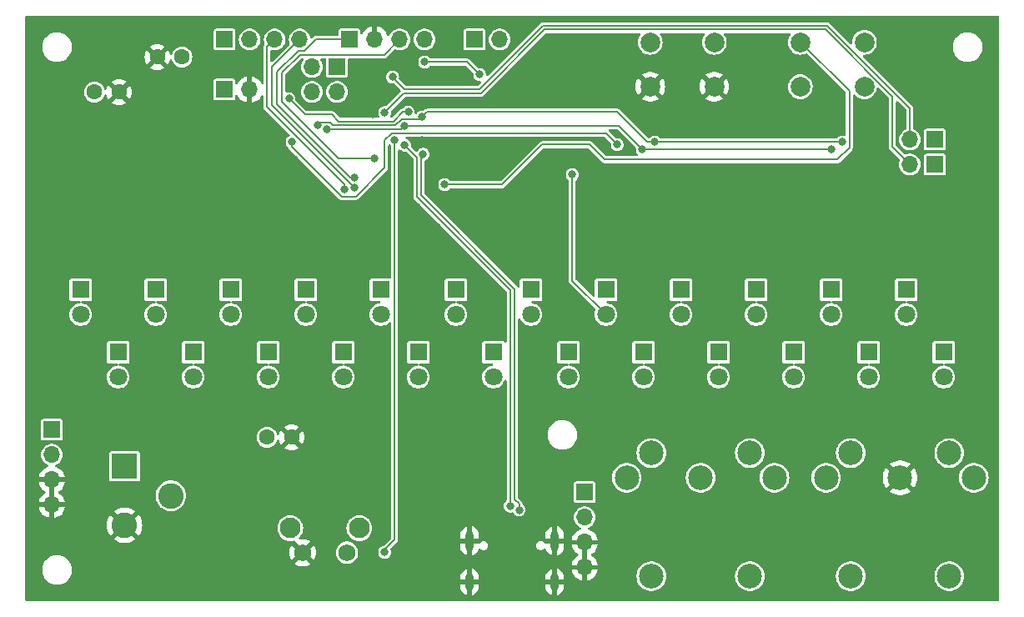
<source format=gbr>
%TF.GenerationSoftware,KiCad,Pcbnew,8.0.4*%
%TF.CreationDate,2024-08-25T15:35:27+02:00*%
%TF.ProjectId,LaserHarp3,4c617365-7248-4617-9270-332e6b696361,rev?*%
%TF.SameCoordinates,Original*%
%TF.FileFunction,Copper,L2,Bot*%
%TF.FilePolarity,Positive*%
%FSLAX46Y46*%
G04 Gerber Fmt 4.6, Leading zero omitted, Abs format (unit mm)*
G04 Created by KiCad (PCBNEW 8.0.4) date 2024-08-25 15:35:27*
%MOMM*%
%LPD*%
G01*
G04 APERTURE LIST*
%TA.AperFunction,ComponentPad*%
%ADD10R,1.700000X1.700000*%
%TD*%
%TA.AperFunction,ComponentPad*%
%ADD11O,1.700000X1.700000*%
%TD*%
%TA.AperFunction,ComponentPad*%
%ADD12R,1.800000X1.800000*%
%TD*%
%TA.AperFunction,ComponentPad*%
%ADD13C,1.800000*%
%TD*%
%TA.AperFunction,ComponentPad*%
%ADD14C,2.000000*%
%TD*%
%TA.AperFunction,ComponentPad*%
%ADD15C,2.100000*%
%TD*%
%TA.AperFunction,ComponentPad*%
%ADD16C,1.750000*%
%TD*%
%TA.AperFunction,ComponentPad*%
%ADD17R,2.600000X2.600000*%
%TD*%
%TA.AperFunction,ComponentPad*%
%ADD18C,2.600000*%
%TD*%
%TA.AperFunction,ComponentPad*%
%ADD19C,1.600000*%
%TD*%
%TA.AperFunction,ComponentPad*%
%ADD20O,0.900000X2.000000*%
%TD*%
%TA.AperFunction,ComponentPad*%
%ADD21O,0.900000X1.700000*%
%TD*%
%TA.AperFunction,ComponentPad*%
%ADD22C,2.500000*%
%TD*%
%TA.AperFunction,ViaPad*%
%ADD23C,0.800000*%
%TD*%
%TA.AperFunction,Conductor*%
%ADD24C,0.200000*%
%TD*%
G04 APERTURE END LIST*
D10*
%TO.P,J11,1,Pin_1*%
%TO.N,GPIO_PB12*%
X109225000Y-66289000D03*
D11*
%TO.P,J11,2,Pin_2*%
%TO.N,GPIO_PB13*%
X109225000Y-68829000D03*
%TO.P,J11,3,Pin_3*%
%TO.N,GPIO_PB14*%
X106685000Y-66289000D03*
%TO.P,J11,4,Pin_4*%
%TO.N,GPIO_PB15*%
X106685000Y-68829000D03*
%TD*%
%TO.P,J6,2,Pin_2*%
%TO.N,GND*%
X100330000Y-68580000D03*
D10*
%TO.P,J6,1,Pin_1*%
%TO.N,+3V3*%
X97790000Y-68580000D03*
%TD*%
D12*
%TO.P,LD6,1,C*%
%TO.N,/Diode Array/DO5*%
X102235000Y-95250000D03*
D13*
%TO.P,LD6,2,A*%
%TO.N,+5VP*%
X102235000Y-97790000D03*
%TD*%
D10*
%TO.P,J9,1,Pin_1*%
%TO.N,SWCLK*%
X110490000Y-63490000D03*
D11*
%TO.P,J9,2,Pin_2*%
%TO.N,GND*%
X113030000Y-63490000D03*
%TO.P,J9,3,Pin_3*%
%TO.N,SWDIO*%
X115570000Y-63490000D03*
%TO.P,J9,4,Pin_4*%
%TO.N,RESET*%
X118110000Y-63490000D03*
%TD*%
D14*
%TO.P,SW2,1,1*%
%TO.N,GND*%
X147522000Y-68290000D03*
X141022000Y-68290000D03*
%TO.P,SW2,2,2*%
%TO.N,RESET*%
X147522000Y-63790000D03*
X141022000Y-63790000D03*
%TD*%
D12*
%TO.P,LD15,1,C*%
%TO.N,/Diode Array/DO14*%
X136525000Y-88900000D03*
D13*
%TO.P,LD15,2,A*%
%TO.N,+5VP*%
X136525000Y-91440000D03*
%TD*%
D15*
%TO.P,SW1,*%
%TO.N,*%
X111475000Y-113113500D03*
X104465000Y-113113500D03*
D16*
%TO.P,SW1,1,1*%
%TO.N,Net-(R8-Pad1)*%
X110225000Y-115603500D03*
%TO.P,SW1,2,2*%
%TO.N,GND*%
X105725000Y-115603500D03*
%TD*%
D17*
%TO.P,J2,1*%
%TO.N,/VIN*%
X87642000Y-106830000D03*
D18*
%TO.P,J2,2*%
%TO.N,GND*%
X87642000Y-112830000D03*
%TO.P,J2,3*%
%TO.N,unconnected-(J2-Pad3)*%
X92342000Y-109830000D03*
%TD*%
D14*
%TO.P,SW3,1,1*%
%TO.N,BOOT0*%
X156262000Y-63790000D03*
X162762000Y-63790000D03*
%TO.P,SW3,2,2*%
%TO.N,+3V3*%
X156262000Y-68290000D03*
X162762000Y-68290000D03*
%TD*%
D12*
%TO.P,LD22,1,C*%
%TO.N,/Diode Array/DO21*%
X163195000Y-95250000D03*
D13*
%TO.P,LD22,2,A*%
%TO.N,+5VP*%
X163195000Y-97790000D03*
%TD*%
D10*
%TO.P,J10,1,Pin_1*%
%TO.N,/USB_PWR*%
X134366000Y-109484000D03*
D11*
%TO.P,J10,2,Pin_2*%
X134366000Y-112024000D03*
%TO.P,J10,3,Pin_3*%
%TO.N,GND*%
X134366000Y-114564000D03*
%TO.P,J10,4,Pin_4*%
X134366000Y-117104000D03*
%TD*%
D12*
%TO.P,LD16,1,C*%
%TO.N,/Diode Array/DO15*%
X140335000Y-95250000D03*
D13*
%TO.P,LD16,2,A*%
%TO.N,+5VP*%
X140335000Y-97790000D03*
%TD*%
D12*
%TO.P,LD12,1,C*%
%TO.N,/Diode Array/DO11*%
X125095000Y-95250000D03*
D13*
%TO.P,LD12,2,A*%
%TO.N,+5VP*%
X125095000Y-97790000D03*
%TD*%
D10*
%TO.P,J8,1,Pin_1*%
%TO.N,RASPI_RX*%
X97800000Y-63500000D03*
D11*
%TO.P,J8,2,Pin_2*%
%TO.N,RASPI_TX*%
X100340000Y-63500000D03*
%TO.P,J8,3,Pin_3*%
%TO.N,RASPI_SDA*%
X102880000Y-63500000D03*
%TO.P,J8,4,Pin_4*%
%TO.N,RASPI_SCL*%
X105420000Y-63500000D03*
%TD*%
D12*
%TO.P,LD3,1,C*%
%TO.N,/Diode Array/DO2*%
X90805000Y-88900000D03*
D13*
%TO.P,LD3,2,A*%
%TO.N,+5VP*%
X90805000Y-91440000D03*
%TD*%
D12*
%TO.P,LD8,1,C*%
%TO.N,/Diode Array/DO7*%
X109855000Y-95250000D03*
D13*
%TO.P,LD8,2,A*%
%TO.N,+5VP*%
X109855000Y-97790000D03*
%TD*%
D12*
%TO.P,LD13,1,C*%
%TO.N,/Diode Array/DO12*%
X128905000Y-88900000D03*
D13*
%TO.P,LD13,2,A*%
%TO.N,+5VP*%
X128905000Y-91440000D03*
%TD*%
D19*
%TO.P,C3,1*%
%TO.N,+5VP*%
X102108000Y-103886000D03*
%TO.P,C3,2*%
%TO.N,GND*%
X104608000Y-103886000D03*
%TD*%
D12*
%TO.P,LD23,1,C*%
%TO.N,/Diode Array/DO22*%
X167005000Y-88900000D03*
D13*
%TO.P,LD23,2,A*%
%TO.N,+5VP*%
X167005000Y-91440000D03*
%TD*%
D10*
%TO.P,J7,1,Pin_1*%
%TO.N,DEBUG_RX*%
X123190000Y-63500000D03*
D11*
%TO.P,J7,2,Pin_2*%
%TO.N,DEBUG_TX*%
X125730000Y-63500000D03*
%TD*%
D20*
%TO.P,J1,S1,SHIELD*%
%TO.N,GND*%
X122680000Y-114416000D03*
D21*
X122680000Y-118586000D03*
D20*
X131320000Y-114416000D03*
D21*
X131320000Y-118586000D03*
%TD*%
D12*
%TO.P,LD19,1,C*%
%TO.N,/Diode Array/DO18*%
X151765000Y-88900000D03*
D13*
%TO.P,LD19,2,A*%
%TO.N,+5VP*%
X151765000Y-91440000D03*
%TD*%
D12*
%TO.P,LD24,1,C*%
%TO.N,/Diode Array/DO23*%
X170815000Y-95250000D03*
D13*
%TO.P,LD24,2,A*%
%TO.N,+5VP*%
X170815000Y-97790000D03*
%TD*%
D22*
%TO.P,J4,1*%
%TO.N,unconnected-(J4-Pad1)*%
X153628740Y-107998000D03*
%TO.P,J4,2*%
%TO.N,unconnected-(J4-Pad2)*%
X146128740Y-107998000D03*
%TO.P,J4,3*%
%TO.N,unconnected-(J4-Pad3)*%
X138628740Y-107998000D03*
%TO.P,J4,4*%
%TO.N,/MIDI_IN_SNK*%
X151128740Y-105498000D03*
%TO.P,J4,5*%
%TO.N,/MIDI_IN_SRC*%
X141128740Y-105498000D03*
%TO.P,J4,6,MountingPin*%
%TO.N,unconnected-(J4-MountingPin-Pad6)_1*%
X141128740Y-117998000D03*
%TO.N,unconnected-(J4-MountingPin-Pad6)*%
X151128740Y-117998000D03*
%TD*%
D12*
%TO.P,LD4,1,C*%
%TO.N,/Diode Array/DO3*%
X94615000Y-95250000D03*
D13*
%TO.P,LD4,2,A*%
%TO.N,+5VP*%
X94615000Y-97790000D03*
%TD*%
D12*
%TO.P,LD7,1,C*%
%TO.N,/Diode Array/DO6*%
X106045000Y-88900000D03*
D13*
%TO.P,LD7,2,A*%
%TO.N,+5VP*%
X106045000Y-91440000D03*
%TD*%
D12*
%TO.P,LD18,1,C*%
%TO.N,/Diode Array/DO17*%
X147955000Y-95250000D03*
D13*
%TO.P,LD18,2,A*%
%TO.N,+5VP*%
X147955000Y-97790000D03*
%TD*%
D12*
%TO.P,LD21,1,C*%
%TO.N,/Diode Array/DO20*%
X159385000Y-88900000D03*
D13*
%TO.P,LD21,2,A*%
%TO.N,+5VP*%
X159385000Y-91440000D03*
%TD*%
D10*
%TO.P,JP3,1,A*%
%TO.N,Net-(JP3-A)*%
X169926000Y-76200000D03*
D11*
%TO.P,JP3,2,B*%
%TO.N,MIDI_RX*%
X167386000Y-76200000D03*
%TD*%
D12*
%TO.P,LD1,1,C*%
%TO.N,/Diode Array/DO0*%
X83185000Y-88900000D03*
D13*
%TO.P,LD1,2,A*%
%TO.N,+5VP*%
X83185000Y-91440000D03*
%TD*%
D22*
%TO.P,J5,1*%
%TO.N,unconnected-(J5-Pad1)*%
X173870000Y-107998000D03*
%TO.P,J5,2*%
%TO.N,GND*%
X166370000Y-107998000D03*
%TO.P,J5,3*%
%TO.N,unconnected-(J5-Pad3)*%
X158870000Y-107998000D03*
%TO.P,J5,4*%
%TO.N,/MIDI_OUT_SNK*%
X171370000Y-105498000D03*
%TO.P,J5,5*%
%TO.N,/MIDI_OUT_SRC*%
X161370000Y-105498000D03*
%TO.P,J5,6,MountingPin*%
%TO.N,unconnected-(J5-MountingPin-Pad6)_1*%
X161370000Y-117998000D03*
%TO.N,unconnected-(J5-MountingPin-Pad6)*%
X171370000Y-117998000D03*
%TD*%
D12*
%TO.P,LD20,1,C*%
%TO.N,/Diode Array/DO19*%
X155575000Y-95250000D03*
D13*
%TO.P,LD20,2,A*%
%TO.N,+5VP*%
X155575000Y-97790000D03*
%TD*%
D12*
%TO.P,LD10,1,C*%
%TO.N,/Diode Array/DO9*%
X117475000Y-95250000D03*
D13*
%TO.P,LD10,2,A*%
%TO.N,+5VP*%
X117475000Y-97790000D03*
%TD*%
D12*
%TO.P,LD11,1,C*%
%TO.N,/Diode Array/DO10*%
X121285000Y-88900000D03*
D13*
%TO.P,LD11,2,A*%
%TO.N,+5VP*%
X121285000Y-91440000D03*
%TD*%
D10*
%TO.P,J3,1,Pin_1*%
%TO.N,/VIN*%
X80264000Y-103124000D03*
D11*
%TO.P,J3,2,Pin_2*%
X80264000Y-105664000D03*
%TO.P,J3,3,Pin_3*%
%TO.N,GND*%
X80264000Y-108204000D03*
%TO.P,J3,4,Pin_4*%
X80264000Y-110744000D03*
%TD*%
D12*
%TO.P,LD9,1,C*%
%TO.N,/Diode Array/DO8*%
X113665000Y-88900000D03*
D13*
%TO.P,LD9,2,A*%
%TO.N,+5VP*%
X113665000Y-91440000D03*
%TD*%
D12*
%TO.P,LD5,1,C*%
%TO.N,/Diode Array/DO4*%
X98425000Y-88900000D03*
D13*
%TO.P,LD5,2,A*%
%TO.N,+5VP*%
X98425000Y-91440000D03*
%TD*%
D19*
%TO.P,C2,1*%
%TO.N,+3V3*%
X93472000Y-65278000D03*
%TO.P,C2,2*%
%TO.N,GND*%
X90972000Y-65278000D03*
%TD*%
D12*
%TO.P,LD17,1,C*%
%TO.N,/Diode Array/DO16*%
X144145000Y-88900000D03*
D13*
%TO.P,LD17,2,A*%
%TO.N,+5VP*%
X144145000Y-91440000D03*
%TD*%
D12*
%TO.P,LD14,1,C*%
%TO.N,/Diode Array/DO13*%
X132715000Y-95250000D03*
D13*
%TO.P,LD14,2,A*%
%TO.N,+5VP*%
X132715000Y-97790000D03*
%TD*%
D10*
%TO.P,JP4,1,A*%
%TO.N,Net-(JP4-A)*%
X169926000Y-73660000D03*
D11*
%TO.P,JP4,2,B*%
%TO.N,MIDI_TX*%
X167386000Y-73660000D03*
%TD*%
D19*
%TO.P,C1,1*%
%TO.N,+5V*%
X84582000Y-68834000D03*
%TO.P,C1,2*%
%TO.N,GND*%
X87082000Y-68834000D03*
%TD*%
D12*
%TO.P,LD2,1,C*%
%TO.N,/Diode Array/DO1*%
X86995000Y-95250000D03*
D13*
%TO.P,LD2,2,A*%
%TO.N,+5VP*%
X86995000Y-97790000D03*
%TD*%
D23*
%TO.N,+5VP*%
X133096000Y-77216000D03*
%TO.N,GND*%
X108712000Y-61722000D03*
X107950000Y-82550000D03*
X88900000Y-82550000D03*
X157480000Y-86868000D03*
X165100000Y-86868000D03*
X127000000Y-82550000D03*
X94742000Y-80264000D03*
X153670000Y-86868000D03*
X92710000Y-82550000D03*
X92964000Y-113030000D03*
X123322334Y-112586978D03*
X146050000Y-82550000D03*
X130650911Y-112600840D03*
X127000000Y-86868000D03*
X172720000Y-82550000D03*
X157734000Y-80010000D03*
X125222000Y-80518000D03*
X82550000Y-80264000D03*
X85344000Y-109982000D03*
X100330000Y-82550000D03*
X91440000Y-113030000D03*
X107950000Y-81026000D03*
X161290000Y-82550000D03*
X111760000Y-81026000D03*
X96774000Y-80264000D03*
X92202000Y-113792000D03*
X86614000Y-80264000D03*
X146050000Y-86868000D03*
X111760000Y-86868000D03*
X100330000Y-86614000D03*
X168910000Y-86868000D03*
X144780000Y-80010000D03*
X99060000Y-80264000D03*
X97156951Y-74089015D03*
X104140000Y-82550000D03*
X158127397Y-70636126D03*
X119888000Y-117856000D03*
X142240000Y-86868000D03*
X92710000Y-86614000D03*
X96520000Y-82550000D03*
X120650000Y-118618000D03*
X139062617Y-70628429D03*
X85090000Y-82550000D03*
X168910000Y-82550000D03*
X90678000Y-112268000D03*
X90932000Y-80264000D03*
X149860000Y-86868000D03*
X86868000Y-109982000D03*
X96520000Y-86614000D03*
X119126000Y-117094000D03*
X123190000Y-86868000D03*
X138430000Y-86868000D03*
X119380000Y-86868000D03*
X83820000Y-113030000D03*
X103632000Y-74422000D03*
X142240000Y-82550000D03*
X111760000Y-82550000D03*
X165354000Y-80264000D03*
X172720000Y-86868000D03*
X112845168Y-71093959D03*
X115824000Y-82550000D03*
X122104831Y-75683045D03*
X149860000Y-82550000D03*
X81026000Y-86614000D03*
X122017036Y-77309564D03*
X88900000Y-86614000D03*
X161290000Y-86868000D03*
X121412000Y-80264000D03*
X83820000Y-111506000D03*
X119126000Y-115570000D03*
X119380000Y-82550000D03*
X127508000Y-67818000D03*
X85090000Y-86614000D03*
X122058623Y-74102734D03*
X81026000Y-80772000D03*
X130810000Y-82550000D03*
X138430000Y-82550000D03*
X119126000Y-118618000D03*
X165100000Y-82550000D03*
X134620000Y-82550000D03*
X151638000Y-80264000D03*
X104140000Y-86868000D03*
X140970000Y-80010000D03*
X117348000Y-80518000D03*
X81026000Y-82550000D03*
X157480000Y-82550000D03*
X90678000Y-113792000D03*
X83820000Y-109982000D03*
X130810000Y-86868000D03*
X155194000Y-80010000D03*
X129962413Y-110854181D03*
X127508000Y-69342000D03*
X169418000Y-80010000D03*
X118364000Y-117856000D03*
X161290000Y-80264000D03*
X84582000Y-113792000D03*
X116078000Y-76454000D03*
X119888000Y-116332000D03*
X120650000Y-117094000D03*
X84582000Y-110744000D03*
X115824000Y-86868000D03*
X83058000Y-112268000D03*
X116096441Y-66140190D03*
X134620000Y-86868000D03*
X104140000Y-81280000D03*
X123190000Y-82550000D03*
X83058000Y-110744000D03*
X83058000Y-113792000D03*
X98044000Y-70612000D03*
X104902000Y-75692000D03*
X88392000Y-109982000D03*
X153670000Y-82550000D03*
X124560707Y-110807973D03*
X84582000Y-112268000D03*
X118364000Y-116332000D03*
X107950000Y-86868000D03*
X120650000Y-115570000D03*
X117856000Y-73710000D03*
%TO.N,+3V3*%
X123698000Y-67056000D03*
X118110000Y-65786000D03*
%TO.N,BTN_CAL*%
X114046000Y-115570000D03*
X115062000Y-73710000D03*
%TO.N,USB_D-*%
X126787929Y-110872951D03*
X116078000Y-74230000D03*
%TO.N,USB_D+*%
X117945726Y-75135686D03*
X127704372Y-111273123D03*
%TO.N,SWDIO*%
X113030000Y-75609999D03*
%TO.N,SWCLK*%
X110998000Y-77559997D03*
%TO.N,RASPI_SDA*%
X109982000Y-78740000D03*
%TO.N,RASPI_SCL*%
X110998000Y-78560000D03*
%TO.N,MIDI_RX*%
X114046000Y-70928000D03*
%TO.N,MIDI_TX*%
X114855000Y-67310000D03*
%TO.N,BOOT0*%
X120142000Y-78232000D03*
%TO.N,SR_LATCH*%
X116078000Y-72266000D03*
X140208000Y-74676000D03*
X108204000Y-72644000D03*
X159385000Y-74614000D03*
%TO.N,SR_DS0*%
X116439614Y-70853677D03*
X104333025Y-69509882D03*
%TO.N,SR_CLK*%
X141478000Y-73914000D03*
X160528000Y-73914000D03*
X117856000Y-71374000D03*
X107283757Y-72177490D03*
%TO.N,Net-(U4-QH')*%
X137668000Y-74168000D03*
X104648000Y-73914000D03*
%TD*%
D24*
%TO.N,+5VP*%
X133096000Y-88011000D02*
X136525000Y-91440000D01*
X133096000Y-77216000D02*
X133096000Y-88011000D01*
%TO.N,BOOT0*%
X161228000Y-68756000D02*
X156262000Y-63790000D01*
X134874000Y-74168000D02*
X136398000Y-75692000D01*
X125984000Y-78232000D02*
X130048000Y-74168000D01*
X160020000Y-75692000D02*
X161228000Y-74484000D01*
X120142000Y-78232000D02*
X125984000Y-78232000D01*
X130048000Y-74168000D02*
X134874000Y-74168000D01*
X136398000Y-75692000D02*
X160020000Y-75692000D01*
X161228000Y-74484000D02*
X161228000Y-68756000D01*
%TO.N,SR_DS0*%
X109402000Y-71810000D02*
X114978364Y-71810000D01*
X114978364Y-71810000D02*
X115922364Y-70866000D01*
X108712000Y-71120000D02*
X109402000Y-71810000D01*
X115922364Y-70866000D02*
X116439614Y-70853677D01*
X105943143Y-71120000D02*
X108712000Y-71120000D01*
X104333025Y-69509882D02*
X105943143Y-71120000D01*
%TO.N,SWDIO*%
X114010000Y-65050000D02*
X115570000Y-63490000D01*
X103632000Y-69850000D02*
X103632000Y-66859686D01*
X109391999Y-75609999D02*
X103632000Y-69850000D01*
X103632000Y-66859686D02*
X105441686Y-65050000D01*
X105441686Y-65050000D02*
X114010000Y-65050000D01*
X113030000Y-75609999D02*
X109391999Y-75609999D01*
%TO.N,SWCLK*%
X107056346Y-63490000D02*
X110490000Y-63490000D01*
X103124000Y-66802000D02*
X105276000Y-64650000D01*
X110579997Y-77559997D02*
X103124000Y-70104000D01*
X110998000Y-77559997D02*
X110579997Y-77559997D01*
X103124000Y-70104000D02*
X103124000Y-66802000D01*
X105276000Y-64650000D02*
X105896346Y-64650000D01*
X105896346Y-64650000D02*
X107056346Y-63490000D01*
%TO.N,RASPI_SCL*%
X102616000Y-66304000D02*
X105420000Y-63500000D01*
X110998000Y-78560000D02*
X102616000Y-70178000D01*
X102616000Y-70178000D02*
X102616000Y-66304000D01*
%TO.N,RASPI_SDA*%
X102108000Y-64272000D02*
X102880000Y-63500000D01*
X102108000Y-70358000D02*
X102108000Y-64272000D01*
X109982000Y-78232000D02*
X102108000Y-70358000D01*
X109982000Y-78740000D02*
X109982000Y-78232000D01*
%TO.N,GND*%
X112527000Y-61722000D02*
X113030000Y-62225000D01*
X108712000Y-61722000D02*
X112527000Y-61722000D01*
X113030000Y-62225000D02*
X113030000Y-63490000D01*
%TO.N,USB_D+*%
X127704372Y-110641865D02*
X127704372Y-111273123D01*
X127254000Y-110191493D02*
X127704372Y-110641865D01*
X127254000Y-88842314D02*
X127254000Y-110191493D01*
X117748000Y-79336314D02*
X127254000Y-88842314D01*
X117945726Y-75135686D02*
X117748000Y-75333412D01*
X117748000Y-75333412D02*
X117748000Y-79336314D01*
%TO.N,USB_D-*%
X117348000Y-79502000D02*
X117348000Y-75500000D01*
X117348000Y-75500000D02*
X116078000Y-74230000D01*
X126787929Y-110872951D02*
X126787929Y-88941929D01*
X126787929Y-88941929D02*
X117348000Y-79502000D01*
%TO.N,+3V3*%
X122428000Y-65786000D02*
X118110000Y-65786000D01*
X123698000Y-67056000D02*
X122428000Y-65786000D01*
%TO.N,BTN_CAL*%
X114046000Y-115299311D02*
X114046000Y-115570000D01*
X115062000Y-114283311D02*
X114046000Y-115299311D01*
X115062000Y-73710000D02*
X115062000Y-114283311D01*
%TO.N,MIDI_RX*%
X158800478Y-62490000D02*
X165608000Y-69297522D01*
X114046000Y-70928000D02*
X115994000Y-68980000D01*
X165608000Y-69297522D02*
X165608000Y-74422000D01*
X165608000Y-74422000D02*
X167386000Y-76200000D01*
X115994000Y-68980000D02*
X123806000Y-68980000D01*
X130296000Y-62490000D02*
X158800478Y-62490000D01*
X123806000Y-68980000D02*
X130296000Y-62490000D01*
%TO.N,MIDI_TX*%
X123640314Y-68580000D02*
X130130315Y-62090000D01*
X114855000Y-67310000D02*
X114855000Y-67357000D01*
X167386000Y-70509836D02*
X167386000Y-73660000D01*
X158966164Y-62090000D02*
X167386000Y-70509836D01*
X130130315Y-62090000D02*
X158966164Y-62090000D01*
X114855000Y-67357000D02*
X116078000Y-68580000D01*
X116078000Y-68580000D02*
X123640314Y-68580000D01*
%TO.N,SR_LATCH*%
X159323000Y-74676000D02*
X159385000Y-74614000D01*
X116078000Y-72266000D02*
X137798000Y-72266000D01*
X137798000Y-72266000D02*
X140208000Y-74676000D01*
X140208000Y-74676000D02*
X159323000Y-74676000D01*
%TO.N,SR_CLK*%
X137668000Y-70866000D02*
X140716000Y-73914000D01*
X141478000Y-73914000D02*
X160528000Y-73914000D01*
X117856000Y-71374000D02*
X118364000Y-70866000D01*
X118364000Y-70866000D02*
X137668000Y-70866000D01*
X140716000Y-73914000D02*
X141478000Y-73914000D01*
%TO.N,Net-(U4-QH')*%
X114046000Y-76501950D02*
X114046000Y-73736050D01*
X104648000Y-74422000D02*
X109666000Y-79440000D01*
X136510000Y-73010000D02*
X137668000Y-74168000D01*
X109666000Y-79440000D02*
X111107950Y-79440000D01*
X114772050Y-73010000D02*
X136510000Y-73010000D01*
X114046000Y-73736050D02*
X114772050Y-73010000D01*
X111107950Y-79440000D02*
X114046000Y-76501950D01*
X104648000Y-73914000D02*
X104648000Y-74422000D01*
%TO.N,SR_CLK*%
X117856000Y-71374000D02*
X117664000Y-71566000D01*
X117664000Y-71566000D02*
X115788050Y-71566000D01*
X115788050Y-71566000D02*
X115144050Y-72210000D01*
X108759950Y-72210000D02*
X108493950Y-71944000D01*
X108493950Y-71944000D02*
X107517247Y-71944000D01*
X107517247Y-71944000D02*
X107283757Y-72177490D01*
X115144050Y-72210000D02*
X108759950Y-72210000D01*
%TO.N,SR_LATCH*%
X115734000Y-72610000D02*
X108238000Y-72610000D01*
X108238000Y-72610000D02*
X108204000Y-72644000D01*
X116078000Y-72266000D02*
X115734000Y-72610000D01*
%TD*%
%TA.AperFunction,Conductor*%
%TO.N,GND*%
G36*
X134616000Y-116670988D02*
G01*
X134558993Y-116638075D01*
X134431826Y-116604000D01*
X134300174Y-116604000D01*
X134173007Y-116638075D01*
X134116000Y-116670988D01*
X134116000Y-114997012D01*
X134173007Y-115029925D01*
X134300174Y-115064000D01*
X134431826Y-115064000D01*
X134558993Y-115029925D01*
X134616000Y-114997012D01*
X134616000Y-116670988D01*
G37*
%TD.AperFunction*%
%TA.AperFunction,Conductor*%
G36*
X139989105Y-62860185D02*
G01*
X140034860Y-62912989D01*
X140044804Y-62982147D01*
X140023641Y-63035623D01*
X139934900Y-63162357D01*
X139934898Y-63162361D01*
X139842426Y-63360668D01*
X139842422Y-63360677D01*
X139785793Y-63572020D01*
X139785793Y-63572023D01*
X139766723Y-63790000D01*
X139784470Y-63992860D01*
X139785793Y-64007975D01*
X139785793Y-64007979D01*
X139842422Y-64219322D01*
X139842424Y-64219326D01*
X139842425Y-64219330D01*
X139853323Y-64242700D01*
X139934897Y-64417638D01*
X139934898Y-64417639D01*
X140060402Y-64596877D01*
X140215123Y-64751598D01*
X140394361Y-64877102D01*
X140592670Y-64969575D01*
X140804023Y-65026207D01*
X140986926Y-65042208D01*
X141021998Y-65045277D01*
X141022000Y-65045277D01*
X141022002Y-65045277D01*
X141050254Y-65042805D01*
X141239977Y-65026207D01*
X141451330Y-64969575D01*
X141649639Y-64877102D01*
X141828877Y-64751598D01*
X141983598Y-64596877D01*
X142109102Y-64417639D01*
X142201575Y-64219330D01*
X142258207Y-64007977D01*
X142277277Y-63790000D01*
X142258207Y-63572023D01*
X142218591Y-63424174D01*
X142201577Y-63360677D01*
X142201576Y-63360676D01*
X142201575Y-63360670D01*
X142109102Y-63162362D01*
X142109100Y-63162359D01*
X142109099Y-63162357D01*
X142020359Y-63035623D01*
X141998032Y-62969417D01*
X142015042Y-62901650D01*
X142065990Y-62853837D01*
X142121934Y-62840500D01*
X146422066Y-62840500D01*
X146489105Y-62860185D01*
X146534860Y-62912989D01*
X146544804Y-62982147D01*
X146523641Y-63035623D01*
X146434900Y-63162357D01*
X146434898Y-63162361D01*
X146342426Y-63360668D01*
X146342422Y-63360677D01*
X146285793Y-63572020D01*
X146285793Y-63572023D01*
X146266723Y-63790000D01*
X146284470Y-63992860D01*
X146285793Y-64007975D01*
X146285793Y-64007979D01*
X146342422Y-64219322D01*
X146342424Y-64219326D01*
X146342425Y-64219330D01*
X146353323Y-64242700D01*
X146434897Y-64417638D01*
X146434898Y-64417639D01*
X146560402Y-64596877D01*
X146715123Y-64751598D01*
X146894361Y-64877102D01*
X147092670Y-64969575D01*
X147304023Y-65026207D01*
X147486926Y-65042208D01*
X147521998Y-65045277D01*
X147522000Y-65045277D01*
X147522002Y-65045277D01*
X147550254Y-65042805D01*
X147739977Y-65026207D01*
X147951330Y-64969575D01*
X148149639Y-64877102D01*
X148328877Y-64751598D01*
X148483598Y-64596877D01*
X148609102Y-64417639D01*
X148701575Y-64219330D01*
X148758207Y-64007977D01*
X148777277Y-63790000D01*
X148758207Y-63572023D01*
X148718591Y-63424174D01*
X148701577Y-63360677D01*
X148701576Y-63360676D01*
X148701575Y-63360670D01*
X148609102Y-63162362D01*
X148609100Y-63162359D01*
X148609099Y-63162357D01*
X148520359Y-63035623D01*
X148498032Y-62969417D01*
X148515042Y-62901650D01*
X148565990Y-62853837D01*
X148621934Y-62840500D01*
X155162066Y-62840500D01*
X155229105Y-62860185D01*
X155274860Y-62912989D01*
X155284804Y-62982147D01*
X155263641Y-63035623D01*
X155174900Y-63162357D01*
X155174898Y-63162361D01*
X155082426Y-63360668D01*
X155082422Y-63360677D01*
X155025793Y-63572020D01*
X155025793Y-63572023D01*
X155006723Y-63790000D01*
X155024470Y-63992860D01*
X155025793Y-64007975D01*
X155025793Y-64007979D01*
X155082422Y-64219322D01*
X155082424Y-64219326D01*
X155082425Y-64219330D01*
X155093323Y-64242700D01*
X155174897Y-64417638D01*
X155174898Y-64417639D01*
X155300402Y-64596877D01*
X155455123Y-64751598D01*
X155634361Y-64877102D01*
X155832670Y-64969575D01*
X156044023Y-65026207D01*
X156226926Y-65042208D01*
X156261998Y-65045277D01*
X156262000Y-65045277D01*
X156262002Y-65045277D01*
X156290254Y-65042805D01*
X156479977Y-65026207D01*
X156691330Y-64969575D01*
X156786248Y-64925313D01*
X156855324Y-64914822D01*
X156919108Y-64943342D01*
X156926333Y-64950015D01*
X160841181Y-68864863D01*
X160874666Y-68926186D01*
X160877500Y-68952544D01*
X160877500Y-73171901D01*
X160857815Y-73238940D01*
X160805011Y-73284695D01*
X160735853Y-73294639D01*
X160723825Y-73292298D01*
X160606985Y-73263500D01*
X160449015Y-73263500D01*
X160449014Y-73263500D01*
X160295634Y-73301303D01*
X160155762Y-73374715D01*
X160037515Y-73479471D01*
X160016487Y-73509938D01*
X159962205Y-73553930D01*
X159914436Y-73563500D01*
X142091564Y-73563500D01*
X142024525Y-73543815D01*
X141989513Y-73509938D01*
X141987845Y-73507522D01*
X141970949Y-73483042D01*
X141968484Y-73479471D01*
X141968483Y-73479470D01*
X141850240Y-73374717D01*
X141850238Y-73374716D01*
X141850237Y-73374715D01*
X141710365Y-73301303D01*
X141556986Y-73263500D01*
X141556985Y-73263500D01*
X141399015Y-73263500D01*
X141399014Y-73263500D01*
X141245634Y-73301303D01*
X141105762Y-73374715D01*
X141080812Y-73396819D01*
X141012975Y-73456917D01*
X140987515Y-73479472D01*
X140986127Y-73481483D01*
X140984731Y-73482613D01*
X140982543Y-73485084D01*
X140982132Y-73484719D01*
X140931841Y-73525470D01*
X140862392Y-73533125D01*
X140799829Y-73502018D01*
X140796400Y-73498718D01*
X137883213Y-70585531D01*
X137883208Y-70585527D01*
X137803290Y-70539387D01*
X137803289Y-70539386D01*
X137803288Y-70539386D01*
X137714144Y-70515500D01*
X118317856Y-70515500D01*
X118228711Y-70539386D01*
X118148787Y-70585531D01*
X118148783Y-70585534D01*
X118045273Y-70689043D01*
X117983950Y-70722527D01*
X117942721Y-70722004D01*
X117942430Y-70724404D01*
X117934985Y-70723500D01*
X117777015Y-70723500D01*
X117777014Y-70723500D01*
X117623634Y-70761303D01*
X117483762Y-70834715D01*
X117365516Y-70939471D01*
X117310270Y-71019509D01*
X117255987Y-71063499D01*
X117186538Y-71071159D01*
X117123974Y-71040056D01*
X117088156Y-70980065D01*
X117085124Y-70934122D01*
X117085868Y-70928000D01*
X117094892Y-70853677D01*
X117087572Y-70793386D01*
X117075851Y-70696858D01*
X117048021Y-70623477D01*
X117019834Y-70549154D01*
X116930097Y-70419147D01*
X116811854Y-70314394D01*
X116811852Y-70314393D01*
X116811851Y-70314392D01*
X116671979Y-70240980D01*
X116518600Y-70203177D01*
X116518599Y-70203177D01*
X116360629Y-70203177D01*
X116360628Y-70203177D01*
X116207248Y-70240980D01*
X116067376Y-70314392D01*
X115949129Y-70419149D01*
X115910290Y-70475416D01*
X115856007Y-70519406D01*
X115843184Y-70523950D01*
X115829037Y-70528105D01*
X115826191Y-70528904D01*
X115787070Y-70539387D01*
X115784548Y-70540432D01*
X115784041Y-70540610D01*
X115782313Y-70541350D01*
X115781826Y-70541598D01*
X115779338Y-70542698D01*
X115744781Y-70563763D01*
X115742244Y-70565268D01*
X115707148Y-70585531D01*
X115704972Y-70587201D01*
X115704529Y-70587504D01*
X115703068Y-70588653D01*
X115702664Y-70589017D01*
X115700537Y-70590731D01*
X115672591Y-70620040D01*
X115670530Y-70622150D01*
X114869501Y-71423181D01*
X114808178Y-71456666D01*
X114781820Y-71459500D01*
X114705811Y-71459500D01*
X114638772Y-71439815D01*
X114593017Y-71387011D01*
X114583073Y-71317853D01*
X114603762Y-71265059D01*
X114626218Y-71232526D01*
X114626218Y-71232525D01*
X114626220Y-71232523D01*
X114682237Y-71084818D01*
X114701278Y-70928000D01*
X114691274Y-70845617D01*
X114702734Y-70776696D01*
X114726686Y-70742994D01*
X116102863Y-69366819D01*
X116164186Y-69333334D01*
X116190544Y-69330500D01*
X123852142Y-69330500D01*
X123852144Y-69330500D01*
X123941288Y-69306614D01*
X123949869Y-69301660D01*
X123949873Y-69301658D01*
X124021205Y-69260474D01*
X124021204Y-69260474D01*
X124021212Y-69260470D01*
X124991688Y-68289994D01*
X139516859Y-68289994D01*
X139516859Y-68290005D01*
X139537385Y-68537729D01*
X139537387Y-68537738D01*
X139598412Y-68778717D01*
X139698266Y-69006364D01*
X139798564Y-69159882D01*
X140498212Y-68460234D01*
X140509482Y-68502292D01*
X140581890Y-68627708D01*
X140684292Y-68730110D01*
X140809708Y-68802518D01*
X140851765Y-68813787D01*
X140151942Y-69513609D01*
X140198768Y-69550055D01*
X140198770Y-69550056D01*
X140417385Y-69668364D01*
X140417396Y-69668369D01*
X140652506Y-69749083D01*
X140897707Y-69790000D01*
X141146293Y-69790000D01*
X141391493Y-69749083D01*
X141626603Y-69668369D01*
X141626614Y-69668364D01*
X141845228Y-69550057D01*
X141845231Y-69550055D01*
X141892056Y-69513609D01*
X141192234Y-68813787D01*
X141234292Y-68802518D01*
X141359708Y-68730110D01*
X141462110Y-68627708D01*
X141534518Y-68502292D01*
X141545787Y-68460235D01*
X142245434Y-69159882D01*
X142345731Y-69006369D01*
X142445587Y-68778717D01*
X142506612Y-68537738D01*
X142506614Y-68537729D01*
X142527141Y-68290005D01*
X142527141Y-68289994D01*
X146016859Y-68289994D01*
X146016859Y-68290005D01*
X146037385Y-68537729D01*
X146037387Y-68537738D01*
X146098412Y-68778717D01*
X146198266Y-69006364D01*
X146298564Y-69159882D01*
X146998212Y-68460234D01*
X147009482Y-68502292D01*
X147081890Y-68627708D01*
X147184292Y-68730110D01*
X147309708Y-68802518D01*
X147351765Y-68813787D01*
X146651942Y-69513609D01*
X146698768Y-69550055D01*
X146698770Y-69550056D01*
X146917385Y-69668364D01*
X146917396Y-69668369D01*
X147152506Y-69749083D01*
X147397707Y-69790000D01*
X147646293Y-69790000D01*
X147891493Y-69749083D01*
X148126603Y-69668369D01*
X148126614Y-69668364D01*
X148345228Y-69550057D01*
X148345231Y-69550055D01*
X148392056Y-69513609D01*
X147692234Y-68813787D01*
X147734292Y-68802518D01*
X147859708Y-68730110D01*
X147962110Y-68627708D01*
X148034518Y-68502292D01*
X148045787Y-68460235D01*
X148745434Y-69159882D01*
X148845731Y-69006369D01*
X148945587Y-68778717D01*
X149006612Y-68537738D01*
X149006614Y-68537729D01*
X149027141Y-68290005D01*
X149027141Y-68289997D01*
X155006723Y-68289997D01*
X155006723Y-68290002D01*
X155025793Y-68507975D01*
X155025793Y-68507979D01*
X155082422Y-68719322D01*
X155082424Y-68719326D01*
X155082425Y-68719330D01*
X155111340Y-68781339D01*
X155174897Y-68917638D01*
X155199339Y-68952544D01*
X155300402Y-69096877D01*
X155455123Y-69251598D01*
X155634361Y-69377102D01*
X155832670Y-69469575D01*
X156044023Y-69526207D01*
X156226926Y-69542208D01*
X156261998Y-69545277D01*
X156262000Y-69545277D01*
X156262002Y-69545277D01*
X156290254Y-69542805D01*
X156479977Y-69526207D01*
X156691330Y-69469575D01*
X156889639Y-69377102D01*
X157068877Y-69251598D01*
X157223598Y-69096877D01*
X157349102Y-68917639D01*
X157441575Y-68719330D01*
X157498207Y-68507977D01*
X157517277Y-68290000D01*
X157517276Y-68289994D01*
X157508886Y-68194090D01*
X157498207Y-68072023D01*
X157455249Y-67911703D01*
X157441577Y-67860677D01*
X157441576Y-67860676D01*
X157441575Y-67860670D01*
X157349102Y-67662362D01*
X157349100Y-67662359D01*
X157349099Y-67662357D01*
X157223599Y-67483124D01*
X157146874Y-67406399D01*
X157068877Y-67328402D01*
X156889639Y-67202898D01*
X156889640Y-67202898D01*
X156889638Y-67202897D01*
X156783023Y-67153182D01*
X156691330Y-67110425D01*
X156691326Y-67110424D01*
X156691322Y-67110422D01*
X156479977Y-67053793D01*
X156262002Y-67034723D01*
X156261998Y-67034723D01*
X156166099Y-67043113D01*
X156044023Y-67053793D01*
X156044020Y-67053793D01*
X155832677Y-67110422D01*
X155832668Y-67110426D01*
X155634361Y-67202898D01*
X155634357Y-67202900D01*
X155455121Y-67328402D01*
X155300402Y-67483121D01*
X155174900Y-67662357D01*
X155174898Y-67662361D01*
X155131712Y-67754974D01*
X155083312Y-67858769D01*
X155082426Y-67860668D01*
X155082422Y-67860677D01*
X155025793Y-68072020D01*
X155025793Y-68072023D01*
X155022114Y-68114075D01*
X155006723Y-68289997D01*
X149027141Y-68289997D01*
X149027141Y-68289994D01*
X149006614Y-68042270D01*
X149006612Y-68042261D01*
X148945587Y-67801282D01*
X148845731Y-67573630D01*
X148745434Y-67420116D01*
X148045787Y-68119764D01*
X148034518Y-68077708D01*
X147962110Y-67952292D01*
X147859708Y-67849890D01*
X147734292Y-67777482D01*
X147692235Y-67766212D01*
X148392057Y-67066390D01*
X148392056Y-67066389D01*
X148345229Y-67029943D01*
X148126614Y-66911635D01*
X148126603Y-66911630D01*
X147891493Y-66830916D01*
X147646293Y-66790000D01*
X147397707Y-66790000D01*
X147152506Y-66830916D01*
X146917396Y-66911630D01*
X146917390Y-66911632D01*
X146698761Y-67029949D01*
X146651942Y-67066388D01*
X146651942Y-67066390D01*
X147351765Y-67766212D01*
X147309708Y-67777482D01*
X147184292Y-67849890D01*
X147081890Y-67952292D01*
X147009482Y-68077708D01*
X146998212Y-68119764D01*
X146298564Y-67420116D01*
X146198267Y-67573632D01*
X146098412Y-67801282D01*
X146037387Y-68042261D01*
X146037385Y-68042270D01*
X146016859Y-68289994D01*
X142527141Y-68289994D01*
X142506614Y-68042270D01*
X142506612Y-68042261D01*
X142445587Y-67801282D01*
X142345731Y-67573630D01*
X142245434Y-67420116D01*
X141545787Y-68119764D01*
X141534518Y-68077708D01*
X141462110Y-67952292D01*
X141359708Y-67849890D01*
X141234292Y-67777482D01*
X141192235Y-67766212D01*
X141892057Y-67066390D01*
X141892056Y-67066389D01*
X141845229Y-67029943D01*
X141626614Y-66911635D01*
X141626603Y-66911630D01*
X141391493Y-66830916D01*
X141146293Y-66790000D01*
X140897707Y-66790000D01*
X140652506Y-66830916D01*
X140417396Y-66911630D01*
X140417390Y-66911632D01*
X140198761Y-67029949D01*
X140151942Y-67066388D01*
X140151942Y-67066390D01*
X140851765Y-67766212D01*
X140809708Y-67777482D01*
X140684292Y-67849890D01*
X140581890Y-67952292D01*
X140509482Y-68077708D01*
X140498212Y-68119764D01*
X139798564Y-67420116D01*
X139698267Y-67573632D01*
X139598412Y-67801282D01*
X139537387Y-68042261D01*
X139537385Y-68042270D01*
X139516859Y-68289994D01*
X124991688Y-68289994D01*
X130404863Y-62876819D01*
X130466186Y-62843334D01*
X130492544Y-62840500D01*
X139922066Y-62840500D01*
X139989105Y-62860185D01*
G37*
%TD.AperFunction*%
%TA.AperFunction,Conductor*%
G36*
X80514000Y-110310988D02*
G01*
X80456993Y-110278075D01*
X80329826Y-110244000D01*
X80198174Y-110244000D01*
X80071007Y-110278075D01*
X80014000Y-110310988D01*
X80014000Y-108637012D01*
X80071007Y-108669925D01*
X80198174Y-108704000D01*
X80329826Y-108704000D01*
X80456993Y-108669925D01*
X80514000Y-108637012D01*
X80514000Y-110310988D01*
G37*
%TD.AperFunction*%
%TA.AperFunction,Conductor*%
G36*
X176372539Y-61080185D02*
G01*
X176418294Y-61132989D01*
X176429500Y-61184500D01*
X176429500Y-120425500D01*
X176409815Y-120492539D01*
X176357011Y-120538294D01*
X176305500Y-120549500D01*
X77694500Y-120549500D01*
X77627461Y-120529815D01*
X77581706Y-120477011D01*
X77570500Y-120425500D01*
X77570500Y-117229902D01*
X79271500Y-117229902D01*
X79271500Y-117466097D01*
X79308446Y-117699368D01*
X79381433Y-117923996D01*
X79467254Y-118092428D01*
X79488657Y-118134433D01*
X79627483Y-118325510D01*
X79794490Y-118492517D01*
X79985567Y-118631343D01*
X80084991Y-118682002D01*
X80196003Y-118738566D01*
X80196005Y-118738566D01*
X80196008Y-118738568D01*
X80316412Y-118777689D01*
X80420631Y-118811553D01*
X80653903Y-118848500D01*
X80653908Y-118848500D01*
X80890097Y-118848500D01*
X81123368Y-118811553D01*
X81347992Y-118738568D01*
X81558433Y-118631343D01*
X81749510Y-118492517D01*
X81916517Y-118325510D01*
X82055343Y-118134433D01*
X82076746Y-118092428D01*
X121730000Y-118092428D01*
X121730000Y-118336000D01*
X122380000Y-118336000D01*
X122380000Y-118836000D01*
X121730000Y-118836000D01*
X121730000Y-119079571D01*
X121766506Y-119263097D01*
X121766508Y-119263105D01*
X121838119Y-119435991D01*
X121838124Y-119436000D01*
X121942086Y-119591589D01*
X121942089Y-119591593D01*
X122074406Y-119723910D01*
X122074410Y-119723913D01*
X122229999Y-119827875D01*
X122230012Y-119827882D01*
X122402889Y-119899489D01*
X122402896Y-119899491D01*
X122430000Y-119904882D01*
X122430000Y-119152988D01*
X122439940Y-119170205D01*
X122495795Y-119226060D01*
X122564204Y-119265556D01*
X122640504Y-119286000D01*
X122719496Y-119286000D01*
X122795796Y-119265556D01*
X122864205Y-119226060D01*
X122920060Y-119170205D01*
X122930000Y-119152988D01*
X122930000Y-119904881D01*
X122957103Y-119899491D01*
X122957110Y-119899489D01*
X123129987Y-119827882D01*
X123130000Y-119827875D01*
X123285589Y-119723913D01*
X123285593Y-119723910D01*
X123417910Y-119591593D01*
X123417913Y-119591589D01*
X123521875Y-119436000D01*
X123521880Y-119435991D01*
X123593491Y-119263105D01*
X123593493Y-119263097D01*
X123629999Y-119079571D01*
X123630000Y-119079569D01*
X123630000Y-118836000D01*
X122980000Y-118836000D01*
X122980000Y-118336000D01*
X123630000Y-118336000D01*
X123630000Y-118092430D01*
X123629999Y-118092428D01*
X130370000Y-118092428D01*
X130370000Y-118336000D01*
X131020000Y-118336000D01*
X131020000Y-118836000D01*
X130370000Y-118836000D01*
X130370000Y-119079571D01*
X130406506Y-119263097D01*
X130406508Y-119263105D01*
X130478119Y-119435991D01*
X130478124Y-119436000D01*
X130582086Y-119591589D01*
X130582089Y-119591593D01*
X130714406Y-119723910D01*
X130714410Y-119723913D01*
X130869999Y-119827875D01*
X130870012Y-119827882D01*
X131042889Y-119899489D01*
X131042896Y-119899491D01*
X131070000Y-119904882D01*
X131070000Y-119152988D01*
X131079940Y-119170205D01*
X131135795Y-119226060D01*
X131204204Y-119265556D01*
X131280504Y-119286000D01*
X131359496Y-119286000D01*
X131435796Y-119265556D01*
X131504205Y-119226060D01*
X131560060Y-119170205D01*
X131570000Y-119152988D01*
X131570000Y-119904881D01*
X131597103Y-119899491D01*
X131597110Y-119899489D01*
X131769987Y-119827882D01*
X131770000Y-119827875D01*
X131925589Y-119723913D01*
X131925593Y-119723910D01*
X132057910Y-119591593D01*
X132057913Y-119591589D01*
X132161875Y-119436000D01*
X132161880Y-119435991D01*
X132233491Y-119263105D01*
X132233493Y-119263097D01*
X132269999Y-119079571D01*
X132270000Y-119079569D01*
X132270000Y-118836000D01*
X131620000Y-118836000D01*
X131620000Y-118336000D01*
X132270000Y-118336000D01*
X132270000Y-118092430D01*
X132269999Y-118092428D01*
X132233493Y-117908902D01*
X132233491Y-117908894D01*
X132161880Y-117736008D01*
X132161875Y-117735999D01*
X132057913Y-117580410D01*
X132057910Y-117580406D01*
X131925593Y-117448089D01*
X131925589Y-117448086D01*
X131770000Y-117344124D01*
X131769991Y-117344119D01*
X131597103Y-117272507D01*
X131597100Y-117272506D01*
X131570000Y-117267115D01*
X131570000Y-118019011D01*
X131560060Y-118001795D01*
X131504205Y-117945940D01*
X131435796Y-117906444D01*
X131359496Y-117886000D01*
X131280504Y-117886000D01*
X131204204Y-117906444D01*
X131135795Y-117945940D01*
X131079940Y-118001795D01*
X131070000Y-118019011D01*
X131070000Y-117267116D01*
X131069999Y-117267115D01*
X131042899Y-117272506D01*
X131042896Y-117272507D01*
X130870008Y-117344119D01*
X130869999Y-117344124D01*
X130714410Y-117448086D01*
X130714406Y-117448089D01*
X130582089Y-117580406D01*
X130582086Y-117580410D01*
X130478124Y-117735999D01*
X130478119Y-117736008D01*
X130406508Y-117908894D01*
X130406506Y-117908902D01*
X130370000Y-118092428D01*
X123629999Y-118092428D01*
X123593493Y-117908902D01*
X123593491Y-117908894D01*
X123521880Y-117736008D01*
X123521875Y-117735999D01*
X123417913Y-117580410D01*
X123417910Y-117580406D01*
X123285593Y-117448089D01*
X123285589Y-117448086D01*
X123130000Y-117344124D01*
X123129991Y-117344119D01*
X122957103Y-117272507D01*
X122957100Y-117272506D01*
X122930000Y-117267115D01*
X122930000Y-118019011D01*
X122920060Y-118001795D01*
X122864205Y-117945940D01*
X122795796Y-117906444D01*
X122719496Y-117886000D01*
X122640504Y-117886000D01*
X122564204Y-117906444D01*
X122495795Y-117945940D01*
X122439940Y-118001795D01*
X122430000Y-118019011D01*
X122430000Y-117267116D01*
X122429999Y-117267115D01*
X122402899Y-117272506D01*
X122402896Y-117272507D01*
X122230008Y-117344119D01*
X122229999Y-117344124D01*
X122074410Y-117448086D01*
X122074406Y-117448089D01*
X121942089Y-117580406D01*
X121942086Y-117580410D01*
X121838124Y-117735999D01*
X121838119Y-117736008D01*
X121766508Y-117908894D01*
X121766506Y-117908902D01*
X121730000Y-118092428D01*
X82076746Y-118092428D01*
X82162568Y-117923992D01*
X82235553Y-117699368D01*
X82256441Y-117567486D01*
X82272500Y-117466097D01*
X82272500Y-117229902D01*
X82235553Y-116996631D01*
X82193434Y-116867004D01*
X82162568Y-116772008D01*
X82162566Y-116772005D01*
X82162566Y-116772003D01*
X82084694Y-116619172D01*
X82055343Y-116561567D01*
X81916517Y-116370490D01*
X81749510Y-116203483D01*
X81558433Y-116064657D01*
X81532597Y-116051493D01*
X81347996Y-115957433D01*
X81123368Y-115884446D01*
X80890097Y-115847500D01*
X80890092Y-115847500D01*
X80653908Y-115847500D01*
X80653903Y-115847500D01*
X80420631Y-115884446D01*
X80196003Y-115957433D01*
X79985566Y-116064657D01*
X79924143Y-116109284D01*
X79794490Y-116203483D01*
X79794488Y-116203485D01*
X79794487Y-116203485D01*
X79627485Y-116370487D01*
X79627485Y-116370488D01*
X79627483Y-116370490D01*
X79586846Y-116426422D01*
X79488657Y-116561566D01*
X79381433Y-116772003D01*
X79308446Y-116996631D01*
X79271500Y-117229902D01*
X77570500Y-117229902D01*
X77570500Y-112829995D01*
X85836953Y-112829995D01*
X85836953Y-112830004D01*
X85857113Y-113099026D01*
X85857113Y-113099028D01*
X85917142Y-113362033D01*
X85917148Y-113362052D01*
X86015709Y-113613181D01*
X86015708Y-113613181D01*
X86150602Y-113846822D01*
X86204294Y-113914151D01*
X86204295Y-113914151D01*
X86926153Y-113192293D01*
X86933049Y-113208942D01*
X87020599Y-113339970D01*
X87132030Y-113451401D01*
X87263058Y-113538951D01*
X87279705Y-113545846D01*
X86556848Y-114268702D01*
X86739483Y-114393220D01*
X86739485Y-114393221D01*
X86982539Y-114510269D01*
X86982537Y-114510269D01*
X87240337Y-114589790D01*
X87240343Y-114589792D01*
X87507101Y-114629999D01*
X87507110Y-114630000D01*
X87776890Y-114630000D01*
X87776898Y-114629999D01*
X88043656Y-114589792D01*
X88043662Y-114589790D01*
X88301461Y-114510269D01*
X88544521Y-114393218D01*
X88727150Y-114268702D01*
X88004294Y-113545846D01*
X88020942Y-113538951D01*
X88151970Y-113451401D01*
X88263401Y-113339970D01*
X88350951Y-113208942D01*
X88357846Y-113192294D01*
X89079703Y-113914151D01*
X89079704Y-113914150D01*
X89133393Y-113846828D01*
X89133400Y-113846817D01*
X89268290Y-113613181D01*
X89366851Y-113362052D01*
X89366857Y-113362033D01*
X89423583Y-113113498D01*
X103159532Y-113113498D01*
X103159532Y-113113501D01*
X103179364Y-113340186D01*
X103179366Y-113340197D01*
X103238258Y-113559988D01*
X103238261Y-113559997D01*
X103334431Y-113766232D01*
X103334432Y-113766234D01*
X103464954Y-113952641D01*
X103625858Y-114113545D01*
X103625861Y-114113547D01*
X103812266Y-114244068D01*
X104018504Y-114340239D01*
X104018509Y-114340240D01*
X104018511Y-114340241D01*
X104071415Y-114354416D01*
X104238308Y-114399135D01*
X104400230Y-114413301D01*
X104464998Y-114418968D01*
X104465000Y-114418968D01*
X104465002Y-114418968D01*
X104521673Y-114414009D01*
X104691692Y-114399135D01*
X104786154Y-114373824D01*
X104856002Y-114375487D01*
X104913865Y-114414649D01*
X104931961Y-114456909D01*
X105599672Y-115124619D01*
X105533937Y-115142234D01*
X105421063Y-115207402D01*
X105328902Y-115299563D01*
X105263734Y-115412437D01*
X105246119Y-115478172D01*
X104591874Y-114823927D01*
X104511579Y-114946830D01*
X104420045Y-115155506D01*
X104364105Y-115376406D01*
X104364103Y-115376414D01*
X104345288Y-115603493D01*
X104345288Y-115603506D01*
X104364103Y-115830585D01*
X104364105Y-115830593D01*
X104420045Y-116051493D01*
X104511579Y-116260169D01*
X104591874Y-116383070D01*
X105246119Y-115728826D01*
X105263734Y-115794563D01*
X105328902Y-115907437D01*
X105421063Y-115999598D01*
X105533937Y-116064766D01*
X105599672Y-116082380D01*
X104944015Y-116738036D01*
X104944015Y-116738038D01*
X104970360Y-116758543D01*
X104970371Y-116758550D01*
X105170769Y-116866999D01*
X105170780Y-116867004D01*
X105386298Y-116940992D01*
X105611065Y-116978500D01*
X105838935Y-116978500D01*
X106063701Y-116940992D01*
X106279219Y-116867004D01*
X106279230Y-116866999D01*
X106479627Y-116758550D01*
X106479633Y-116758546D01*
X106505983Y-116738037D01*
X106505984Y-116738036D01*
X105850327Y-116082380D01*
X105916063Y-116064766D01*
X106028937Y-115999598D01*
X106121098Y-115907437D01*
X106186266Y-115794563D01*
X106203879Y-115728827D01*
X106858123Y-116383071D01*
X106938419Y-116260171D01*
X107029954Y-116051493D01*
X107085894Y-115830593D01*
X107085896Y-115830585D01*
X107104712Y-115603506D01*
X107104712Y-115603499D01*
X109094678Y-115603499D01*
X109094678Y-115603500D01*
X109113923Y-115811191D01*
X109113923Y-115811193D01*
X109113924Y-115811196D01*
X109141307Y-115907437D01*
X109171007Y-116011822D01*
X109197932Y-116065894D01*
X109263981Y-116198538D01*
X109389682Y-116364993D01*
X109543829Y-116505516D01*
X109721172Y-116615323D01*
X109915673Y-116690673D01*
X110120707Y-116729000D01*
X110120710Y-116729000D01*
X110329290Y-116729000D01*
X110329293Y-116729000D01*
X110534327Y-116690673D01*
X110728828Y-116615323D01*
X110906171Y-116505516D01*
X111060318Y-116364993D01*
X111186019Y-116198538D01*
X111278994Y-116011819D01*
X111336076Y-115811196D01*
X111355322Y-115603500D01*
X111336076Y-115395804D01*
X111278994Y-115195181D01*
X111186019Y-115008462D01*
X111060318Y-114842007D01*
X110906171Y-114701484D01*
X110728828Y-114591677D01*
X110728827Y-114591676D01*
X110583847Y-114535511D01*
X110534327Y-114516327D01*
X110329293Y-114478000D01*
X110120707Y-114478000D01*
X109915673Y-114516327D01*
X109915670Y-114516327D01*
X109915670Y-114516328D01*
X109721172Y-114591676D01*
X109721171Y-114591677D01*
X109543827Y-114701485D01*
X109389683Y-114842005D01*
X109263981Y-115008461D01*
X109171007Y-115195177D01*
X109113923Y-115395808D01*
X109094678Y-115603499D01*
X107104712Y-115603499D01*
X107104712Y-115603493D01*
X107085896Y-115376414D01*
X107085894Y-115376406D01*
X107029954Y-115155506D01*
X106938421Y-114946833D01*
X106858123Y-114823927D01*
X106203879Y-115478171D01*
X106186266Y-115412437D01*
X106121098Y-115299563D01*
X106028937Y-115207402D01*
X105916063Y-115142234D01*
X105850327Y-115124619D01*
X106505983Y-114468962D01*
X106479626Y-114448448D01*
X106279230Y-114340000D01*
X106279219Y-114339995D01*
X106063701Y-114266007D01*
X105838935Y-114228500D01*
X105611065Y-114228500D01*
X105486477Y-114249290D01*
X105417112Y-114240908D01*
X105363289Y-114196355D01*
X105342099Y-114129777D01*
X105360267Y-114062310D01*
X105378382Y-114039303D01*
X105465047Y-113952639D01*
X105595568Y-113766234D01*
X105691739Y-113559996D01*
X105750635Y-113340192D01*
X105770468Y-113113500D01*
X105770468Y-113113498D01*
X110169532Y-113113498D01*
X110169532Y-113113501D01*
X110189364Y-113340186D01*
X110189366Y-113340197D01*
X110248258Y-113559988D01*
X110248261Y-113559997D01*
X110344431Y-113766232D01*
X110344432Y-113766234D01*
X110474954Y-113952641D01*
X110635858Y-114113545D01*
X110635861Y-114113547D01*
X110822266Y-114244068D01*
X111028504Y-114340239D01*
X111028509Y-114340240D01*
X111028511Y-114340241D01*
X111081415Y-114354416D01*
X111248308Y-114399135D01*
X111410230Y-114413301D01*
X111474998Y-114418968D01*
X111475000Y-114418968D01*
X111475002Y-114418968D01*
X111531673Y-114414009D01*
X111701692Y-114399135D01*
X111921496Y-114340239D01*
X112127734Y-114244068D01*
X112314139Y-114113547D01*
X112475047Y-113952639D01*
X112605568Y-113766234D01*
X112701739Y-113559996D01*
X112760635Y-113340192D01*
X112780468Y-113113500D01*
X112760635Y-112886808D01*
X112701739Y-112667004D01*
X112605568Y-112460766D01*
X112475047Y-112274361D01*
X112475045Y-112274358D01*
X112314141Y-112113454D01*
X112127734Y-111982932D01*
X112127732Y-111982931D01*
X111921497Y-111886761D01*
X111921488Y-111886758D01*
X111701697Y-111827866D01*
X111701693Y-111827865D01*
X111701692Y-111827865D01*
X111701691Y-111827864D01*
X111701686Y-111827864D01*
X111475002Y-111808032D01*
X111474998Y-111808032D01*
X111248313Y-111827864D01*
X111248302Y-111827866D01*
X111028511Y-111886758D01*
X111028502Y-111886761D01*
X110822267Y-111982931D01*
X110822265Y-111982932D01*
X110635858Y-112113454D01*
X110474954Y-112274358D01*
X110344432Y-112460765D01*
X110344431Y-112460767D01*
X110248261Y-112667002D01*
X110248258Y-112667011D01*
X110189366Y-112886802D01*
X110189364Y-112886813D01*
X110169532Y-113113498D01*
X105770468Y-113113498D01*
X105750635Y-112886808D01*
X105691739Y-112667004D01*
X105595568Y-112460766D01*
X105465047Y-112274361D01*
X105465045Y-112274358D01*
X105304141Y-112113454D01*
X105117734Y-111982932D01*
X105117732Y-111982931D01*
X104911497Y-111886761D01*
X104911488Y-111886758D01*
X104691697Y-111827866D01*
X104691693Y-111827865D01*
X104691692Y-111827865D01*
X104691691Y-111827864D01*
X104691686Y-111827864D01*
X104465002Y-111808032D01*
X104464998Y-111808032D01*
X104238313Y-111827864D01*
X104238302Y-111827866D01*
X104018511Y-111886758D01*
X104018502Y-111886761D01*
X103812267Y-111982931D01*
X103812265Y-111982932D01*
X103625858Y-112113454D01*
X103464954Y-112274358D01*
X103334432Y-112460765D01*
X103334431Y-112460767D01*
X103238261Y-112667002D01*
X103238258Y-112667011D01*
X103179366Y-112886802D01*
X103179364Y-112886813D01*
X103159532Y-113113498D01*
X89423583Y-113113498D01*
X89426886Y-113099028D01*
X89426886Y-113099026D01*
X89447047Y-112830004D01*
X89447047Y-112829995D01*
X89426886Y-112560973D01*
X89426886Y-112560971D01*
X89366857Y-112297966D01*
X89366851Y-112297947D01*
X89268290Y-112046818D01*
X89268291Y-112046818D01*
X89133397Y-111813177D01*
X89079704Y-111745847D01*
X88357846Y-112467705D01*
X88350951Y-112451058D01*
X88263401Y-112320030D01*
X88151970Y-112208599D01*
X88020942Y-112121049D01*
X88004294Y-112114153D01*
X88727150Y-111391296D01*
X88544517Y-111266779D01*
X88544516Y-111266778D01*
X88301460Y-111149730D01*
X88301462Y-111149730D01*
X88043662Y-111070209D01*
X88043656Y-111070207D01*
X87776898Y-111030000D01*
X87507101Y-111030000D01*
X87240343Y-111070207D01*
X87240337Y-111070209D01*
X86982538Y-111149730D01*
X86739485Y-111266778D01*
X86739476Y-111266783D01*
X86556848Y-111391296D01*
X87279705Y-112114153D01*
X87263058Y-112121049D01*
X87132030Y-112208599D01*
X87020599Y-112320030D01*
X86933049Y-112451058D01*
X86926153Y-112467706D01*
X86204295Y-111745848D01*
X86150600Y-111813180D01*
X86015709Y-112046818D01*
X85917148Y-112297947D01*
X85917142Y-112297966D01*
X85857113Y-112560971D01*
X85857113Y-112560973D01*
X85836953Y-112829995D01*
X77570500Y-112829995D01*
X77570500Y-107953999D01*
X78933364Y-107953999D01*
X78933364Y-107954000D01*
X79830988Y-107954000D01*
X79798075Y-108011007D01*
X79764000Y-108138174D01*
X79764000Y-108269826D01*
X79798075Y-108396993D01*
X79830988Y-108454000D01*
X78933364Y-108454000D01*
X78990567Y-108667486D01*
X78990570Y-108667492D01*
X79090399Y-108881578D01*
X79225894Y-109075082D01*
X79392917Y-109242105D01*
X79579031Y-109372425D01*
X79622656Y-109427003D01*
X79629848Y-109496501D01*
X79598326Y-109558856D01*
X79579031Y-109575575D01*
X79392922Y-109705890D01*
X79392920Y-109705891D01*
X79225891Y-109872920D01*
X79225886Y-109872926D01*
X79090400Y-110066420D01*
X79090399Y-110066422D01*
X78990570Y-110280507D01*
X78990567Y-110280513D01*
X78933364Y-110493999D01*
X78933364Y-110494000D01*
X79830988Y-110494000D01*
X79798075Y-110551007D01*
X79764000Y-110678174D01*
X79764000Y-110809826D01*
X79798075Y-110936993D01*
X79830988Y-110994000D01*
X78933364Y-110994000D01*
X78990567Y-111207486D01*
X78990570Y-111207492D01*
X79090399Y-111421578D01*
X79225894Y-111615082D01*
X79392917Y-111782105D01*
X79586421Y-111917600D01*
X79800507Y-112017429D01*
X79800516Y-112017433D01*
X80014000Y-112074634D01*
X80014000Y-111177012D01*
X80071007Y-111209925D01*
X80198174Y-111244000D01*
X80329826Y-111244000D01*
X80456993Y-111209925D01*
X80514000Y-111177012D01*
X80514000Y-112074633D01*
X80727483Y-112017433D01*
X80727492Y-112017429D01*
X80941578Y-111917600D01*
X81135082Y-111782105D01*
X81302105Y-111615082D01*
X81437600Y-111421578D01*
X81537429Y-111207492D01*
X81537432Y-111207486D01*
X81594636Y-110994000D01*
X80697012Y-110994000D01*
X80729925Y-110936993D01*
X80764000Y-110809826D01*
X80764000Y-110678174D01*
X80729925Y-110551007D01*
X80697012Y-110494000D01*
X81594636Y-110494000D01*
X81594635Y-110493999D01*
X81537432Y-110280513D01*
X81537429Y-110280507D01*
X81437600Y-110066422D01*
X81437599Y-110066420D01*
X81302113Y-109872926D01*
X81302108Y-109872920D01*
X81259188Y-109830000D01*
X90786706Y-109830000D01*
X90805853Y-110073297D01*
X90805853Y-110073300D01*
X90805854Y-110073302D01*
X90855600Y-110280507D01*
X90862830Y-110310619D01*
X90956222Y-110536089D01*
X91083737Y-110744173D01*
X91083738Y-110744176D01*
X91137449Y-110807063D01*
X91242241Y-110929759D01*
X91365054Y-111034651D01*
X91427823Y-111088261D01*
X91427826Y-111088262D01*
X91635910Y-111215777D01*
X91861381Y-111309169D01*
X91861378Y-111309169D01*
X91861384Y-111309170D01*
X91861388Y-111309172D01*
X92098698Y-111366146D01*
X92342000Y-111385294D01*
X92585302Y-111366146D01*
X92822612Y-111309172D01*
X93048089Y-111215777D01*
X93256179Y-111088259D01*
X93441759Y-110929759D01*
X93600259Y-110744179D01*
X93727777Y-110536089D01*
X93821172Y-110310612D01*
X93878146Y-110073302D01*
X93897294Y-109830000D01*
X93878146Y-109586698D01*
X93821172Y-109349388D01*
X93783515Y-109258475D01*
X93727777Y-109123910D01*
X93600262Y-108915826D01*
X93600261Y-108915823D01*
X93466685Y-108759426D01*
X93441759Y-108730241D01*
X93310730Y-108618332D01*
X93256176Y-108571738D01*
X93256173Y-108571737D01*
X93048089Y-108444222D01*
X92822618Y-108350830D01*
X92822621Y-108350830D01*
X92655053Y-108310600D01*
X92585302Y-108293854D01*
X92585300Y-108293853D01*
X92585297Y-108293853D01*
X92342000Y-108274706D01*
X92098702Y-108293853D01*
X91861380Y-108350830D01*
X91635910Y-108444222D01*
X91427826Y-108571737D01*
X91427823Y-108571738D01*
X91242241Y-108730241D01*
X91083738Y-108915823D01*
X91083737Y-108915826D01*
X90956222Y-109123910D01*
X90862830Y-109349380D01*
X90805853Y-109586702D01*
X90786706Y-109830000D01*
X81259188Y-109830000D01*
X81135082Y-109705894D01*
X80948968Y-109575575D01*
X80905344Y-109520998D01*
X80898151Y-109451499D01*
X80929673Y-109389145D01*
X80948968Y-109372425D01*
X81135082Y-109242105D01*
X81302105Y-109075082D01*
X81437600Y-108881578D01*
X81537429Y-108667492D01*
X81537432Y-108667486D01*
X81594636Y-108454000D01*
X80697012Y-108454000D01*
X80729925Y-108396993D01*
X80764000Y-108269826D01*
X80764000Y-108138174D01*
X80729925Y-108011007D01*
X80697012Y-107954000D01*
X81594636Y-107954000D01*
X81594635Y-107953999D01*
X81537432Y-107740513D01*
X81537429Y-107740507D01*
X81437600Y-107526422D01*
X81437599Y-107526420D01*
X81302113Y-107332926D01*
X81302108Y-107332920D01*
X81135082Y-107165894D01*
X80941578Y-107030399D01*
X80727492Y-106930570D01*
X80727477Y-106930564D01*
X80688414Y-106920097D01*
X80628754Y-106883732D01*
X80598226Y-106820885D01*
X80606521Y-106751509D01*
X80651007Y-106697632D01*
X80675710Y-106684698D01*
X80756637Y-106653348D01*
X80930041Y-106545981D01*
X81080764Y-106408579D01*
X81203673Y-106245821D01*
X81294582Y-106063250D01*
X81350397Y-105867083D01*
X81369215Y-105664000D01*
X81354512Y-105505321D01*
X86091500Y-105505321D01*
X86091500Y-108154678D01*
X86106032Y-108227735D01*
X86106033Y-108227739D01*
X86106034Y-108227740D01*
X86161399Y-108310601D01*
X86221604Y-108350828D01*
X86244260Y-108365966D01*
X86244264Y-108365967D01*
X86317321Y-108380499D01*
X86317324Y-108380500D01*
X86317326Y-108380500D01*
X88966676Y-108380500D01*
X88966677Y-108380499D01*
X89039740Y-108365966D01*
X89122601Y-108310601D01*
X89177966Y-108227740D01*
X89192500Y-108154674D01*
X89192500Y-105505326D01*
X89192500Y-105505323D01*
X89192499Y-105505321D01*
X89177967Y-105432264D01*
X89177966Y-105432260D01*
X89122601Y-105349399D01*
X89039740Y-105294034D01*
X89039739Y-105294033D01*
X89039735Y-105294032D01*
X88966677Y-105279500D01*
X88966674Y-105279500D01*
X86317326Y-105279500D01*
X86317323Y-105279500D01*
X86244264Y-105294032D01*
X86244260Y-105294033D01*
X86161399Y-105349399D01*
X86106033Y-105432260D01*
X86106032Y-105432264D01*
X86091500Y-105505321D01*
X81354512Y-105505321D01*
X81350397Y-105460917D01*
X81294582Y-105264750D01*
X81203673Y-105082179D01*
X81080764Y-104919421D01*
X81080762Y-104919418D01*
X80930041Y-104782019D01*
X80930039Y-104782017D01*
X80756642Y-104674655D01*
X80756635Y-104674651D01*
X80593549Y-104611472D01*
X80566456Y-104600976D01*
X80365976Y-104563500D01*
X80162024Y-104563500D01*
X79961544Y-104600976D01*
X79961541Y-104600976D01*
X79961541Y-104600977D01*
X79771364Y-104674651D01*
X79771357Y-104674655D01*
X79597960Y-104782017D01*
X79597958Y-104782019D01*
X79447237Y-104919418D01*
X79324327Y-105082178D01*
X79233422Y-105264739D01*
X79233417Y-105264752D01*
X79177602Y-105460917D01*
X79158785Y-105663999D01*
X79158785Y-105664000D01*
X79177602Y-105867082D01*
X79233417Y-106063247D01*
X79233422Y-106063260D01*
X79324327Y-106245821D01*
X79447237Y-106408581D01*
X79597958Y-106545980D01*
X79597960Y-106545982D01*
X79694470Y-106605738D01*
X79771363Y-106653348D01*
X79852283Y-106684696D01*
X79907685Y-106727269D01*
X79931276Y-106793035D01*
X79915565Y-106861116D01*
X79865542Y-106909895D01*
X79839586Y-106920097D01*
X79800519Y-106930565D01*
X79800507Y-106930570D01*
X79586422Y-107030399D01*
X79586420Y-107030400D01*
X79392926Y-107165886D01*
X79392920Y-107165891D01*
X79225891Y-107332920D01*
X79225886Y-107332926D01*
X79090400Y-107526420D01*
X79090399Y-107526422D01*
X78990570Y-107740507D01*
X78990567Y-107740513D01*
X78933364Y-107953999D01*
X77570500Y-107953999D01*
X77570500Y-102249321D01*
X79163500Y-102249321D01*
X79163500Y-103998678D01*
X79178032Y-104071735D01*
X79178033Y-104071739D01*
X79178034Y-104071740D01*
X79233399Y-104154601D01*
X79305622Y-104202858D01*
X79316260Y-104209966D01*
X79316264Y-104209967D01*
X79389321Y-104224499D01*
X79389324Y-104224500D01*
X79389326Y-104224500D01*
X81138676Y-104224500D01*
X81138677Y-104224499D01*
X81211740Y-104209966D01*
X81294601Y-104154601D01*
X81349966Y-104071740D01*
X81364500Y-103998674D01*
X81364500Y-103886000D01*
X101052417Y-103886000D01*
X101072699Y-104091932D01*
X101097213Y-104172745D01*
X101132768Y-104289954D01*
X101230315Y-104472450D01*
X101230317Y-104472452D01*
X101361589Y-104632410D01*
X101413061Y-104674651D01*
X101521550Y-104763685D01*
X101704046Y-104861232D01*
X101902066Y-104921300D01*
X101902065Y-104921300D01*
X101920529Y-104923118D01*
X102108000Y-104941583D01*
X102313934Y-104921300D01*
X102511954Y-104861232D01*
X102694450Y-104763685D01*
X102854410Y-104632410D01*
X102985685Y-104472450D01*
X103083232Y-104289954D01*
X103109652Y-104202855D01*
X103147948Y-104144419D01*
X103211760Y-104115962D01*
X103280827Y-104126521D01*
X103333221Y-104172745D01*
X103348087Y-104206758D01*
X103381731Y-104332319D01*
X103381735Y-104332331D01*
X103477863Y-104538478D01*
X103528974Y-104611472D01*
X104208000Y-103932446D01*
X104208000Y-103938661D01*
X104235259Y-104040394D01*
X104287920Y-104131606D01*
X104362394Y-104206080D01*
X104453606Y-104258741D01*
X104555339Y-104286000D01*
X104561553Y-104286000D01*
X103882526Y-104965025D01*
X103955513Y-105016132D01*
X103955521Y-105016136D01*
X104161668Y-105112264D01*
X104161682Y-105112269D01*
X104381389Y-105171139D01*
X104381400Y-105171141D01*
X104607998Y-105190966D01*
X104608002Y-105190966D01*
X104834599Y-105171141D01*
X104834610Y-105171139D01*
X105054317Y-105112269D01*
X105054331Y-105112264D01*
X105260478Y-105016136D01*
X105333471Y-104965024D01*
X104654447Y-104286000D01*
X104660661Y-104286000D01*
X104762394Y-104258741D01*
X104853606Y-104206080D01*
X104928080Y-104131606D01*
X104980741Y-104040394D01*
X105008000Y-103938661D01*
X105008000Y-103932447D01*
X105687024Y-104611471D01*
X105738136Y-104538478D01*
X105834264Y-104332331D01*
X105834269Y-104332317D01*
X105893139Y-104112610D01*
X105893141Y-104112599D01*
X105912966Y-103886002D01*
X105912966Y-103885997D01*
X105893141Y-103659400D01*
X105893139Y-103659389D01*
X105834269Y-103439682D01*
X105834264Y-103439668D01*
X105738136Y-103233521D01*
X105738132Y-103233513D01*
X105687025Y-103160526D01*
X105008000Y-103839551D01*
X105008000Y-103833339D01*
X104980741Y-103731606D01*
X104928080Y-103640394D01*
X104853606Y-103565920D01*
X104762394Y-103513259D01*
X104660661Y-103486000D01*
X104654448Y-103486000D01*
X105333472Y-102806974D01*
X105260478Y-102755863D01*
X105054331Y-102659735D01*
X105054317Y-102659730D01*
X104834610Y-102600860D01*
X104834599Y-102600858D01*
X104608002Y-102581034D01*
X104607998Y-102581034D01*
X104381400Y-102600858D01*
X104381389Y-102600860D01*
X104161682Y-102659730D01*
X104161673Y-102659734D01*
X103955516Y-102755866D01*
X103955512Y-102755868D01*
X103882526Y-102806973D01*
X103882526Y-102806974D01*
X104561553Y-103486000D01*
X104555339Y-103486000D01*
X104453606Y-103513259D01*
X104362394Y-103565920D01*
X104287920Y-103640394D01*
X104235259Y-103731606D01*
X104208000Y-103833339D01*
X104208000Y-103839552D01*
X103528974Y-103160526D01*
X103528973Y-103160526D01*
X103477868Y-103233512D01*
X103477866Y-103233516D01*
X103381734Y-103439673D01*
X103381731Y-103439680D01*
X103348087Y-103565241D01*
X103311722Y-103624901D01*
X103248874Y-103655430D01*
X103179499Y-103647135D01*
X103125621Y-103602650D01*
X103109652Y-103569144D01*
X103083232Y-103482046D01*
X102985685Y-103299550D01*
X102871592Y-103160526D01*
X102854410Y-103139589D01*
X102694452Y-103008317D01*
X102694453Y-103008317D01*
X102694450Y-103008315D01*
X102511954Y-102910768D01*
X102313934Y-102850700D01*
X102313932Y-102850699D01*
X102313934Y-102850699D01*
X102108000Y-102830417D01*
X101902067Y-102850699D01*
X101704043Y-102910769D01*
X101593898Y-102969643D01*
X101521550Y-103008315D01*
X101521548Y-103008316D01*
X101521547Y-103008317D01*
X101361589Y-103139589D01*
X101230317Y-103299547D01*
X101132769Y-103482043D01*
X101072699Y-103680067D01*
X101052417Y-103886000D01*
X81364500Y-103886000D01*
X81364500Y-102249326D01*
X81364500Y-102249323D01*
X81364499Y-102249321D01*
X81349967Y-102176264D01*
X81349966Y-102176260D01*
X81344745Y-102168446D01*
X81294601Y-102093399D01*
X81211740Y-102038034D01*
X81211739Y-102038033D01*
X81211735Y-102038032D01*
X81138677Y-102023500D01*
X81138674Y-102023500D01*
X79389326Y-102023500D01*
X79389323Y-102023500D01*
X79316264Y-102038032D01*
X79316260Y-102038033D01*
X79233399Y-102093399D01*
X79178033Y-102176260D01*
X79178032Y-102176264D01*
X79163500Y-102249321D01*
X77570500Y-102249321D01*
X77570500Y-97789999D01*
X85839571Y-97789999D01*
X85839571Y-97790000D01*
X85859244Y-98002310D01*
X85917596Y-98207392D01*
X85917596Y-98207394D01*
X86012632Y-98398253D01*
X86012634Y-98398255D01*
X86141128Y-98568407D01*
X86298698Y-98712052D01*
X86479981Y-98824298D01*
X86678802Y-98901321D01*
X86888390Y-98940500D01*
X86888392Y-98940500D01*
X87101608Y-98940500D01*
X87101610Y-98940500D01*
X87311198Y-98901321D01*
X87510019Y-98824298D01*
X87691302Y-98712052D01*
X87848872Y-98568407D01*
X87977366Y-98398255D01*
X88072405Y-98207389D01*
X88130756Y-98002310D01*
X88150429Y-97790000D01*
X88150429Y-97789999D01*
X93459571Y-97789999D01*
X93459571Y-97790000D01*
X93479244Y-98002310D01*
X93537596Y-98207392D01*
X93537596Y-98207394D01*
X93632632Y-98398253D01*
X93632634Y-98398255D01*
X93761128Y-98568407D01*
X93918698Y-98712052D01*
X94099981Y-98824298D01*
X94298802Y-98901321D01*
X94508390Y-98940500D01*
X94508392Y-98940500D01*
X94721608Y-98940500D01*
X94721610Y-98940500D01*
X94931198Y-98901321D01*
X95130019Y-98824298D01*
X95311302Y-98712052D01*
X95468872Y-98568407D01*
X95597366Y-98398255D01*
X95692405Y-98207389D01*
X95750756Y-98002310D01*
X95770429Y-97790000D01*
X95770429Y-97789999D01*
X101079571Y-97789999D01*
X101079571Y-97790000D01*
X101099244Y-98002310D01*
X101157596Y-98207392D01*
X101157596Y-98207394D01*
X101252632Y-98398253D01*
X101252634Y-98398255D01*
X101381128Y-98568407D01*
X101538698Y-98712052D01*
X101719981Y-98824298D01*
X101918802Y-98901321D01*
X102128390Y-98940500D01*
X102128392Y-98940500D01*
X102341608Y-98940500D01*
X102341610Y-98940500D01*
X102551198Y-98901321D01*
X102750019Y-98824298D01*
X102931302Y-98712052D01*
X103088872Y-98568407D01*
X103217366Y-98398255D01*
X103312405Y-98207389D01*
X103370756Y-98002310D01*
X103390429Y-97790000D01*
X103390429Y-97789999D01*
X108699571Y-97789999D01*
X108699571Y-97790000D01*
X108719244Y-98002310D01*
X108777596Y-98207392D01*
X108777596Y-98207394D01*
X108872632Y-98398253D01*
X108872634Y-98398255D01*
X109001128Y-98568407D01*
X109158698Y-98712052D01*
X109339981Y-98824298D01*
X109538802Y-98901321D01*
X109748390Y-98940500D01*
X109748392Y-98940500D01*
X109961608Y-98940500D01*
X109961610Y-98940500D01*
X110171198Y-98901321D01*
X110370019Y-98824298D01*
X110551302Y-98712052D01*
X110708872Y-98568407D01*
X110837366Y-98398255D01*
X110932405Y-98207389D01*
X110990756Y-98002310D01*
X111010429Y-97790000D01*
X110990756Y-97577690D01*
X110932405Y-97372611D01*
X110932403Y-97372606D01*
X110932403Y-97372605D01*
X110837367Y-97181746D01*
X110708872Y-97011593D01*
X110551302Y-96867948D01*
X110370019Y-96755702D01*
X110370017Y-96755701D01*
X110270608Y-96717190D01*
X110171198Y-96678679D01*
X109998458Y-96646388D01*
X109936179Y-96614721D01*
X109900906Y-96554408D01*
X109903840Y-96484600D01*
X109944049Y-96427460D01*
X110008767Y-96401129D01*
X110021245Y-96400500D01*
X110779676Y-96400500D01*
X110779677Y-96400499D01*
X110852740Y-96385966D01*
X110935601Y-96330601D01*
X110990966Y-96247740D01*
X111005500Y-96174674D01*
X111005500Y-94325326D01*
X111005500Y-94325323D01*
X111005499Y-94325321D01*
X110990967Y-94252264D01*
X110990966Y-94252260D01*
X110970326Y-94221370D01*
X110935601Y-94169399D01*
X110852740Y-94114034D01*
X110852739Y-94114033D01*
X110852735Y-94114032D01*
X110779677Y-94099500D01*
X110779674Y-94099500D01*
X108930326Y-94099500D01*
X108930323Y-94099500D01*
X108857264Y-94114032D01*
X108857260Y-94114033D01*
X108774399Y-94169399D01*
X108719033Y-94252260D01*
X108719032Y-94252264D01*
X108704500Y-94325321D01*
X108704500Y-96174678D01*
X108719032Y-96247735D01*
X108719033Y-96247739D01*
X108719034Y-96247740D01*
X108774399Y-96330601D01*
X108857260Y-96385966D01*
X108857264Y-96385967D01*
X108930321Y-96400499D01*
X108930324Y-96400500D01*
X109688755Y-96400500D01*
X109755794Y-96420185D01*
X109801549Y-96472989D01*
X109811493Y-96542147D01*
X109782468Y-96605703D01*
X109723690Y-96643477D01*
X109711549Y-96646386D01*
X109538802Y-96678679D01*
X109538799Y-96678679D01*
X109538799Y-96678680D01*
X109339982Y-96755701D01*
X109339980Y-96755702D01*
X109158699Y-96867947D01*
X109001127Y-97011593D01*
X108872632Y-97181746D01*
X108777596Y-97372605D01*
X108777596Y-97372607D01*
X108719244Y-97577689D01*
X108699571Y-97789999D01*
X103390429Y-97789999D01*
X103370756Y-97577690D01*
X103312405Y-97372611D01*
X103312403Y-97372606D01*
X103312403Y-97372605D01*
X103217367Y-97181746D01*
X103088872Y-97011593D01*
X102931302Y-96867948D01*
X102750019Y-96755702D01*
X102750017Y-96755701D01*
X102650608Y-96717190D01*
X102551198Y-96678679D01*
X102378458Y-96646388D01*
X102316179Y-96614721D01*
X102280906Y-96554408D01*
X102283840Y-96484600D01*
X102324049Y-96427460D01*
X102388767Y-96401129D01*
X102401245Y-96400500D01*
X103159676Y-96400500D01*
X103159677Y-96400499D01*
X103232740Y-96385966D01*
X103315601Y-96330601D01*
X103370966Y-96247740D01*
X103385500Y-96174674D01*
X103385500Y-94325326D01*
X103385500Y-94325323D01*
X103385499Y-94325321D01*
X103370967Y-94252264D01*
X103370966Y-94252260D01*
X103350326Y-94221370D01*
X103315601Y-94169399D01*
X103232740Y-94114034D01*
X103232739Y-94114033D01*
X103232735Y-94114032D01*
X103159677Y-94099500D01*
X103159674Y-94099500D01*
X101310326Y-94099500D01*
X101310323Y-94099500D01*
X101237264Y-94114032D01*
X101237260Y-94114033D01*
X101154399Y-94169399D01*
X101099033Y-94252260D01*
X101099032Y-94252264D01*
X101084500Y-94325321D01*
X101084500Y-96174678D01*
X101099032Y-96247735D01*
X101099033Y-96247739D01*
X101099034Y-96247740D01*
X101154399Y-96330601D01*
X101237260Y-96385966D01*
X101237264Y-96385967D01*
X101310321Y-96400499D01*
X101310324Y-96400500D01*
X102068755Y-96400500D01*
X102135794Y-96420185D01*
X102181549Y-96472989D01*
X102191493Y-96542147D01*
X102162468Y-96605703D01*
X102103690Y-96643477D01*
X102091549Y-96646386D01*
X101918802Y-96678679D01*
X101918799Y-96678679D01*
X101918799Y-96678680D01*
X101719982Y-96755701D01*
X101719980Y-96755702D01*
X101538699Y-96867947D01*
X101381127Y-97011593D01*
X101252632Y-97181746D01*
X101157596Y-97372605D01*
X101157596Y-97372607D01*
X101099244Y-97577689D01*
X101079571Y-97789999D01*
X95770429Y-97789999D01*
X95750756Y-97577690D01*
X95692405Y-97372611D01*
X95692403Y-97372606D01*
X95692403Y-97372605D01*
X95597367Y-97181746D01*
X95468872Y-97011593D01*
X95311302Y-96867948D01*
X95130019Y-96755702D01*
X95130017Y-96755701D01*
X95030608Y-96717190D01*
X94931198Y-96678679D01*
X94758458Y-96646388D01*
X94696179Y-96614721D01*
X94660906Y-96554408D01*
X94663840Y-96484600D01*
X94704049Y-96427460D01*
X94768767Y-96401129D01*
X94781245Y-96400500D01*
X95539676Y-96400500D01*
X95539677Y-96400499D01*
X95612740Y-96385966D01*
X95695601Y-96330601D01*
X95750966Y-96247740D01*
X95765500Y-96174674D01*
X95765500Y-94325326D01*
X95765500Y-94325323D01*
X95765499Y-94325321D01*
X95750967Y-94252264D01*
X95750966Y-94252260D01*
X95730326Y-94221370D01*
X95695601Y-94169399D01*
X95612740Y-94114034D01*
X95612739Y-94114033D01*
X95612735Y-94114032D01*
X95539677Y-94099500D01*
X95539674Y-94099500D01*
X93690326Y-94099500D01*
X93690323Y-94099500D01*
X93617264Y-94114032D01*
X93617260Y-94114033D01*
X93534399Y-94169399D01*
X93479033Y-94252260D01*
X93479032Y-94252264D01*
X93464500Y-94325321D01*
X93464500Y-96174678D01*
X93479032Y-96247735D01*
X93479033Y-96247739D01*
X93479034Y-96247740D01*
X93534399Y-96330601D01*
X93617260Y-96385966D01*
X93617264Y-96385967D01*
X93690321Y-96400499D01*
X93690324Y-96400500D01*
X94448755Y-96400500D01*
X94515794Y-96420185D01*
X94561549Y-96472989D01*
X94571493Y-96542147D01*
X94542468Y-96605703D01*
X94483690Y-96643477D01*
X94471549Y-96646386D01*
X94298802Y-96678679D01*
X94298799Y-96678679D01*
X94298799Y-96678680D01*
X94099982Y-96755701D01*
X94099980Y-96755702D01*
X93918699Y-96867947D01*
X93761127Y-97011593D01*
X93632632Y-97181746D01*
X93537596Y-97372605D01*
X93537596Y-97372607D01*
X93479244Y-97577689D01*
X93459571Y-97789999D01*
X88150429Y-97789999D01*
X88130756Y-97577690D01*
X88072405Y-97372611D01*
X88072403Y-97372606D01*
X88072403Y-97372605D01*
X87977367Y-97181746D01*
X87848872Y-97011593D01*
X87691302Y-96867948D01*
X87510019Y-96755702D01*
X87510017Y-96755701D01*
X87410608Y-96717190D01*
X87311198Y-96678679D01*
X87138458Y-96646388D01*
X87076179Y-96614721D01*
X87040906Y-96554408D01*
X87043840Y-96484600D01*
X87084049Y-96427460D01*
X87148767Y-96401129D01*
X87161245Y-96400500D01*
X87919676Y-96400500D01*
X87919677Y-96400499D01*
X87992740Y-96385966D01*
X88075601Y-96330601D01*
X88130966Y-96247740D01*
X88145500Y-96174674D01*
X88145500Y-94325326D01*
X88145500Y-94325323D01*
X88145499Y-94325321D01*
X88130967Y-94252264D01*
X88130966Y-94252260D01*
X88110326Y-94221370D01*
X88075601Y-94169399D01*
X87992740Y-94114034D01*
X87992739Y-94114033D01*
X87992735Y-94114032D01*
X87919677Y-94099500D01*
X87919674Y-94099500D01*
X86070326Y-94099500D01*
X86070323Y-94099500D01*
X85997264Y-94114032D01*
X85997260Y-94114033D01*
X85914399Y-94169399D01*
X85859033Y-94252260D01*
X85859032Y-94252264D01*
X85844500Y-94325321D01*
X85844500Y-96174678D01*
X85859032Y-96247735D01*
X85859033Y-96247739D01*
X85859034Y-96247740D01*
X85914399Y-96330601D01*
X85997260Y-96385966D01*
X85997264Y-96385967D01*
X86070321Y-96400499D01*
X86070324Y-96400500D01*
X86828755Y-96400500D01*
X86895794Y-96420185D01*
X86941549Y-96472989D01*
X86951493Y-96542147D01*
X86922468Y-96605703D01*
X86863690Y-96643477D01*
X86851549Y-96646386D01*
X86678802Y-96678679D01*
X86678799Y-96678679D01*
X86678799Y-96678680D01*
X86479982Y-96755701D01*
X86479980Y-96755702D01*
X86298699Y-96867947D01*
X86141127Y-97011593D01*
X86012632Y-97181746D01*
X85917596Y-97372605D01*
X85917596Y-97372607D01*
X85859244Y-97577689D01*
X85839571Y-97789999D01*
X77570500Y-97789999D01*
X77570500Y-91440000D01*
X82029571Y-91440000D01*
X82049244Y-91652310D01*
X82095201Y-91813831D01*
X82107596Y-91857392D01*
X82107596Y-91857394D01*
X82202632Y-92048253D01*
X82318271Y-92201382D01*
X82331128Y-92218407D01*
X82488698Y-92362052D01*
X82669981Y-92474298D01*
X82868802Y-92551321D01*
X83078390Y-92590500D01*
X83078392Y-92590500D01*
X83291608Y-92590500D01*
X83291610Y-92590500D01*
X83501198Y-92551321D01*
X83700019Y-92474298D01*
X83881302Y-92362052D01*
X84038872Y-92218407D01*
X84167366Y-92048255D01*
X84167367Y-92048253D01*
X84262403Y-91857394D01*
X84262403Y-91857393D01*
X84262405Y-91857389D01*
X84320756Y-91652310D01*
X84340429Y-91440000D01*
X89649571Y-91440000D01*
X89669244Y-91652310D01*
X89715201Y-91813831D01*
X89727596Y-91857392D01*
X89727596Y-91857394D01*
X89822632Y-92048253D01*
X89938271Y-92201382D01*
X89951128Y-92218407D01*
X90108698Y-92362052D01*
X90289981Y-92474298D01*
X90488802Y-92551321D01*
X90698390Y-92590500D01*
X90698392Y-92590500D01*
X90911608Y-92590500D01*
X90911610Y-92590500D01*
X91121198Y-92551321D01*
X91320019Y-92474298D01*
X91501302Y-92362052D01*
X91658872Y-92218407D01*
X91787366Y-92048255D01*
X91787367Y-92048253D01*
X91882403Y-91857394D01*
X91882403Y-91857393D01*
X91882405Y-91857389D01*
X91940756Y-91652310D01*
X91960429Y-91440000D01*
X97269571Y-91440000D01*
X97289244Y-91652310D01*
X97335201Y-91813831D01*
X97347596Y-91857392D01*
X97347596Y-91857394D01*
X97442632Y-92048253D01*
X97558271Y-92201382D01*
X97571128Y-92218407D01*
X97728698Y-92362052D01*
X97909981Y-92474298D01*
X98108802Y-92551321D01*
X98318390Y-92590500D01*
X98318392Y-92590500D01*
X98531608Y-92590500D01*
X98531610Y-92590500D01*
X98741198Y-92551321D01*
X98940019Y-92474298D01*
X99121302Y-92362052D01*
X99278872Y-92218407D01*
X99407366Y-92048255D01*
X99407367Y-92048253D01*
X99502403Y-91857394D01*
X99502403Y-91857393D01*
X99502405Y-91857389D01*
X99560756Y-91652310D01*
X99580429Y-91440000D01*
X104889571Y-91440000D01*
X104909244Y-91652310D01*
X104955201Y-91813831D01*
X104967596Y-91857392D01*
X104967596Y-91857394D01*
X105062632Y-92048253D01*
X105178271Y-92201382D01*
X105191128Y-92218407D01*
X105348698Y-92362052D01*
X105529981Y-92474298D01*
X105728802Y-92551321D01*
X105938390Y-92590500D01*
X105938392Y-92590500D01*
X106151608Y-92590500D01*
X106151610Y-92590500D01*
X106361198Y-92551321D01*
X106560019Y-92474298D01*
X106741302Y-92362052D01*
X106898872Y-92218407D01*
X107027366Y-92048255D01*
X107027367Y-92048253D01*
X107122403Y-91857394D01*
X107122403Y-91857393D01*
X107122405Y-91857389D01*
X107180756Y-91652310D01*
X107200429Y-91440000D01*
X107180756Y-91227690D01*
X107122405Y-91022611D01*
X107122403Y-91022606D01*
X107122403Y-91022605D01*
X107027367Y-90831746D01*
X106898872Y-90661593D01*
X106741302Y-90517948D01*
X106560019Y-90405702D01*
X106560017Y-90405701D01*
X106429549Y-90355158D01*
X106361198Y-90328679D01*
X106188458Y-90296388D01*
X106126179Y-90264721D01*
X106090906Y-90204408D01*
X106093840Y-90134600D01*
X106134049Y-90077460D01*
X106198767Y-90051129D01*
X106211245Y-90050500D01*
X106969676Y-90050500D01*
X106969677Y-90050499D01*
X107042740Y-90035966D01*
X107125601Y-89980601D01*
X107180966Y-89897740D01*
X107195500Y-89824674D01*
X107195500Y-87975326D01*
X107195500Y-87975323D01*
X107195499Y-87975321D01*
X107180967Y-87902264D01*
X107180966Y-87902260D01*
X107180884Y-87902137D01*
X107125601Y-87819399D01*
X107042740Y-87764034D01*
X107042739Y-87764033D01*
X107042735Y-87764032D01*
X106969677Y-87749500D01*
X106969674Y-87749500D01*
X105120326Y-87749500D01*
X105120323Y-87749500D01*
X105047264Y-87764032D01*
X105047260Y-87764033D01*
X104964399Y-87819399D01*
X104909033Y-87902260D01*
X104909032Y-87902264D01*
X104894500Y-87975321D01*
X104894500Y-89824678D01*
X104909032Y-89897735D01*
X104909033Y-89897739D01*
X104909034Y-89897740D01*
X104964399Y-89980601D01*
X105047260Y-90035966D01*
X105047264Y-90035967D01*
X105120321Y-90050499D01*
X105120324Y-90050500D01*
X105878755Y-90050500D01*
X105945794Y-90070185D01*
X105991549Y-90122989D01*
X106001493Y-90192147D01*
X105972468Y-90255703D01*
X105913690Y-90293477D01*
X105901549Y-90296386D01*
X105728802Y-90328679D01*
X105728799Y-90328679D01*
X105728799Y-90328680D01*
X105529982Y-90405701D01*
X105529980Y-90405702D01*
X105348699Y-90517947D01*
X105191127Y-90661593D01*
X105062632Y-90831746D01*
X104967596Y-91022605D01*
X104967596Y-91022607D01*
X104954863Y-91067360D01*
X104909244Y-91227690D01*
X104889571Y-91440000D01*
X99580429Y-91440000D01*
X99560756Y-91227690D01*
X99502405Y-91022611D01*
X99502403Y-91022606D01*
X99502403Y-91022605D01*
X99407367Y-90831746D01*
X99278872Y-90661593D01*
X99121302Y-90517948D01*
X98940019Y-90405702D01*
X98940017Y-90405701D01*
X98809549Y-90355158D01*
X98741198Y-90328679D01*
X98568458Y-90296388D01*
X98506179Y-90264721D01*
X98470906Y-90204408D01*
X98473840Y-90134600D01*
X98514049Y-90077460D01*
X98578767Y-90051129D01*
X98591245Y-90050500D01*
X99349676Y-90050500D01*
X99349677Y-90050499D01*
X99422740Y-90035966D01*
X99505601Y-89980601D01*
X99560966Y-89897740D01*
X99575500Y-89824674D01*
X99575500Y-87975326D01*
X99575500Y-87975323D01*
X99575499Y-87975321D01*
X99560967Y-87902264D01*
X99560966Y-87902260D01*
X99560884Y-87902137D01*
X99505601Y-87819399D01*
X99422740Y-87764034D01*
X99422739Y-87764033D01*
X99422735Y-87764032D01*
X99349677Y-87749500D01*
X99349674Y-87749500D01*
X97500326Y-87749500D01*
X97500323Y-87749500D01*
X97427264Y-87764032D01*
X97427260Y-87764033D01*
X97344399Y-87819399D01*
X97289033Y-87902260D01*
X97289032Y-87902264D01*
X97274500Y-87975321D01*
X97274500Y-89824678D01*
X97289032Y-89897735D01*
X97289033Y-89897739D01*
X97289034Y-89897740D01*
X97344399Y-89980601D01*
X97427260Y-90035966D01*
X97427264Y-90035967D01*
X97500321Y-90050499D01*
X97500324Y-90050500D01*
X98258755Y-90050500D01*
X98325794Y-90070185D01*
X98371549Y-90122989D01*
X98381493Y-90192147D01*
X98352468Y-90255703D01*
X98293690Y-90293477D01*
X98281549Y-90296386D01*
X98108802Y-90328679D01*
X98108799Y-90328679D01*
X98108799Y-90328680D01*
X97909982Y-90405701D01*
X97909980Y-90405702D01*
X97728699Y-90517947D01*
X97571127Y-90661593D01*
X97442632Y-90831746D01*
X97347596Y-91022605D01*
X97347596Y-91022607D01*
X97334863Y-91067360D01*
X97289244Y-91227690D01*
X97269571Y-91440000D01*
X91960429Y-91440000D01*
X91940756Y-91227690D01*
X91882405Y-91022611D01*
X91882403Y-91022606D01*
X91882403Y-91022605D01*
X91787367Y-90831746D01*
X91658872Y-90661593D01*
X91501302Y-90517948D01*
X91320019Y-90405702D01*
X91320017Y-90405701D01*
X91189549Y-90355158D01*
X91121198Y-90328679D01*
X90948458Y-90296388D01*
X90886179Y-90264721D01*
X90850906Y-90204408D01*
X90853840Y-90134600D01*
X90894049Y-90077460D01*
X90958767Y-90051129D01*
X90971245Y-90050500D01*
X91729676Y-90050500D01*
X91729677Y-90050499D01*
X91802740Y-90035966D01*
X91885601Y-89980601D01*
X91940966Y-89897740D01*
X91955500Y-89824674D01*
X91955500Y-87975326D01*
X91955500Y-87975323D01*
X91955499Y-87975321D01*
X91940967Y-87902264D01*
X91940966Y-87902260D01*
X91940884Y-87902137D01*
X91885601Y-87819399D01*
X91802740Y-87764034D01*
X91802739Y-87764033D01*
X91802735Y-87764032D01*
X91729677Y-87749500D01*
X91729674Y-87749500D01*
X89880326Y-87749500D01*
X89880323Y-87749500D01*
X89807264Y-87764032D01*
X89807260Y-87764033D01*
X89724399Y-87819399D01*
X89669033Y-87902260D01*
X89669032Y-87902264D01*
X89654500Y-87975321D01*
X89654500Y-89824678D01*
X89669032Y-89897735D01*
X89669033Y-89897739D01*
X89669034Y-89897740D01*
X89724399Y-89980601D01*
X89807260Y-90035966D01*
X89807264Y-90035967D01*
X89880321Y-90050499D01*
X89880324Y-90050500D01*
X90638755Y-90050500D01*
X90705794Y-90070185D01*
X90751549Y-90122989D01*
X90761493Y-90192147D01*
X90732468Y-90255703D01*
X90673690Y-90293477D01*
X90661549Y-90296386D01*
X90488802Y-90328679D01*
X90488799Y-90328679D01*
X90488799Y-90328680D01*
X90289982Y-90405701D01*
X90289980Y-90405702D01*
X90108699Y-90517947D01*
X89951127Y-90661593D01*
X89822632Y-90831746D01*
X89727596Y-91022605D01*
X89727596Y-91022607D01*
X89714863Y-91067360D01*
X89669244Y-91227690D01*
X89649571Y-91440000D01*
X84340429Y-91440000D01*
X84320756Y-91227690D01*
X84262405Y-91022611D01*
X84262403Y-91022606D01*
X84262403Y-91022605D01*
X84167367Y-90831746D01*
X84038872Y-90661593D01*
X83881302Y-90517948D01*
X83700019Y-90405702D01*
X83700017Y-90405701D01*
X83569549Y-90355158D01*
X83501198Y-90328679D01*
X83328458Y-90296388D01*
X83266179Y-90264721D01*
X83230906Y-90204408D01*
X83233840Y-90134600D01*
X83274049Y-90077460D01*
X83338767Y-90051129D01*
X83351245Y-90050500D01*
X84109676Y-90050500D01*
X84109677Y-90050499D01*
X84182740Y-90035966D01*
X84265601Y-89980601D01*
X84320966Y-89897740D01*
X84335500Y-89824674D01*
X84335500Y-87975326D01*
X84335500Y-87975323D01*
X84335499Y-87975321D01*
X84320967Y-87902264D01*
X84320966Y-87902260D01*
X84320884Y-87902137D01*
X84265601Y-87819399D01*
X84182740Y-87764034D01*
X84182739Y-87764033D01*
X84182735Y-87764032D01*
X84109677Y-87749500D01*
X84109674Y-87749500D01*
X82260326Y-87749500D01*
X82260323Y-87749500D01*
X82187264Y-87764032D01*
X82187260Y-87764033D01*
X82104399Y-87819399D01*
X82049033Y-87902260D01*
X82049032Y-87902264D01*
X82034500Y-87975321D01*
X82034500Y-89824678D01*
X82049032Y-89897735D01*
X82049033Y-89897739D01*
X82049034Y-89897740D01*
X82104399Y-89980601D01*
X82187260Y-90035966D01*
X82187264Y-90035967D01*
X82260321Y-90050499D01*
X82260324Y-90050500D01*
X83018755Y-90050500D01*
X83085794Y-90070185D01*
X83131549Y-90122989D01*
X83141493Y-90192147D01*
X83112468Y-90255703D01*
X83053690Y-90293477D01*
X83041549Y-90296386D01*
X82868802Y-90328679D01*
X82868799Y-90328679D01*
X82868799Y-90328680D01*
X82669982Y-90405701D01*
X82669980Y-90405702D01*
X82488699Y-90517947D01*
X82331127Y-90661593D01*
X82202632Y-90831746D01*
X82107596Y-91022605D01*
X82107596Y-91022607D01*
X82094863Y-91067360D01*
X82049244Y-91227690D01*
X82029571Y-91440000D01*
X77570500Y-91440000D01*
X77570500Y-68834000D01*
X83526417Y-68834000D01*
X83546699Y-69039932D01*
X83575200Y-69133887D01*
X83606768Y-69237954D01*
X83704315Y-69420450D01*
X83704317Y-69420452D01*
X83835589Y-69580410D01*
X83900361Y-69633566D01*
X83995550Y-69711685D01*
X84178046Y-69809232D01*
X84376066Y-69869300D01*
X84376065Y-69869300D01*
X84394529Y-69871118D01*
X84582000Y-69889583D01*
X84787934Y-69869300D01*
X84985954Y-69809232D01*
X85168450Y-69711685D01*
X85328410Y-69580410D01*
X85459685Y-69420450D01*
X85557232Y-69237954D01*
X85583652Y-69150855D01*
X85621948Y-69092419D01*
X85685760Y-69063962D01*
X85754827Y-69074521D01*
X85807221Y-69120745D01*
X85822087Y-69154758D01*
X85855731Y-69280319D01*
X85855735Y-69280331D01*
X85951863Y-69486478D01*
X86002974Y-69559472D01*
X86682000Y-68880446D01*
X86682000Y-68886661D01*
X86709259Y-68988394D01*
X86761920Y-69079606D01*
X86836394Y-69154080D01*
X86927606Y-69206741D01*
X87029339Y-69234000D01*
X87035553Y-69234000D01*
X86356526Y-69913025D01*
X86429513Y-69964132D01*
X86429521Y-69964136D01*
X86635668Y-70060264D01*
X86635682Y-70060269D01*
X86855389Y-70119139D01*
X86855400Y-70119141D01*
X87081998Y-70138966D01*
X87082002Y-70138966D01*
X87308599Y-70119141D01*
X87308610Y-70119139D01*
X87528317Y-70060269D01*
X87528331Y-70060264D01*
X87734478Y-69964136D01*
X87807471Y-69913024D01*
X87128447Y-69234000D01*
X87134661Y-69234000D01*
X87236394Y-69206741D01*
X87327606Y-69154080D01*
X87402080Y-69079606D01*
X87454741Y-68988394D01*
X87482000Y-68886661D01*
X87482000Y-68880447D01*
X88161024Y-69559471D01*
X88212136Y-69486478D01*
X88308264Y-69280331D01*
X88308269Y-69280317D01*
X88367139Y-69060610D01*
X88367141Y-69060599D01*
X88386966Y-68834002D01*
X88386966Y-68833997D01*
X88367141Y-68607400D01*
X88367139Y-68607389D01*
X88308269Y-68387682D01*
X88308264Y-68387668D01*
X88212136Y-68181521D01*
X88212132Y-68181513D01*
X88161025Y-68108526D01*
X87482000Y-68787551D01*
X87482000Y-68781339D01*
X87454741Y-68679606D01*
X87402080Y-68588394D01*
X87327606Y-68513920D01*
X87236394Y-68461259D01*
X87134661Y-68434000D01*
X87128448Y-68434000D01*
X87807472Y-67754974D01*
X87736560Y-67705321D01*
X96689500Y-67705321D01*
X96689500Y-69454678D01*
X96704032Y-69527735D01*
X96704033Y-69527739D01*
X96704034Y-69527740D01*
X96759399Y-69610601D01*
X96821653Y-69652197D01*
X96842260Y-69665966D01*
X96842264Y-69665967D01*
X96915321Y-69680499D01*
X96915324Y-69680500D01*
X96915326Y-69680500D01*
X98664676Y-69680500D01*
X98664677Y-69680499D01*
X98737740Y-69665966D01*
X98820601Y-69610601D01*
X98875966Y-69527740D01*
X98890500Y-69454674D01*
X98890500Y-69246681D01*
X98910185Y-69179642D01*
X98962989Y-69133887D01*
X99032147Y-69123943D01*
X99095703Y-69152968D01*
X99126882Y-69194277D01*
X99156398Y-69257575D01*
X99156399Y-69257577D01*
X99291894Y-69451082D01*
X99458917Y-69618105D01*
X99652421Y-69753600D01*
X99866507Y-69853429D01*
X99866516Y-69853433D01*
X100080000Y-69910634D01*
X100080000Y-69013012D01*
X100137007Y-69045925D01*
X100264174Y-69080000D01*
X100395826Y-69080000D01*
X100522993Y-69045925D01*
X100580000Y-69013012D01*
X100580000Y-69910633D01*
X100793483Y-69853433D01*
X100793492Y-69853429D01*
X101007578Y-69753600D01*
X101201082Y-69618105D01*
X101368105Y-69451082D01*
X101503598Y-69257580D01*
X101521117Y-69220011D01*
X101567289Y-69167572D01*
X101634483Y-69148419D01*
X101701364Y-69168634D01*
X101746699Y-69221799D01*
X101757500Y-69272415D01*
X101757500Y-70404143D01*
X101773456Y-70463693D01*
X101773456Y-70463694D01*
X101781384Y-70493285D01*
X101781385Y-70493286D01*
X101827527Y-70573208D01*
X101827531Y-70573213D01*
X104388277Y-73133959D01*
X104421762Y-73195282D01*
X104416778Y-73264974D01*
X104374906Y-73320907D01*
X104358223Y-73331436D01*
X104275761Y-73374716D01*
X104157516Y-73479471D01*
X104067781Y-73609475D01*
X104067780Y-73609476D01*
X104011762Y-73757181D01*
X103992722Y-73913999D01*
X103992722Y-73914000D01*
X104011762Y-74070818D01*
X104065262Y-74211884D01*
X104067780Y-74218523D01*
X104157517Y-74348530D01*
X104271144Y-74449194D01*
X104308270Y-74508382D01*
X104308691Y-74509912D01*
X104317284Y-74541978D01*
X104317285Y-74541982D01*
X104321386Y-74557288D01*
X104367527Y-74637208D01*
X104367529Y-74637211D01*
X104367530Y-74637212D01*
X109450788Y-79720470D01*
X109530712Y-79766614D01*
X109619856Y-79790500D01*
X109619857Y-79790500D01*
X109619858Y-79790500D01*
X111154092Y-79790500D01*
X111154094Y-79790500D01*
X111243238Y-79766614D01*
X111323162Y-79720470D01*
X114326470Y-76717162D01*
X114372614Y-76637238D01*
X114396500Y-76548094D01*
X114396500Y-74264994D01*
X114416185Y-74197955D01*
X114468989Y-74152200D01*
X114538147Y-74142256D01*
X114601703Y-74171281D01*
X114602591Y-74172059D01*
X114669729Y-74231537D01*
X114706853Y-74290723D01*
X114711500Y-74324350D01*
X114711500Y-87625500D01*
X114691815Y-87692539D01*
X114639011Y-87738294D01*
X114587500Y-87749500D01*
X112740323Y-87749500D01*
X112667264Y-87764032D01*
X112667260Y-87764033D01*
X112584399Y-87819399D01*
X112529033Y-87902260D01*
X112529032Y-87902264D01*
X112514500Y-87975321D01*
X112514500Y-89824678D01*
X112529032Y-89897735D01*
X112529033Y-89897739D01*
X112529034Y-89897740D01*
X112584399Y-89980601D01*
X112667260Y-90035966D01*
X112667264Y-90035967D01*
X112740321Y-90050499D01*
X112740324Y-90050500D01*
X113498755Y-90050500D01*
X113565794Y-90070185D01*
X113611549Y-90122989D01*
X113621493Y-90192147D01*
X113592468Y-90255703D01*
X113533690Y-90293477D01*
X113521549Y-90296386D01*
X113348802Y-90328679D01*
X113348799Y-90328679D01*
X113348799Y-90328680D01*
X113149982Y-90405701D01*
X113149980Y-90405702D01*
X112968699Y-90517947D01*
X112811127Y-90661593D01*
X112682632Y-90831746D01*
X112587596Y-91022605D01*
X112587596Y-91022607D01*
X112574863Y-91067360D01*
X112529244Y-91227690D01*
X112509571Y-91440000D01*
X112529244Y-91652310D01*
X112575201Y-91813831D01*
X112587596Y-91857392D01*
X112587596Y-91857394D01*
X112682632Y-92048253D01*
X112798271Y-92201382D01*
X112811128Y-92218407D01*
X112968698Y-92362052D01*
X113149981Y-92474298D01*
X113348802Y-92551321D01*
X113558390Y-92590500D01*
X113558392Y-92590500D01*
X113771608Y-92590500D01*
X113771610Y-92590500D01*
X113981198Y-92551321D01*
X114180019Y-92474298D01*
X114361302Y-92362052D01*
X114503963Y-92231997D01*
X114566765Y-92201382D01*
X114636152Y-92209579D01*
X114690093Y-92253989D01*
X114711461Y-92320511D01*
X114711500Y-92323636D01*
X114711500Y-114086766D01*
X114691815Y-114153805D01*
X114675181Y-114174447D01*
X113942506Y-114907121D01*
X113884501Y-114939837D01*
X113813632Y-114957304D01*
X113673762Y-115030715D01*
X113555516Y-115135471D01*
X113465781Y-115265475D01*
X113465780Y-115265476D01*
X113409762Y-115413181D01*
X113390722Y-115569999D01*
X113390722Y-115570000D01*
X113409762Y-115726818D01*
X113458945Y-115856501D01*
X113465780Y-115874523D01*
X113555517Y-116004530D01*
X113673760Y-116109283D01*
X113673762Y-116109284D01*
X113813634Y-116182696D01*
X113967014Y-116220500D01*
X113967015Y-116220500D01*
X114124985Y-116220500D01*
X114278365Y-116182696D01*
X114418240Y-116109283D01*
X114536483Y-116004530D01*
X114626220Y-115874523D01*
X114682237Y-115726818D01*
X114701278Y-115570000D01*
X114682237Y-115413182D01*
X114640707Y-115303676D01*
X114635340Y-115234013D01*
X114668487Y-115172507D01*
X114668968Y-115172024D01*
X114969985Y-114871007D01*
X115342470Y-114498523D01*
X115388614Y-114418599D01*
X115409610Y-114340239D01*
X115412500Y-114329455D01*
X115412500Y-113772428D01*
X121730000Y-113772428D01*
X121730000Y-114166000D01*
X122380000Y-114166000D01*
X122380000Y-114666000D01*
X121730000Y-114666000D01*
X121730000Y-115059571D01*
X121766506Y-115243097D01*
X121766508Y-115243105D01*
X121838119Y-115415991D01*
X121838124Y-115416000D01*
X121942086Y-115571589D01*
X121942089Y-115571593D01*
X122074406Y-115703910D01*
X122074410Y-115703913D01*
X122229999Y-115807875D01*
X122230012Y-115807882D01*
X122402889Y-115879489D01*
X122402896Y-115879491D01*
X122430000Y-115884882D01*
X122430000Y-115132988D01*
X122439940Y-115150205D01*
X122495795Y-115206060D01*
X122564204Y-115245556D01*
X122640504Y-115266000D01*
X122719496Y-115266000D01*
X122795796Y-115245556D01*
X122864205Y-115206060D01*
X122920060Y-115150205D01*
X122930000Y-115132988D01*
X122930000Y-115884881D01*
X122957103Y-115879491D01*
X122957110Y-115879489D01*
X123129987Y-115807882D01*
X123130000Y-115807875D01*
X123285589Y-115703913D01*
X123285593Y-115703910D01*
X123417910Y-115571593D01*
X123417913Y-115571589D01*
X123521875Y-115416000D01*
X123521882Y-115415987D01*
X123588817Y-115254390D01*
X123632657Y-115199986D01*
X123698951Y-115177921D01*
X123766651Y-115195200D01*
X123791059Y-115214161D01*
X123833387Y-115256489D01*
X123936114Y-115315799D01*
X124050691Y-115346500D01*
X124050694Y-115346500D01*
X124169306Y-115346500D01*
X124169309Y-115346500D01*
X124283886Y-115315799D01*
X124386613Y-115256489D01*
X124470489Y-115172613D01*
X124529799Y-115069886D01*
X124560500Y-114955309D01*
X124560500Y-114836691D01*
X129439500Y-114836691D01*
X129439500Y-114955309D01*
X129470201Y-115069886D01*
X129529511Y-115172613D01*
X129613387Y-115256489D01*
X129716114Y-115315799D01*
X129830691Y-115346500D01*
X129830694Y-115346500D01*
X129949306Y-115346500D01*
X129949309Y-115346500D01*
X130063886Y-115315799D01*
X130166613Y-115256489D01*
X130208941Y-115214160D01*
X130270262Y-115180676D01*
X130339953Y-115185660D01*
X130395887Y-115227531D01*
X130411182Y-115254389D01*
X130478119Y-115415991D01*
X130478124Y-115416000D01*
X130582086Y-115571589D01*
X130582089Y-115571593D01*
X130714406Y-115703910D01*
X130714410Y-115703913D01*
X130869999Y-115807875D01*
X130870012Y-115807882D01*
X131042889Y-115879489D01*
X131042896Y-115879491D01*
X131070000Y-115884882D01*
X131070000Y-115132988D01*
X131079940Y-115150205D01*
X131135795Y-115206060D01*
X131204204Y-115245556D01*
X131280504Y-115266000D01*
X131359496Y-115266000D01*
X131435796Y-115245556D01*
X131504205Y-115206060D01*
X131560060Y-115150205D01*
X131570000Y-115132988D01*
X131570000Y-115884881D01*
X131597103Y-115879491D01*
X131597110Y-115879489D01*
X131769987Y-115807882D01*
X131770000Y-115807875D01*
X131925589Y-115703913D01*
X131925593Y-115703910D01*
X132057910Y-115571593D01*
X132057913Y-115571589D01*
X132161875Y-115416000D01*
X132161880Y-115415991D01*
X132233491Y-115243105D01*
X132233493Y-115243097D01*
X132269999Y-115059571D01*
X132270000Y-115059569D01*
X132270000Y-114666000D01*
X131620000Y-114666000D01*
X131620000Y-114313999D01*
X133035364Y-114313999D01*
X133035364Y-114314000D01*
X133932988Y-114314000D01*
X133900075Y-114371007D01*
X133866000Y-114498174D01*
X133866000Y-114629826D01*
X133900075Y-114756993D01*
X133932988Y-114814000D01*
X133035364Y-114814000D01*
X133092567Y-115027486D01*
X133092570Y-115027492D01*
X133192399Y-115241578D01*
X133327894Y-115435082D01*
X133494917Y-115602105D01*
X133681031Y-115732425D01*
X133724656Y-115787003D01*
X133731848Y-115856501D01*
X133700326Y-115918856D01*
X133681031Y-115935575D01*
X133494922Y-116065890D01*
X133494920Y-116065891D01*
X133327891Y-116232920D01*
X133327886Y-116232926D01*
X133192400Y-116426420D01*
X133192399Y-116426422D01*
X133092570Y-116640507D01*
X133092567Y-116640513D01*
X133035364Y-116853999D01*
X133035364Y-116854000D01*
X133932988Y-116854000D01*
X133900075Y-116911007D01*
X133866000Y-117038174D01*
X133866000Y-117169826D01*
X133900075Y-117296993D01*
X133932988Y-117354000D01*
X133035364Y-117354000D01*
X133092567Y-117567486D01*
X133092570Y-117567492D01*
X133192399Y-117781578D01*
X133327894Y-117975082D01*
X133494917Y-118142105D01*
X133688421Y-118277600D01*
X133902507Y-118377429D01*
X133902516Y-118377433D01*
X134116000Y-118434634D01*
X134116000Y-117537012D01*
X134173007Y-117569925D01*
X134300174Y-117604000D01*
X134431826Y-117604000D01*
X134558993Y-117569925D01*
X134616000Y-117537012D01*
X134616000Y-118434633D01*
X134829483Y-118377433D01*
X134829492Y-118377429D01*
X135043578Y-118277600D01*
X135237082Y-118142105D01*
X135381193Y-117997994D01*
X139623097Y-117997994D01*
X139623097Y-117998005D01*
X139643630Y-118245812D01*
X139643632Y-118245824D01*
X139704676Y-118486881D01*
X139804566Y-118714606D01*
X139940573Y-118922782D01*
X139940576Y-118922785D01*
X140108996Y-119105738D01*
X140305231Y-119258474D01*
X140523930Y-119376828D01*
X140759126Y-119457571D01*
X141004405Y-119498500D01*
X141253075Y-119498500D01*
X141498354Y-119457571D01*
X141733550Y-119376828D01*
X141952249Y-119258474D01*
X142148484Y-119105738D01*
X142316904Y-118922785D01*
X142452913Y-118714607D01*
X142552803Y-118486881D01*
X142613848Y-118245821D01*
X142623078Y-118134433D01*
X142634383Y-117998005D01*
X142634383Y-117997994D01*
X149623097Y-117997994D01*
X149623097Y-117998005D01*
X149643630Y-118245812D01*
X149643632Y-118245824D01*
X149704676Y-118486881D01*
X149804566Y-118714606D01*
X149940573Y-118922782D01*
X149940576Y-118922785D01*
X150108996Y-119105738D01*
X150305231Y-119258474D01*
X150523930Y-119376828D01*
X150759126Y-119457571D01*
X151004405Y-119498500D01*
X151253075Y-119498500D01*
X151498354Y-119457571D01*
X151733550Y-119376828D01*
X151952249Y-119258474D01*
X152148484Y-119105738D01*
X152316904Y-118922785D01*
X152452913Y-118714607D01*
X152552803Y-118486881D01*
X152613848Y-118245821D01*
X152623078Y-118134433D01*
X152634383Y-117998005D01*
X152634383Y-117997994D01*
X159864357Y-117997994D01*
X159864357Y-117998005D01*
X159884890Y-118245812D01*
X159884892Y-118245824D01*
X159945936Y-118486881D01*
X160045826Y-118714606D01*
X160181833Y-118922782D01*
X160181836Y-118922785D01*
X160350256Y-119105738D01*
X160546491Y-119258474D01*
X160765190Y-119376828D01*
X161000386Y-119457571D01*
X161245665Y-119498500D01*
X161494335Y-119498500D01*
X161739614Y-119457571D01*
X161974810Y-119376828D01*
X162193509Y-119258474D01*
X162389744Y-119105738D01*
X162558164Y-118922785D01*
X162694173Y-118714607D01*
X162794063Y-118486881D01*
X162855108Y-118245821D01*
X162864338Y-118134433D01*
X162875643Y-117998005D01*
X162875643Y-117997994D01*
X169864357Y-117997994D01*
X169864357Y-117998005D01*
X169884890Y-118245812D01*
X169884892Y-118245824D01*
X169945936Y-118486881D01*
X170045826Y-118714606D01*
X170181833Y-118922782D01*
X170181836Y-118922785D01*
X170350256Y-119105738D01*
X170546491Y-119258474D01*
X170765190Y-119376828D01*
X171000386Y-119457571D01*
X171245665Y-119498500D01*
X171494335Y-119498500D01*
X171739614Y-119457571D01*
X171974810Y-119376828D01*
X172193509Y-119258474D01*
X172389744Y-119105738D01*
X172558164Y-118922785D01*
X172694173Y-118714607D01*
X172794063Y-118486881D01*
X172855108Y-118245821D01*
X172864338Y-118134433D01*
X172875643Y-117998005D01*
X172875643Y-117997994D01*
X172855109Y-117750187D01*
X172855107Y-117750175D01*
X172794063Y-117509118D01*
X172694173Y-117281393D01*
X172558166Y-117073217D01*
X172536557Y-117049744D01*
X172389744Y-116890262D01*
X172193509Y-116737526D01*
X172193507Y-116737525D01*
X172193506Y-116737524D01*
X171974811Y-116619172D01*
X171974802Y-116619169D01*
X171739616Y-116538429D01*
X171494335Y-116497500D01*
X171245665Y-116497500D01*
X171000383Y-116538429D01*
X170765197Y-116619169D01*
X170765188Y-116619172D01*
X170546493Y-116737524D01*
X170350257Y-116890261D01*
X170181833Y-117073217D01*
X170045826Y-117281393D01*
X169945936Y-117509118D01*
X169884892Y-117750175D01*
X169884890Y-117750187D01*
X169864357Y-117997994D01*
X162875643Y-117997994D01*
X162855109Y-117750187D01*
X162855107Y-117750175D01*
X162794063Y-117509118D01*
X162694173Y-117281393D01*
X162558166Y-117073217D01*
X162536557Y-117049744D01*
X162389744Y-116890262D01*
X162193509Y-116737526D01*
X162193507Y-116737525D01*
X162193506Y-116737524D01*
X161974811Y-116619172D01*
X161974802Y-116619169D01*
X161739616Y-116538429D01*
X161494335Y-116497500D01*
X161245665Y-116497500D01*
X161000383Y-116538429D01*
X160765197Y-116619169D01*
X160765188Y-116619172D01*
X160546493Y-116737524D01*
X160350257Y-116890261D01*
X160181833Y-117073217D01*
X160045826Y-117281393D01*
X159945936Y-117509118D01*
X159884892Y-117750175D01*
X159884890Y-117750187D01*
X159864357Y-117997994D01*
X152634383Y-117997994D01*
X152613849Y-117750187D01*
X152613847Y-117750175D01*
X152552803Y-117509118D01*
X152452913Y-117281393D01*
X152316906Y-117073217D01*
X152295297Y-117049744D01*
X152148484Y-116890262D01*
X151952249Y-116737526D01*
X151952247Y-116737525D01*
X151952246Y-116737524D01*
X151733551Y-116619172D01*
X151733542Y-116619169D01*
X151498356Y-116538429D01*
X151253075Y-116497500D01*
X151004405Y-116497500D01*
X150759123Y-116538429D01*
X150523937Y-116619169D01*
X150523928Y-116619172D01*
X150305233Y-116737524D01*
X150108997Y-116890261D01*
X149940573Y-117073217D01*
X149804566Y-117281393D01*
X149704676Y-117509118D01*
X149643632Y-117750175D01*
X149643630Y-117750187D01*
X149623097Y-117997994D01*
X142634383Y-117997994D01*
X142613849Y-117750187D01*
X142613847Y-117750175D01*
X142552803Y-117509118D01*
X142452913Y-117281393D01*
X142316906Y-117073217D01*
X142295297Y-117049744D01*
X142148484Y-116890262D01*
X141952249Y-116737526D01*
X141952247Y-116737525D01*
X141952246Y-116737524D01*
X141733551Y-116619172D01*
X141733542Y-116619169D01*
X141498356Y-116538429D01*
X141253075Y-116497500D01*
X141004405Y-116497500D01*
X140759123Y-116538429D01*
X140523937Y-116619169D01*
X140523928Y-116619172D01*
X140305233Y-116737524D01*
X140108997Y-116890261D01*
X139940573Y-117073217D01*
X139804566Y-117281393D01*
X139704676Y-117509118D01*
X139643632Y-117750175D01*
X139643630Y-117750187D01*
X139623097Y-117997994D01*
X135381193Y-117997994D01*
X135404105Y-117975082D01*
X135539600Y-117781578D01*
X135639429Y-117567492D01*
X135639432Y-117567486D01*
X135696636Y-117354000D01*
X134799012Y-117354000D01*
X134831925Y-117296993D01*
X134866000Y-117169826D01*
X134866000Y-117038174D01*
X134831925Y-116911007D01*
X134799012Y-116854000D01*
X135696636Y-116854000D01*
X135696635Y-116853999D01*
X135639432Y-116640513D01*
X135639429Y-116640507D01*
X135539600Y-116426422D01*
X135539599Y-116426420D01*
X135404113Y-116232926D01*
X135404108Y-116232920D01*
X135237082Y-116065894D01*
X135050968Y-115935575D01*
X135007344Y-115880998D01*
X135000151Y-115811499D01*
X135031673Y-115749145D01*
X135050968Y-115732425D01*
X135237082Y-115602105D01*
X135404105Y-115435082D01*
X135539600Y-115241578D01*
X135639429Y-115027492D01*
X135639432Y-115027486D01*
X135696636Y-114814000D01*
X134799012Y-114814000D01*
X134831925Y-114756993D01*
X134866000Y-114629826D01*
X134866000Y-114498174D01*
X134831925Y-114371007D01*
X134799012Y-114314000D01*
X135696636Y-114314000D01*
X135696635Y-114313999D01*
X135639432Y-114100513D01*
X135639429Y-114100507D01*
X135539600Y-113886422D01*
X135539599Y-113886420D01*
X135404113Y-113692926D01*
X135404108Y-113692920D01*
X135237082Y-113525894D01*
X135043578Y-113390399D01*
X134829492Y-113290570D01*
X134829477Y-113290564D01*
X134790414Y-113280097D01*
X134730754Y-113243732D01*
X134700226Y-113180885D01*
X134708521Y-113111509D01*
X134753007Y-113057632D01*
X134777710Y-113044698D01*
X134858637Y-113013348D01*
X135032041Y-112905981D01*
X135182764Y-112768579D01*
X135305673Y-112605821D01*
X135396582Y-112423250D01*
X135452397Y-112227083D01*
X135471215Y-112024000D01*
X135470606Y-112017433D01*
X135452397Y-111820917D01*
X135420170Y-111707653D01*
X135396582Y-111624750D01*
X135305673Y-111442179D01*
X135203954Y-111307481D01*
X135182762Y-111279418D01*
X135032041Y-111142019D01*
X135032039Y-111142017D01*
X134858642Y-111034655D01*
X134858635Y-111034651D01*
X134753701Y-110994000D01*
X134668456Y-110960976D01*
X134467976Y-110923500D01*
X134264024Y-110923500D01*
X134063544Y-110960976D01*
X134063541Y-110960976D01*
X134063541Y-110960977D01*
X133873364Y-111034651D01*
X133873357Y-111034655D01*
X133699960Y-111142017D01*
X133699958Y-111142019D01*
X133549237Y-111279418D01*
X133426327Y-111442178D01*
X133335422Y-111624739D01*
X133335417Y-111624752D01*
X133279602Y-111820917D01*
X133260785Y-112023999D01*
X133260785Y-112024000D01*
X133279602Y-112227082D01*
X133335417Y-112423247D01*
X133335422Y-112423260D01*
X133426327Y-112605821D01*
X133549237Y-112768581D01*
X133699958Y-112905980D01*
X133699960Y-112905982D01*
X133775101Y-112952507D01*
X133873363Y-113013348D01*
X133954283Y-113044696D01*
X134009685Y-113087269D01*
X134033276Y-113153035D01*
X134017565Y-113221116D01*
X133967542Y-113269895D01*
X133941586Y-113280097D01*
X133902519Y-113290565D01*
X133902507Y-113290570D01*
X133688422Y-113390399D01*
X133688420Y-113390400D01*
X133494926Y-113525886D01*
X133494920Y-113525891D01*
X133327891Y-113692920D01*
X133327886Y-113692926D01*
X133192400Y-113886420D01*
X133192399Y-113886422D01*
X133092570Y-114100507D01*
X133092567Y-114100513D01*
X133035364Y-114313999D01*
X131620000Y-114313999D01*
X131620000Y-114166000D01*
X132270000Y-114166000D01*
X132270000Y-113772430D01*
X132269999Y-113772428D01*
X132233493Y-113588902D01*
X132233491Y-113588894D01*
X132161880Y-113416008D01*
X132161875Y-113415999D01*
X132057913Y-113260410D01*
X132057910Y-113260406D01*
X131925593Y-113128089D01*
X131925589Y-113128086D01*
X131770000Y-113024124D01*
X131769991Y-113024119D01*
X131597103Y-112952507D01*
X131597100Y-112952506D01*
X131570000Y-112947115D01*
X131570000Y-113699011D01*
X131560060Y-113681795D01*
X131504205Y-113625940D01*
X131435796Y-113586444D01*
X131359496Y-113566000D01*
X131280504Y-113566000D01*
X131204204Y-113586444D01*
X131135795Y-113625940D01*
X131079940Y-113681795D01*
X131070000Y-113699011D01*
X131070000Y-112947116D01*
X131069999Y-112947115D01*
X131042899Y-112952506D01*
X131042896Y-112952507D01*
X130870008Y-113024119D01*
X130869999Y-113024124D01*
X130714410Y-113128086D01*
X130714406Y-113128089D01*
X130582089Y-113260406D01*
X130582086Y-113260410D01*
X130478124Y-113415999D01*
X130478119Y-113416008D01*
X130406508Y-113588894D01*
X130406506Y-113588902D01*
X130370000Y-113772428D01*
X130370000Y-114166000D01*
X131020000Y-114166000D01*
X131020000Y-114666000D01*
X130347406Y-114666000D01*
X130280367Y-114646315D01*
X130256766Y-114624603D01*
X130256236Y-114625134D01*
X130166615Y-114535513D01*
X130166613Y-114535511D01*
X130063886Y-114476201D01*
X129949309Y-114445500D01*
X129830691Y-114445500D01*
X129716114Y-114476201D01*
X129716112Y-114476201D01*
X129716112Y-114476202D01*
X129613387Y-114535511D01*
X129613384Y-114535513D01*
X129529513Y-114619384D01*
X129529511Y-114619387D01*
X129470201Y-114722114D01*
X129439500Y-114836691D01*
X124560500Y-114836691D01*
X124529799Y-114722114D01*
X124470489Y-114619387D01*
X124386613Y-114535511D01*
X124283886Y-114476201D01*
X124169309Y-114445500D01*
X124050691Y-114445500D01*
X123936114Y-114476201D01*
X123936112Y-114476201D01*
X123936112Y-114476202D01*
X123833387Y-114535511D01*
X123833384Y-114535513D01*
X123743764Y-114625134D01*
X123742384Y-114623754D01*
X123694543Y-114658689D01*
X123652594Y-114666000D01*
X122980000Y-114666000D01*
X122980000Y-114166000D01*
X123630000Y-114166000D01*
X123630000Y-113772430D01*
X123629999Y-113772428D01*
X123593493Y-113588902D01*
X123593491Y-113588894D01*
X123521880Y-113416008D01*
X123521875Y-113415999D01*
X123417913Y-113260410D01*
X123417910Y-113260406D01*
X123285593Y-113128089D01*
X123285589Y-113128086D01*
X123130000Y-113024124D01*
X123129991Y-113024119D01*
X122957103Y-112952507D01*
X122957100Y-112952506D01*
X122930000Y-112947115D01*
X122930000Y-113699011D01*
X122920060Y-113681795D01*
X122864205Y-113625940D01*
X122795796Y-113586444D01*
X122719496Y-113566000D01*
X122640504Y-113566000D01*
X122564204Y-113586444D01*
X122495795Y-113625940D01*
X122439940Y-113681795D01*
X122430000Y-113699011D01*
X122430000Y-112947116D01*
X122429999Y-112947115D01*
X122402899Y-112952506D01*
X122402896Y-112952507D01*
X122230008Y-113024119D01*
X122229999Y-113024124D01*
X122074410Y-113128086D01*
X122074406Y-113128089D01*
X121942089Y-113260406D01*
X121942086Y-113260410D01*
X121838124Y-113415999D01*
X121838119Y-113416008D01*
X121766508Y-113588894D01*
X121766506Y-113588902D01*
X121730000Y-113772428D01*
X115412500Y-113772428D01*
X115412500Y-97789999D01*
X116319571Y-97789999D01*
X116319571Y-97790000D01*
X116339244Y-98002310D01*
X116397596Y-98207392D01*
X116397596Y-98207394D01*
X116492632Y-98398253D01*
X116492634Y-98398255D01*
X116621128Y-98568407D01*
X116778698Y-98712052D01*
X116959981Y-98824298D01*
X117158802Y-98901321D01*
X117368390Y-98940500D01*
X117368392Y-98940500D01*
X117581608Y-98940500D01*
X117581610Y-98940500D01*
X117791198Y-98901321D01*
X117990019Y-98824298D01*
X118171302Y-98712052D01*
X118328872Y-98568407D01*
X118457366Y-98398255D01*
X118552405Y-98207389D01*
X118610756Y-98002310D01*
X118630429Y-97790000D01*
X118610756Y-97577690D01*
X118552405Y-97372611D01*
X118552403Y-97372606D01*
X118552403Y-97372605D01*
X118457367Y-97181746D01*
X118328872Y-97011593D01*
X118171302Y-96867948D01*
X117990019Y-96755702D01*
X117990017Y-96755701D01*
X117890608Y-96717190D01*
X117791198Y-96678679D01*
X117618458Y-96646388D01*
X117556179Y-96614721D01*
X117520906Y-96554408D01*
X117523840Y-96484600D01*
X117564049Y-96427460D01*
X117628767Y-96401129D01*
X117641245Y-96400500D01*
X118399676Y-96400500D01*
X118399677Y-96400499D01*
X118472740Y-96385966D01*
X118555601Y-96330601D01*
X118610966Y-96247740D01*
X118625500Y-96174674D01*
X118625500Y-94325326D01*
X118625500Y-94325323D01*
X118625499Y-94325321D01*
X118610967Y-94252264D01*
X118610966Y-94252260D01*
X118590326Y-94221370D01*
X118555601Y-94169399D01*
X118472740Y-94114034D01*
X118472739Y-94114033D01*
X118472735Y-94114032D01*
X118399677Y-94099500D01*
X118399674Y-94099500D01*
X116550326Y-94099500D01*
X116550323Y-94099500D01*
X116477264Y-94114032D01*
X116477260Y-94114033D01*
X116394399Y-94169399D01*
X116339033Y-94252260D01*
X116339032Y-94252264D01*
X116324500Y-94325321D01*
X116324500Y-96174678D01*
X116339032Y-96247735D01*
X116339033Y-96247739D01*
X116339034Y-96247740D01*
X116394399Y-96330601D01*
X116477260Y-96385966D01*
X116477264Y-96385967D01*
X116550321Y-96400499D01*
X116550324Y-96400500D01*
X117308755Y-96400500D01*
X117375794Y-96420185D01*
X117421549Y-96472989D01*
X117431493Y-96542147D01*
X117402468Y-96605703D01*
X117343690Y-96643477D01*
X117331549Y-96646386D01*
X117158802Y-96678679D01*
X117158799Y-96678679D01*
X117158799Y-96678680D01*
X116959982Y-96755701D01*
X116959980Y-96755702D01*
X116778699Y-96867947D01*
X116621127Y-97011593D01*
X116492632Y-97181746D01*
X116397596Y-97372605D01*
X116397596Y-97372607D01*
X116339244Y-97577689D01*
X116319571Y-97789999D01*
X115412500Y-97789999D01*
X115412500Y-91440000D01*
X120129571Y-91440000D01*
X120149244Y-91652310D01*
X120195201Y-91813831D01*
X120207596Y-91857392D01*
X120207596Y-91857394D01*
X120302632Y-92048253D01*
X120418271Y-92201382D01*
X120431128Y-92218407D01*
X120588698Y-92362052D01*
X120769981Y-92474298D01*
X120968802Y-92551321D01*
X121178390Y-92590500D01*
X121178392Y-92590500D01*
X121391608Y-92590500D01*
X121391610Y-92590500D01*
X121601198Y-92551321D01*
X121800019Y-92474298D01*
X121981302Y-92362052D01*
X122138872Y-92218407D01*
X122267366Y-92048255D01*
X122267367Y-92048253D01*
X122362403Y-91857394D01*
X122362403Y-91857393D01*
X122362405Y-91857389D01*
X122420756Y-91652310D01*
X122440429Y-91440000D01*
X122420756Y-91227690D01*
X122362405Y-91022611D01*
X122362403Y-91022606D01*
X122362403Y-91022605D01*
X122267367Y-90831746D01*
X122138872Y-90661593D01*
X121981302Y-90517948D01*
X121800019Y-90405702D01*
X121800017Y-90405701D01*
X121669549Y-90355158D01*
X121601198Y-90328679D01*
X121428458Y-90296388D01*
X121366179Y-90264721D01*
X121330906Y-90204408D01*
X121333840Y-90134600D01*
X121374049Y-90077460D01*
X121438767Y-90051129D01*
X121451245Y-90050500D01*
X122209676Y-90050500D01*
X122209677Y-90050499D01*
X122282740Y-90035966D01*
X122365601Y-89980601D01*
X122420966Y-89897740D01*
X122435500Y-89824674D01*
X122435500Y-87975326D01*
X122435500Y-87975323D01*
X122435499Y-87975321D01*
X122420967Y-87902264D01*
X122420966Y-87902260D01*
X122420884Y-87902137D01*
X122365601Y-87819399D01*
X122282740Y-87764034D01*
X122282739Y-87764033D01*
X122282735Y-87764032D01*
X122209677Y-87749500D01*
X122209674Y-87749500D01*
X120360326Y-87749500D01*
X120360323Y-87749500D01*
X120287264Y-87764032D01*
X120287260Y-87764033D01*
X120204399Y-87819399D01*
X120149033Y-87902260D01*
X120149032Y-87902264D01*
X120134500Y-87975321D01*
X120134500Y-89824678D01*
X120149032Y-89897735D01*
X120149033Y-89897739D01*
X120149034Y-89897740D01*
X120204399Y-89980601D01*
X120287260Y-90035966D01*
X120287264Y-90035967D01*
X120360321Y-90050499D01*
X120360324Y-90050500D01*
X121118755Y-90050500D01*
X121185794Y-90070185D01*
X121231549Y-90122989D01*
X121241493Y-90192147D01*
X121212468Y-90255703D01*
X121153690Y-90293477D01*
X121141549Y-90296386D01*
X120968802Y-90328679D01*
X120968799Y-90328679D01*
X120968799Y-90328680D01*
X120769982Y-90405701D01*
X120769980Y-90405702D01*
X120588699Y-90517947D01*
X120431127Y-90661593D01*
X120302632Y-90831746D01*
X120207596Y-91022605D01*
X120207596Y-91022607D01*
X120194863Y-91067360D01*
X120149244Y-91227690D01*
X120129571Y-91440000D01*
X115412500Y-91440000D01*
X115412500Y-74784994D01*
X115432185Y-74717955D01*
X115484989Y-74672200D01*
X115554147Y-74662256D01*
X115617703Y-74691281D01*
X115618688Y-74692145D01*
X115695354Y-74760064D01*
X115705759Y-74769282D01*
X115705761Y-74769284D01*
X115845634Y-74842696D01*
X115999014Y-74880500D01*
X115999015Y-74880500D01*
X116156986Y-74880500D01*
X116164431Y-74879596D01*
X116164837Y-74882941D01*
X116219459Y-74885221D01*
X116267275Y-74914957D01*
X116961181Y-75608863D01*
X116994666Y-75670186D01*
X116997500Y-75696544D01*
X116997500Y-79548143D01*
X117015877Y-79616728D01*
X117015893Y-79616785D01*
X117021386Y-79637289D01*
X117067527Y-79717208D01*
X117067531Y-79717213D01*
X126401110Y-89050792D01*
X126434595Y-89112115D01*
X126437429Y-89138473D01*
X126437429Y-94152480D01*
X126417744Y-94219519D01*
X126364940Y-94265274D01*
X126295782Y-94275218D01*
X126232226Y-94246193D01*
X126210327Y-94221370D01*
X126175602Y-94169400D01*
X126092739Y-94114033D01*
X126092735Y-94114032D01*
X126019677Y-94099500D01*
X126019674Y-94099500D01*
X124170326Y-94099500D01*
X124170323Y-94099500D01*
X124097264Y-94114032D01*
X124097260Y-94114033D01*
X124014399Y-94169399D01*
X123959033Y-94252260D01*
X123959032Y-94252264D01*
X123944500Y-94325321D01*
X123944500Y-96174678D01*
X123959032Y-96247735D01*
X123959033Y-96247739D01*
X123959034Y-96247740D01*
X124014399Y-96330601D01*
X124097260Y-96385966D01*
X124097264Y-96385967D01*
X124170321Y-96400499D01*
X124170324Y-96400500D01*
X124928755Y-96400500D01*
X124995794Y-96420185D01*
X125041549Y-96472989D01*
X125051493Y-96542147D01*
X125022468Y-96605703D01*
X124963690Y-96643477D01*
X124951549Y-96646386D01*
X124778802Y-96678679D01*
X124778799Y-96678679D01*
X124778799Y-96678680D01*
X124579982Y-96755701D01*
X124579980Y-96755702D01*
X124398699Y-96867947D01*
X124241127Y-97011593D01*
X124112632Y-97181746D01*
X124017596Y-97372605D01*
X124017596Y-97372607D01*
X123959244Y-97577689D01*
X123939571Y-97789999D01*
X123939571Y-97790000D01*
X123959244Y-98002310D01*
X124017596Y-98207392D01*
X124017596Y-98207394D01*
X124112632Y-98398253D01*
X124112634Y-98398255D01*
X124241128Y-98568407D01*
X124398698Y-98712052D01*
X124579981Y-98824298D01*
X124778802Y-98901321D01*
X124988390Y-98940500D01*
X124988392Y-98940500D01*
X125201608Y-98940500D01*
X125201610Y-98940500D01*
X125411198Y-98901321D01*
X125610019Y-98824298D01*
X125791302Y-98712052D01*
X125948872Y-98568407D01*
X126077366Y-98398255D01*
X126172405Y-98207389D01*
X126194163Y-98130917D01*
X126231443Y-98071825D01*
X126294752Y-98042268D01*
X126363992Y-98051630D01*
X126417178Y-98096940D01*
X126437425Y-98163812D01*
X126437429Y-98164853D01*
X126437429Y-110258600D01*
X126417744Y-110325639D01*
X126395657Y-110351413D01*
X126299058Y-110436993D01*
X126297445Y-110438422D01*
X126207710Y-110568426D01*
X126207709Y-110568427D01*
X126151691Y-110716132D01*
X126132651Y-110872950D01*
X126132651Y-110872951D01*
X126151691Y-111029769D01*
X126197187Y-111149730D01*
X126207709Y-111177474D01*
X126297446Y-111307481D01*
X126415689Y-111412234D01*
X126415691Y-111412235D01*
X126555563Y-111485647D01*
X126708943Y-111523451D01*
X126708944Y-111523451D01*
X126866914Y-111523451D01*
X126976706Y-111496390D01*
X127046505Y-111499459D01*
X127103567Y-111539779D01*
X127122318Y-111572811D01*
X127124152Y-111577646D01*
X127213889Y-111707653D01*
X127332132Y-111812406D01*
X127332134Y-111812407D01*
X127472006Y-111885819D01*
X127625386Y-111923623D01*
X127625387Y-111923623D01*
X127783357Y-111923623D01*
X127936737Y-111885819D01*
X128076612Y-111812406D01*
X128194855Y-111707653D01*
X128284592Y-111577646D01*
X128340609Y-111429941D01*
X128359650Y-111273123D01*
X128351977Y-111209925D01*
X128340609Y-111116304D01*
X128307790Y-111029769D01*
X128284592Y-110968600D01*
X128194855Y-110838593D01*
X128096644Y-110751586D01*
X128059519Y-110692399D01*
X128054872Y-110658772D01*
X128054872Y-110595723D01*
X128054872Y-110595721D01*
X128030986Y-110506577D01*
X128011001Y-110471962D01*
X127984842Y-110426653D01*
X127640819Y-110082630D01*
X127607334Y-110021307D01*
X127604500Y-109994949D01*
X127604500Y-108609321D01*
X133265500Y-108609321D01*
X133265500Y-110358678D01*
X133280032Y-110431735D01*
X133280033Y-110431739D01*
X133298405Y-110459235D01*
X133335399Y-110514601D01*
X133415955Y-110568426D01*
X133418260Y-110569966D01*
X133418264Y-110569967D01*
X133491321Y-110584499D01*
X133491324Y-110584500D01*
X133491326Y-110584500D01*
X135240676Y-110584500D01*
X135240677Y-110584499D01*
X135313740Y-110569966D01*
X135396601Y-110514601D01*
X135451966Y-110431740D01*
X135466500Y-110358674D01*
X135466500Y-108609326D01*
X135466500Y-108609323D01*
X135466499Y-108609321D01*
X135451967Y-108536264D01*
X135451966Y-108536260D01*
X135437941Y-108515270D01*
X135396601Y-108453399D01*
X135313740Y-108398034D01*
X135313739Y-108398033D01*
X135313735Y-108398032D01*
X135240677Y-108383500D01*
X135240674Y-108383500D01*
X133491326Y-108383500D01*
X133491323Y-108383500D01*
X133418264Y-108398032D01*
X133418260Y-108398033D01*
X133335399Y-108453399D01*
X133280033Y-108536260D01*
X133280032Y-108536264D01*
X133265500Y-108609321D01*
X127604500Y-108609321D01*
X127604500Y-107997994D01*
X137123097Y-107997994D01*
X137123097Y-107998005D01*
X137143630Y-108245812D01*
X137143632Y-108245824D01*
X137204676Y-108486881D01*
X137304566Y-108714606D01*
X137440573Y-108922782D01*
X137440576Y-108922785D01*
X137608996Y-109105738D01*
X137805231Y-109258474D01*
X137805233Y-109258475D01*
X137973210Y-109349380D01*
X138023930Y-109376828D01*
X138259126Y-109457571D01*
X138504405Y-109498500D01*
X138753075Y-109498500D01*
X138998354Y-109457571D01*
X139233550Y-109376828D01*
X139452249Y-109258474D01*
X139648484Y-109105738D01*
X139816904Y-108922785D01*
X139821453Y-108915823D01*
X139923631Y-108759426D01*
X139952913Y-108714607D01*
X140052803Y-108486881D01*
X140113848Y-108245821D01*
X140115346Y-108227740D01*
X140134383Y-107998005D01*
X140134383Y-107997994D01*
X144623097Y-107997994D01*
X144623097Y-107998005D01*
X144643630Y-108245812D01*
X144643632Y-108245824D01*
X144704676Y-108486881D01*
X144804566Y-108714606D01*
X144940573Y-108922782D01*
X144940576Y-108922785D01*
X145108996Y-109105738D01*
X145305231Y-109258474D01*
X145305233Y-109258475D01*
X145473210Y-109349380D01*
X145523930Y-109376828D01*
X145759126Y-109457571D01*
X146004405Y-109498500D01*
X146253075Y-109498500D01*
X146498354Y-109457571D01*
X146733550Y-109376828D01*
X146952249Y-109258474D01*
X147148484Y-109105738D01*
X147316904Y-108922785D01*
X147321453Y-108915823D01*
X147423631Y-108759426D01*
X147452913Y-108714607D01*
X147552803Y-108486881D01*
X147613848Y-108245821D01*
X147615346Y-108227740D01*
X147634383Y-107998005D01*
X147634383Y-107997994D01*
X152123097Y-107997994D01*
X152123097Y-107998005D01*
X152143630Y-108245812D01*
X152143632Y-108245824D01*
X152204676Y-108486881D01*
X152304566Y-108714606D01*
X152440573Y-108922782D01*
X152440576Y-108922785D01*
X152608996Y-109105738D01*
X152805231Y-109258474D01*
X152805233Y-109258475D01*
X152973210Y-109349380D01*
X153023930Y-109376828D01*
X153259126Y-109457571D01*
X153504405Y-109498500D01*
X153753075Y-109498500D01*
X153998354Y-109457571D01*
X154233550Y-109376828D01*
X154452249Y-109258474D01*
X154648484Y-109105738D01*
X154816904Y-108922785D01*
X154821453Y-108915823D01*
X154923631Y-108759426D01*
X154952913Y-108714607D01*
X155052803Y-108486881D01*
X155113848Y-108245821D01*
X155115346Y-108227740D01*
X155134383Y-107998005D01*
X155134383Y-107997994D01*
X157364357Y-107997994D01*
X157364357Y-107998005D01*
X157384890Y-108245812D01*
X157384892Y-108245824D01*
X157445936Y-108486881D01*
X157545826Y-108714606D01*
X157681833Y-108922782D01*
X157681836Y-108922785D01*
X157850256Y-109105738D01*
X158046491Y-109258474D01*
X158046493Y-109258475D01*
X158214470Y-109349380D01*
X158265190Y-109376828D01*
X158500386Y-109457571D01*
X158745665Y-109498500D01*
X158994335Y-109498500D01*
X159239614Y-109457571D01*
X159474810Y-109376828D01*
X159693509Y-109258474D01*
X159889744Y-109105738D01*
X160058164Y-108922785D01*
X160062713Y-108915823D01*
X160164891Y-108759426D01*
X160194173Y-108714607D01*
X160294063Y-108486881D01*
X160355108Y-108245821D01*
X160356606Y-108227740D01*
X160375643Y-107998005D01*
X160375643Y-107997995D01*
X164615093Y-107997995D01*
X164615093Y-107998004D01*
X164634692Y-108259545D01*
X164634693Y-108259550D01*
X164693058Y-108515270D01*
X164788883Y-108759426D01*
X164788882Y-108759426D01*
X164920027Y-108986573D01*
X164967874Y-109046571D01*
X165730689Y-108283756D01*
X165749668Y-108329574D01*
X165826274Y-108444224D01*
X165923776Y-108541726D01*
X166038426Y-108618332D01*
X166084242Y-108637309D01*
X165320830Y-109400720D01*
X165492546Y-109517793D01*
X165492550Y-109517795D01*
X165728854Y-109631594D01*
X165728858Y-109631595D01*
X165979494Y-109708907D01*
X165979500Y-109708909D01*
X166238848Y-109747999D01*
X166238857Y-109748000D01*
X166501143Y-109748000D01*
X166501151Y-109747999D01*
X166760499Y-109708909D01*
X166760505Y-109708907D01*
X167011143Y-109631595D01*
X167247445Y-109517798D01*
X167247447Y-109517797D01*
X167419168Y-109400720D01*
X166655757Y-108637309D01*
X166701574Y-108618332D01*
X166816224Y-108541726D01*
X166913726Y-108444224D01*
X166990332Y-108329574D01*
X167009309Y-108283756D01*
X167772125Y-109046572D01*
X167819971Y-108986573D01*
X167951116Y-108759426D01*
X168046941Y-108515270D01*
X168105306Y-108259550D01*
X168105307Y-108259545D01*
X168124907Y-107998004D01*
X168124907Y-107997995D01*
X168124907Y-107997994D01*
X172364357Y-107997994D01*
X172364357Y-107998005D01*
X172384890Y-108245812D01*
X172384892Y-108245824D01*
X172445936Y-108486881D01*
X172545826Y-108714606D01*
X172681833Y-108922782D01*
X172681836Y-108922785D01*
X172850256Y-109105738D01*
X173046491Y-109258474D01*
X173046493Y-109258475D01*
X173214470Y-109349380D01*
X173265190Y-109376828D01*
X173500386Y-109457571D01*
X173745665Y-109498500D01*
X173994335Y-109498500D01*
X174239614Y-109457571D01*
X174474810Y-109376828D01*
X174693509Y-109258474D01*
X174889744Y-109105738D01*
X175058164Y-108922785D01*
X175062713Y-108915823D01*
X175164891Y-108759426D01*
X175194173Y-108714607D01*
X175294063Y-108486881D01*
X175355108Y-108245821D01*
X175356606Y-108227740D01*
X175375643Y-107998005D01*
X175375643Y-107997994D01*
X175355109Y-107750187D01*
X175355107Y-107750175D01*
X175294063Y-107509118D01*
X175194173Y-107281393D01*
X175058166Y-107073217D01*
X174944209Y-106949427D01*
X174889744Y-106890262D01*
X174693509Y-106737526D01*
X174693507Y-106737525D01*
X174693506Y-106737524D01*
X174474811Y-106619172D01*
X174474802Y-106619169D01*
X174239616Y-106538429D01*
X173994335Y-106497500D01*
X173745665Y-106497500D01*
X173500383Y-106538429D01*
X173265197Y-106619169D01*
X173265188Y-106619172D01*
X173046493Y-106737524D01*
X172850257Y-106890261D01*
X172681833Y-107073217D01*
X172545826Y-107281393D01*
X172445936Y-107509118D01*
X172384892Y-107750175D01*
X172384890Y-107750187D01*
X172364357Y-107997994D01*
X168124907Y-107997994D01*
X168105307Y-107736454D01*
X168105306Y-107736449D01*
X168046941Y-107480729D01*
X167951116Y-107236573D01*
X167951117Y-107236573D01*
X167819972Y-107009426D01*
X167772124Y-106949427D01*
X167009309Y-107712242D01*
X166990332Y-107666426D01*
X166913726Y-107551776D01*
X166816224Y-107454274D01*
X166701574Y-107377668D01*
X166655757Y-107358690D01*
X167419168Y-106595278D01*
X167247454Y-106478206D01*
X167247445Y-106478201D01*
X167011142Y-106364404D01*
X167011144Y-106364404D01*
X166760505Y-106287092D01*
X166760499Y-106287090D01*
X166501151Y-106248000D01*
X166238848Y-106248000D01*
X165979500Y-106287090D01*
X165979494Y-106287092D01*
X165728858Y-106364404D01*
X165728854Y-106364405D01*
X165492547Y-106478205D01*
X165492539Y-106478210D01*
X165320830Y-106595277D01*
X166084243Y-107358690D01*
X166038426Y-107377668D01*
X165923776Y-107454274D01*
X165826274Y-107551776D01*
X165749668Y-107666426D01*
X165730690Y-107712242D01*
X164967874Y-106949427D01*
X164920028Y-107009425D01*
X164788883Y-107236573D01*
X164693058Y-107480729D01*
X164634693Y-107736449D01*
X164634692Y-107736454D01*
X164615093Y-107997995D01*
X160375643Y-107997995D01*
X160375643Y-107997994D01*
X160355109Y-107750187D01*
X160355107Y-107750175D01*
X160294063Y-107509118D01*
X160194173Y-107281393D01*
X160058166Y-107073217D01*
X159944209Y-106949427D01*
X159889744Y-106890262D01*
X159693509Y-106737526D01*
X159693507Y-106737525D01*
X159693506Y-106737524D01*
X159474811Y-106619172D01*
X159474802Y-106619169D01*
X159239616Y-106538429D01*
X158994335Y-106497500D01*
X158745665Y-106497500D01*
X158500383Y-106538429D01*
X158265197Y-106619169D01*
X158265188Y-106619172D01*
X158046493Y-106737524D01*
X157850257Y-106890261D01*
X157681833Y-107073217D01*
X157545826Y-107281393D01*
X157445936Y-107509118D01*
X157384892Y-107750175D01*
X157384890Y-107750187D01*
X157364357Y-107997994D01*
X155134383Y-107997994D01*
X155113849Y-107750187D01*
X155113847Y-107750175D01*
X155052803Y-107509118D01*
X154952913Y-107281393D01*
X154816906Y-107073217D01*
X154702949Y-106949427D01*
X154648484Y-106890262D01*
X154452249Y-106737526D01*
X154452247Y-106737525D01*
X154452246Y-106737524D01*
X154233551Y-106619172D01*
X154233542Y-106619169D01*
X153998356Y-106538429D01*
X153753075Y-106497500D01*
X153504405Y-106497500D01*
X153259123Y-106538429D01*
X153023937Y-106619169D01*
X153023928Y-106619172D01*
X152805233Y-106737524D01*
X152608997Y-106890261D01*
X152440573Y-107073217D01*
X152304566Y-107281393D01*
X152204676Y-107509118D01*
X152143632Y-107750175D01*
X152143630Y-107750187D01*
X152123097Y-107997994D01*
X147634383Y-107997994D01*
X147613849Y-107750187D01*
X147613847Y-107750175D01*
X147552803Y-107509118D01*
X147452913Y-107281393D01*
X147316906Y-107073217D01*
X147202949Y-106949427D01*
X147148484Y-106890262D01*
X146952249Y-106737526D01*
X146952247Y-106737525D01*
X146952246Y-106737524D01*
X146733551Y-106619172D01*
X146733542Y-106619169D01*
X146498356Y-106538429D01*
X146253075Y-106497500D01*
X146004405Y-106497500D01*
X145759123Y-106538429D01*
X145523937Y-106619169D01*
X145523928Y-106619172D01*
X145305233Y-106737524D01*
X145108997Y-106890261D01*
X144940573Y-107073217D01*
X144804566Y-107281393D01*
X144704676Y-107509118D01*
X144643632Y-107750175D01*
X144643630Y-107750187D01*
X144623097Y-107997994D01*
X140134383Y-107997994D01*
X140113849Y-107750187D01*
X140113847Y-107750175D01*
X140052803Y-107509118D01*
X139952913Y-107281393D01*
X139816906Y-107073217D01*
X139702949Y-106949427D01*
X139648484Y-106890262D01*
X139452249Y-106737526D01*
X139452247Y-106737525D01*
X139452246Y-106737524D01*
X139233551Y-106619172D01*
X139233542Y-106619169D01*
X138998356Y-106538429D01*
X138753075Y-106497500D01*
X138504405Y-106497500D01*
X138259123Y-106538429D01*
X138023937Y-106619169D01*
X138023928Y-106619172D01*
X137805233Y-106737524D01*
X137608997Y-106890261D01*
X137440573Y-107073217D01*
X137304566Y-107281393D01*
X137204676Y-107509118D01*
X137143632Y-107750175D01*
X137143630Y-107750187D01*
X137123097Y-107997994D01*
X127604500Y-107997994D01*
X127604500Y-105497994D01*
X139623097Y-105497994D01*
X139623097Y-105498005D01*
X139643630Y-105745812D01*
X139643632Y-105745824D01*
X139704676Y-105986881D01*
X139804566Y-106214606D01*
X139940573Y-106422782D01*
X139940576Y-106422785D01*
X140108996Y-106605738D01*
X140305231Y-106758474D01*
X140523930Y-106876828D01*
X140759126Y-106957571D01*
X141004405Y-106998500D01*
X141253075Y-106998500D01*
X141498354Y-106957571D01*
X141733550Y-106876828D01*
X141952249Y-106758474D01*
X142148484Y-106605738D01*
X142316904Y-106422785D01*
X142452913Y-106214607D01*
X142552803Y-105986881D01*
X142613848Y-105745821D01*
X142633776Y-105505326D01*
X142634383Y-105498005D01*
X142634383Y-105497994D01*
X149623097Y-105497994D01*
X149623097Y-105498005D01*
X149643630Y-105745812D01*
X149643632Y-105745824D01*
X149704676Y-105986881D01*
X149804566Y-106214606D01*
X149940573Y-106422782D01*
X149940576Y-106422785D01*
X150108996Y-106605738D01*
X150305231Y-106758474D01*
X150523930Y-106876828D01*
X150759126Y-106957571D01*
X151004405Y-106998500D01*
X151253075Y-106998500D01*
X151498354Y-106957571D01*
X151733550Y-106876828D01*
X151952249Y-106758474D01*
X152148484Y-106605738D01*
X152316904Y-106422785D01*
X152452913Y-106214607D01*
X152552803Y-105986881D01*
X152613848Y-105745821D01*
X152633776Y-105505326D01*
X152634383Y-105498005D01*
X152634383Y-105497994D01*
X159864357Y-105497994D01*
X159864357Y-105498005D01*
X159884890Y-105745812D01*
X159884892Y-105745824D01*
X159945936Y-105986881D01*
X160045826Y-106214606D01*
X160181833Y-106422782D01*
X160181836Y-106422785D01*
X160350256Y-106605738D01*
X160546491Y-106758474D01*
X160765190Y-106876828D01*
X161000386Y-106957571D01*
X161245665Y-106998500D01*
X161494335Y-106998500D01*
X161739614Y-106957571D01*
X161974810Y-106876828D01*
X162193509Y-106758474D01*
X162389744Y-106605738D01*
X162558164Y-106422785D01*
X162694173Y-106214607D01*
X162794063Y-105986881D01*
X162855108Y-105745821D01*
X162875036Y-105505326D01*
X162875643Y-105498005D01*
X162875643Y-105497994D01*
X169864357Y-105497994D01*
X169864357Y-105498005D01*
X169884890Y-105745812D01*
X169884892Y-105745824D01*
X169945936Y-105986881D01*
X170045826Y-106214606D01*
X170181833Y-106422782D01*
X170181836Y-106422785D01*
X170350256Y-106605738D01*
X170546491Y-106758474D01*
X170765190Y-106876828D01*
X171000386Y-106957571D01*
X171245665Y-106998500D01*
X171494335Y-106998500D01*
X171739614Y-106957571D01*
X171974810Y-106876828D01*
X172193509Y-106758474D01*
X172389744Y-106605738D01*
X172558164Y-106422785D01*
X172694173Y-106214607D01*
X172794063Y-105986881D01*
X172855108Y-105745821D01*
X172875036Y-105505326D01*
X172875643Y-105498005D01*
X172875643Y-105497994D01*
X172855109Y-105250187D01*
X172855107Y-105250175D01*
X172794063Y-105009118D01*
X172694173Y-104781393D01*
X172558166Y-104573217D01*
X172465403Y-104472450D01*
X172389744Y-104390262D01*
X172193509Y-104237526D01*
X172193507Y-104237525D01*
X172193506Y-104237524D01*
X171974811Y-104119172D01*
X171974802Y-104119169D01*
X171739616Y-104038429D01*
X171494335Y-103997500D01*
X171245665Y-103997500D01*
X171000383Y-104038429D01*
X170765197Y-104119169D01*
X170765188Y-104119172D01*
X170546493Y-104237524D01*
X170350257Y-104390261D01*
X170181833Y-104573217D01*
X170045826Y-104781393D01*
X169945936Y-105009118D01*
X169884892Y-105250175D01*
X169884890Y-105250187D01*
X169864357Y-105497994D01*
X162875643Y-105497994D01*
X162855109Y-105250187D01*
X162855107Y-105250175D01*
X162794063Y-105009118D01*
X162694173Y-104781393D01*
X162558166Y-104573217D01*
X162465403Y-104472450D01*
X162389744Y-104390262D01*
X162193509Y-104237526D01*
X162193507Y-104237525D01*
X162193506Y-104237524D01*
X161974811Y-104119172D01*
X161974802Y-104119169D01*
X161739616Y-104038429D01*
X161494335Y-103997500D01*
X161245665Y-103997500D01*
X161000383Y-104038429D01*
X160765197Y-104119169D01*
X160765188Y-104119172D01*
X160546493Y-104237524D01*
X160350257Y-104390261D01*
X160181833Y-104573217D01*
X160045826Y-104781393D01*
X159945936Y-105009118D01*
X159884892Y-105250175D01*
X159884890Y-105250187D01*
X159864357Y-105497994D01*
X152634383Y-105497994D01*
X152613849Y-105250187D01*
X152613847Y-105250175D01*
X152552803Y-105009118D01*
X152452913Y-104781393D01*
X152316906Y-104573217D01*
X152224143Y-104472450D01*
X152148484Y-104390262D01*
X151952249Y-104237526D01*
X151952247Y-104237525D01*
X151952246Y-104237524D01*
X151733551Y-104119172D01*
X151733542Y-104119169D01*
X151498356Y-104038429D01*
X151253075Y-103997500D01*
X151004405Y-103997500D01*
X150759123Y-104038429D01*
X150523937Y-104119169D01*
X150523928Y-104119172D01*
X150305233Y-104237524D01*
X150108997Y-104390261D01*
X149940573Y-104573217D01*
X149804566Y-104781393D01*
X149704676Y-105009118D01*
X149643632Y-105250175D01*
X149643630Y-105250187D01*
X149623097Y-105497994D01*
X142634383Y-105497994D01*
X142613849Y-105250187D01*
X142613847Y-105250175D01*
X142552803Y-105009118D01*
X142452913Y-104781393D01*
X142316906Y-104573217D01*
X142224143Y-104472450D01*
X142148484Y-104390262D01*
X141952249Y-104237526D01*
X141952247Y-104237525D01*
X141952246Y-104237524D01*
X141733551Y-104119172D01*
X141733542Y-104119169D01*
X141498356Y-104038429D01*
X141253075Y-103997500D01*
X141004405Y-103997500D01*
X140759123Y-104038429D01*
X140523937Y-104119169D01*
X140523928Y-104119172D01*
X140305233Y-104237524D01*
X140108997Y-104390261D01*
X139940573Y-104573217D01*
X139804566Y-104781393D01*
X139704676Y-105009118D01*
X139643632Y-105250175D01*
X139643630Y-105250187D01*
X139623097Y-105497994D01*
X127604500Y-105497994D01*
X127604500Y-103513902D01*
X130579500Y-103513902D01*
X130579500Y-103750097D01*
X130616446Y-103983368D01*
X130689433Y-104207996D01*
X130782303Y-104390261D01*
X130796657Y-104418433D01*
X130935483Y-104609510D01*
X131102490Y-104776517D01*
X131293567Y-104915343D01*
X131391073Y-104965025D01*
X131504003Y-105022566D01*
X131504005Y-105022566D01*
X131504008Y-105022568D01*
X131624412Y-105061689D01*
X131728631Y-105095553D01*
X131961903Y-105132500D01*
X131961908Y-105132500D01*
X132198097Y-105132500D01*
X132431368Y-105095553D01*
X132655992Y-105022568D01*
X132866433Y-104915343D01*
X133057510Y-104776517D01*
X133224517Y-104609510D01*
X133363343Y-104418433D01*
X133470568Y-104207992D01*
X133543553Y-103983368D01*
X133558974Y-103886002D01*
X133580500Y-103750097D01*
X133580500Y-103513902D01*
X133543553Y-103280631D01*
X133504528Y-103160526D01*
X133470568Y-103056008D01*
X133470566Y-103056005D01*
X133470566Y-103056003D01*
X133396565Y-102910769D01*
X133363343Y-102845567D01*
X133224517Y-102654490D01*
X133057510Y-102487483D01*
X132866433Y-102348657D01*
X132655996Y-102241433D01*
X132431368Y-102168446D01*
X132198097Y-102131500D01*
X132198092Y-102131500D01*
X131961908Y-102131500D01*
X131961903Y-102131500D01*
X131728631Y-102168446D01*
X131504003Y-102241433D01*
X131293566Y-102348657D01*
X131184550Y-102427862D01*
X131102490Y-102487483D01*
X131102488Y-102487485D01*
X131102487Y-102487485D01*
X130935485Y-102654487D01*
X130935485Y-102654488D01*
X130935483Y-102654490D01*
X130875862Y-102736550D01*
X130796657Y-102845566D01*
X130689433Y-103056003D01*
X130616446Y-103280631D01*
X130579500Y-103513902D01*
X127604500Y-103513902D01*
X127604500Y-97789999D01*
X131559571Y-97789999D01*
X131559571Y-97790000D01*
X131579244Y-98002310D01*
X131637596Y-98207392D01*
X131637596Y-98207394D01*
X131732632Y-98398253D01*
X131732634Y-98398255D01*
X131861128Y-98568407D01*
X132018698Y-98712052D01*
X132199981Y-98824298D01*
X132398802Y-98901321D01*
X132608390Y-98940500D01*
X132608392Y-98940500D01*
X132821608Y-98940500D01*
X132821610Y-98940500D01*
X133031198Y-98901321D01*
X133230019Y-98824298D01*
X133411302Y-98712052D01*
X133568872Y-98568407D01*
X133697366Y-98398255D01*
X133792405Y-98207389D01*
X133850756Y-98002310D01*
X133870429Y-97790000D01*
X133870429Y-97789999D01*
X139179571Y-97789999D01*
X139179571Y-97790000D01*
X139199244Y-98002310D01*
X139257596Y-98207392D01*
X139257596Y-98207394D01*
X139352632Y-98398253D01*
X139352634Y-98398255D01*
X139481128Y-98568407D01*
X139638698Y-98712052D01*
X139819981Y-98824298D01*
X140018802Y-98901321D01*
X140228390Y-98940500D01*
X140228392Y-98940500D01*
X140441608Y-98940500D01*
X140441610Y-98940500D01*
X140651198Y-98901321D01*
X140850019Y-98824298D01*
X141031302Y-98712052D01*
X141188872Y-98568407D01*
X141317366Y-98398255D01*
X141412405Y-98207389D01*
X141470756Y-98002310D01*
X141490429Y-97790000D01*
X141490429Y-97789999D01*
X146799571Y-97789999D01*
X146799571Y-97790000D01*
X146819244Y-98002310D01*
X146877596Y-98207392D01*
X146877596Y-98207394D01*
X146972632Y-98398253D01*
X146972634Y-98398255D01*
X147101128Y-98568407D01*
X147258698Y-98712052D01*
X147439981Y-98824298D01*
X147638802Y-98901321D01*
X147848390Y-98940500D01*
X147848392Y-98940500D01*
X148061608Y-98940500D01*
X148061610Y-98940500D01*
X148271198Y-98901321D01*
X148470019Y-98824298D01*
X148651302Y-98712052D01*
X148808872Y-98568407D01*
X148937366Y-98398255D01*
X149032405Y-98207389D01*
X149090756Y-98002310D01*
X149110429Y-97790000D01*
X149110429Y-97789999D01*
X154419571Y-97789999D01*
X154419571Y-97790000D01*
X154439244Y-98002310D01*
X154497596Y-98207392D01*
X154497596Y-98207394D01*
X154592632Y-98398253D01*
X154592634Y-98398255D01*
X154721128Y-98568407D01*
X154878698Y-98712052D01*
X155059981Y-98824298D01*
X155258802Y-98901321D01*
X155468390Y-98940500D01*
X155468392Y-98940500D01*
X155681608Y-98940500D01*
X155681610Y-98940500D01*
X155891198Y-98901321D01*
X156090019Y-98824298D01*
X156271302Y-98712052D01*
X156428872Y-98568407D01*
X156557366Y-98398255D01*
X156652405Y-98207389D01*
X156710756Y-98002310D01*
X156730429Y-97790000D01*
X156730429Y-97789999D01*
X162039571Y-97789999D01*
X162039571Y-97790000D01*
X162059244Y-98002310D01*
X162117596Y-98207392D01*
X162117596Y-98207394D01*
X162212632Y-98398253D01*
X162212634Y-98398255D01*
X162341128Y-98568407D01*
X162498698Y-98712052D01*
X162679981Y-98824298D01*
X162878802Y-98901321D01*
X163088390Y-98940500D01*
X163088392Y-98940500D01*
X163301608Y-98940500D01*
X163301610Y-98940500D01*
X163511198Y-98901321D01*
X163710019Y-98824298D01*
X163891302Y-98712052D01*
X164048872Y-98568407D01*
X164177366Y-98398255D01*
X164272405Y-98207389D01*
X164330756Y-98002310D01*
X164350429Y-97790000D01*
X164350429Y-97789999D01*
X169659571Y-97789999D01*
X169659571Y-97790000D01*
X169679244Y-98002310D01*
X169737596Y-98207392D01*
X169737596Y-98207394D01*
X169832632Y-98398253D01*
X169832634Y-98398255D01*
X169961128Y-98568407D01*
X170118698Y-98712052D01*
X170299981Y-98824298D01*
X170498802Y-98901321D01*
X170708390Y-98940500D01*
X170708392Y-98940500D01*
X170921608Y-98940500D01*
X170921610Y-98940500D01*
X171131198Y-98901321D01*
X171330019Y-98824298D01*
X171511302Y-98712052D01*
X171668872Y-98568407D01*
X171797366Y-98398255D01*
X171892405Y-98207389D01*
X171950756Y-98002310D01*
X171970429Y-97790000D01*
X171950756Y-97577690D01*
X171892405Y-97372611D01*
X171892403Y-97372606D01*
X171892403Y-97372605D01*
X171797367Y-97181746D01*
X171668872Y-97011593D01*
X171511302Y-96867948D01*
X171330019Y-96755702D01*
X171330017Y-96755701D01*
X171230608Y-96717190D01*
X171131198Y-96678679D01*
X170958458Y-96646388D01*
X170896179Y-96614721D01*
X170860906Y-96554408D01*
X170863840Y-96484600D01*
X170904049Y-96427460D01*
X170968767Y-96401129D01*
X170981245Y-96400500D01*
X171739676Y-96400500D01*
X171739677Y-96400499D01*
X171812740Y-96385966D01*
X171895601Y-96330601D01*
X171950966Y-96247740D01*
X171965500Y-96174674D01*
X171965500Y-94325326D01*
X171965500Y-94325323D01*
X171965499Y-94325321D01*
X171950967Y-94252264D01*
X171950966Y-94252260D01*
X171930326Y-94221370D01*
X171895601Y-94169399D01*
X171812740Y-94114034D01*
X171812739Y-94114033D01*
X171812735Y-94114032D01*
X171739677Y-94099500D01*
X171739674Y-94099500D01*
X169890326Y-94099500D01*
X169890323Y-94099500D01*
X169817264Y-94114032D01*
X169817260Y-94114033D01*
X169734399Y-94169399D01*
X169679033Y-94252260D01*
X169679032Y-94252264D01*
X169664500Y-94325321D01*
X169664500Y-96174678D01*
X169679032Y-96247735D01*
X169679033Y-96247739D01*
X169679034Y-96247740D01*
X169734399Y-96330601D01*
X169817260Y-96385966D01*
X169817264Y-96385967D01*
X169890321Y-96400499D01*
X169890324Y-96400500D01*
X170648755Y-96400500D01*
X170715794Y-96420185D01*
X170761549Y-96472989D01*
X170771493Y-96542147D01*
X170742468Y-96605703D01*
X170683690Y-96643477D01*
X170671549Y-96646386D01*
X170498802Y-96678679D01*
X170498799Y-96678679D01*
X170498799Y-96678680D01*
X170299982Y-96755701D01*
X170299980Y-96755702D01*
X170118699Y-96867947D01*
X169961127Y-97011593D01*
X169832632Y-97181746D01*
X169737596Y-97372605D01*
X169737596Y-97372607D01*
X169679244Y-97577689D01*
X169659571Y-97789999D01*
X164350429Y-97789999D01*
X164330756Y-97577690D01*
X164272405Y-97372611D01*
X164272403Y-97372606D01*
X164272403Y-97372605D01*
X164177367Y-97181746D01*
X164048872Y-97011593D01*
X163891302Y-96867948D01*
X163710019Y-96755702D01*
X163710017Y-96755701D01*
X163610608Y-96717190D01*
X163511198Y-96678679D01*
X163338458Y-96646388D01*
X163276179Y-96614721D01*
X163240906Y-96554408D01*
X163243840Y-96484600D01*
X163284049Y-96427460D01*
X163348767Y-96401129D01*
X163361245Y-96400500D01*
X164119676Y-96400500D01*
X164119677Y-96400499D01*
X164192740Y-96385966D01*
X164275601Y-96330601D01*
X164330966Y-96247740D01*
X164345500Y-96174674D01*
X164345500Y-94325326D01*
X164345500Y-94325323D01*
X164345499Y-94325321D01*
X164330967Y-94252264D01*
X164330966Y-94252260D01*
X164310326Y-94221370D01*
X164275601Y-94169399D01*
X164192740Y-94114034D01*
X164192739Y-94114033D01*
X164192735Y-94114032D01*
X164119677Y-94099500D01*
X164119674Y-94099500D01*
X162270326Y-94099500D01*
X162270323Y-94099500D01*
X162197264Y-94114032D01*
X162197260Y-94114033D01*
X162114399Y-94169399D01*
X162059033Y-94252260D01*
X162059032Y-94252264D01*
X162044500Y-94325321D01*
X162044500Y-96174678D01*
X162059032Y-96247735D01*
X162059033Y-96247739D01*
X162059034Y-96247740D01*
X162114399Y-96330601D01*
X162197260Y-96385966D01*
X162197264Y-96385967D01*
X162270321Y-96400499D01*
X162270324Y-96400500D01*
X163028755Y-96400500D01*
X163095794Y-96420185D01*
X163141549Y-96472989D01*
X163151493Y-96542147D01*
X163122468Y-96605703D01*
X163063690Y-96643477D01*
X163051549Y-96646386D01*
X162878802Y-96678679D01*
X162878799Y-96678679D01*
X162878799Y-96678680D01*
X162679982Y-96755701D01*
X162679980Y-96755702D01*
X162498699Y-96867947D01*
X162341127Y-97011593D01*
X162212632Y-97181746D01*
X162117596Y-97372605D01*
X162117596Y-97372607D01*
X162059244Y-97577689D01*
X162039571Y-97789999D01*
X156730429Y-97789999D01*
X156710756Y-97577690D01*
X156652405Y-97372611D01*
X156652403Y-97372606D01*
X156652403Y-97372605D01*
X156557367Y-97181746D01*
X156428872Y-97011593D01*
X156271302Y-96867948D01*
X156090019Y-96755702D01*
X156090017Y-96755701D01*
X155990608Y-96717190D01*
X155891198Y-96678679D01*
X155718458Y-96646388D01*
X155656179Y-96614721D01*
X155620906Y-96554408D01*
X155623840Y-96484600D01*
X155664049Y-96427460D01*
X155728767Y-96401129D01*
X155741245Y-96400500D01*
X156499676Y-96400500D01*
X156499677Y-96400499D01*
X156572740Y-96385966D01*
X156655601Y-96330601D01*
X156710966Y-96247740D01*
X156725500Y-96174674D01*
X156725500Y-94325326D01*
X156725500Y-94325323D01*
X156725499Y-94325321D01*
X156710967Y-94252264D01*
X156710966Y-94252260D01*
X156690326Y-94221370D01*
X156655601Y-94169399D01*
X156572740Y-94114034D01*
X156572739Y-94114033D01*
X156572735Y-94114032D01*
X156499677Y-94099500D01*
X156499674Y-94099500D01*
X154650326Y-94099500D01*
X154650323Y-94099500D01*
X154577264Y-94114032D01*
X154577260Y-94114033D01*
X154494399Y-94169399D01*
X154439033Y-94252260D01*
X154439032Y-94252264D01*
X154424500Y-94325321D01*
X154424500Y-96174678D01*
X154439032Y-96247735D01*
X154439033Y-96247739D01*
X154439034Y-96247740D01*
X154494399Y-96330601D01*
X154577260Y-96385966D01*
X154577264Y-96385967D01*
X154650321Y-96400499D01*
X154650324Y-96400500D01*
X155408755Y-96400500D01*
X155475794Y-96420185D01*
X155521549Y-96472989D01*
X155531493Y-96542147D01*
X155502468Y-96605703D01*
X155443690Y-96643477D01*
X155431549Y-96646386D01*
X155258802Y-96678679D01*
X155258799Y-96678679D01*
X155258799Y-96678680D01*
X155059982Y-96755701D01*
X155059980Y-96755702D01*
X154878699Y-96867947D01*
X154721127Y-97011593D01*
X154592632Y-97181746D01*
X154497596Y-97372605D01*
X154497596Y-97372607D01*
X154439244Y-97577689D01*
X154419571Y-97789999D01*
X149110429Y-97789999D01*
X149090756Y-97577690D01*
X149032405Y-97372611D01*
X149032403Y-97372606D01*
X149032403Y-97372605D01*
X148937367Y-97181746D01*
X148808872Y-97011593D01*
X148651302Y-96867948D01*
X148470019Y-96755702D01*
X148470017Y-96755701D01*
X148370608Y-96717190D01*
X148271198Y-96678679D01*
X148098458Y-96646388D01*
X148036179Y-96614721D01*
X148000906Y-96554408D01*
X148003840Y-96484600D01*
X148044049Y-96427460D01*
X148108767Y-96401129D01*
X148121245Y-96400500D01*
X148879676Y-96400500D01*
X148879677Y-96400499D01*
X148952740Y-96385966D01*
X149035601Y-96330601D01*
X149090966Y-96247740D01*
X149105500Y-96174674D01*
X149105500Y-94325326D01*
X149105500Y-94325323D01*
X149105499Y-94325321D01*
X149090967Y-94252264D01*
X149090966Y-94252260D01*
X149070326Y-94221370D01*
X149035601Y-94169399D01*
X148952740Y-94114034D01*
X148952739Y-94114033D01*
X148952735Y-94114032D01*
X148879677Y-94099500D01*
X148879674Y-94099500D01*
X147030326Y-94099500D01*
X147030323Y-94099500D01*
X146957264Y-94114032D01*
X146957260Y-94114033D01*
X146874399Y-94169399D01*
X146819033Y-94252260D01*
X146819032Y-94252264D01*
X146804500Y-94325321D01*
X146804500Y-96174678D01*
X146819032Y-96247735D01*
X146819033Y-96247739D01*
X146819034Y-96247740D01*
X146874399Y-96330601D01*
X146957260Y-96385966D01*
X146957264Y-96385967D01*
X147030321Y-96400499D01*
X147030324Y-96400500D01*
X147788755Y-96400500D01*
X147855794Y-96420185D01*
X147901549Y-96472989D01*
X147911493Y-96542147D01*
X147882468Y-96605703D01*
X147823690Y-96643477D01*
X147811549Y-96646386D01*
X147638802Y-96678679D01*
X147638799Y-96678679D01*
X147638799Y-96678680D01*
X147439982Y-96755701D01*
X147439980Y-96755702D01*
X147258699Y-96867947D01*
X147101127Y-97011593D01*
X146972632Y-97181746D01*
X146877596Y-97372605D01*
X146877596Y-97372607D01*
X146819244Y-97577689D01*
X146799571Y-97789999D01*
X141490429Y-97789999D01*
X141470756Y-97577690D01*
X141412405Y-97372611D01*
X141412403Y-97372606D01*
X141412403Y-97372605D01*
X141317367Y-97181746D01*
X141188872Y-97011593D01*
X141031302Y-96867948D01*
X140850019Y-96755702D01*
X140850017Y-96755701D01*
X140750608Y-96717190D01*
X140651198Y-96678679D01*
X140478458Y-96646388D01*
X140416179Y-96614721D01*
X140380906Y-96554408D01*
X140383840Y-96484600D01*
X140424049Y-96427460D01*
X140488767Y-96401129D01*
X140501245Y-96400500D01*
X141259676Y-96400500D01*
X141259677Y-96400499D01*
X141332740Y-96385966D01*
X141415601Y-96330601D01*
X141470966Y-96247740D01*
X141485500Y-96174674D01*
X141485500Y-94325326D01*
X141485500Y-94325323D01*
X141485499Y-94325321D01*
X141470967Y-94252264D01*
X141470966Y-94252260D01*
X141450326Y-94221370D01*
X141415601Y-94169399D01*
X141332740Y-94114034D01*
X141332739Y-94114033D01*
X141332735Y-94114032D01*
X141259677Y-94099500D01*
X141259674Y-94099500D01*
X139410326Y-94099500D01*
X139410323Y-94099500D01*
X139337264Y-94114032D01*
X139337260Y-94114033D01*
X139254399Y-94169399D01*
X139199033Y-94252260D01*
X139199032Y-94252264D01*
X139184500Y-94325321D01*
X139184500Y-96174678D01*
X139199032Y-96247735D01*
X139199033Y-96247739D01*
X139199034Y-96247740D01*
X139254399Y-96330601D01*
X139337260Y-96385966D01*
X139337264Y-96385967D01*
X139410321Y-96400499D01*
X139410324Y-96400500D01*
X140168755Y-96400500D01*
X140235794Y-96420185D01*
X140281549Y-96472989D01*
X140291493Y-96542147D01*
X140262468Y-96605703D01*
X140203690Y-96643477D01*
X140191549Y-96646386D01*
X140018802Y-96678679D01*
X140018799Y-96678679D01*
X140018799Y-96678680D01*
X139819982Y-96755701D01*
X139819980Y-96755702D01*
X139638699Y-96867947D01*
X139481127Y-97011593D01*
X139352632Y-97181746D01*
X139257596Y-97372605D01*
X139257596Y-97372607D01*
X139199244Y-97577689D01*
X139179571Y-97789999D01*
X133870429Y-97789999D01*
X133850756Y-97577690D01*
X133792405Y-97372611D01*
X133792403Y-97372606D01*
X133792403Y-97372605D01*
X133697367Y-97181746D01*
X133568872Y-97011593D01*
X133411302Y-96867948D01*
X133230019Y-96755702D01*
X133230017Y-96755701D01*
X133130608Y-96717190D01*
X133031198Y-96678679D01*
X132858458Y-96646388D01*
X132796179Y-96614721D01*
X132760906Y-96554408D01*
X132763840Y-96484600D01*
X132804049Y-96427460D01*
X132868767Y-96401129D01*
X132881245Y-96400500D01*
X133639676Y-96400500D01*
X133639677Y-96400499D01*
X133712740Y-96385966D01*
X133795601Y-96330601D01*
X133850966Y-96247740D01*
X133865500Y-96174674D01*
X133865500Y-94325326D01*
X133865500Y-94325323D01*
X133865499Y-94325321D01*
X133850967Y-94252264D01*
X133850966Y-94252260D01*
X133830326Y-94221370D01*
X133795601Y-94169399D01*
X133712740Y-94114034D01*
X133712739Y-94114033D01*
X133712735Y-94114032D01*
X133639677Y-94099500D01*
X133639674Y-94099500D01*
X131790326Y-94099500D01*
X131790323Y-94099500D01*
X131717264Y-94114032D01*
X131717260Y-94114033D01*
X131634399Y-94169399D01*
X131579033Y-94252260D01*
X131579032Y-94252264D01*
X131564500Y-94325321D01*
X131564500Y-96174678D01*
X131579032Y-96247735D01*
X131579033Y-96247739D01*
X131579034Y-96247740D01*
X131634399Y-96330601D01*
X131717260Y-96385966D01*
X131717264Y-96385967D01*
X131790321Y-96400499D01*
X131790324Y-96400500D01*
X132548755Y-96400500D01*
X132615794Y-96420185D01*
X132661549Y-96472989D01*
X132671493Y-96542147D01*
X132642468Y-96605703D01*
X132583690Y-96643477D01*
X132571549Y-96646386D01*
X132398802Y-96678679D01*
X132398799Y-96678679D01*
X132398799Y-96678680D01*
X132199982Y-96755701D01*
X132199980Y-96755702D01*
X132018699Y-96867947D01*
X131861127Y-97011593D01*
X131732632Y-97181746D01*
X131637596Y-97372605D01*
X131637596Y-97372607D01*
X131579244Y-97577689D01*
X131559571Y-97789999D01*
X127604500Y-97789999D01*
X127604500Y-91936569D01*
X127624185Y-91869530D01*
X127676989Y-91823775D01*
X127746147Y-91813831D01*
X127809703Y-91842856D01*
X127839498Y-91881294D01*
X127867022Y-91936569D01*
X127922635Y-92048257D01*
X128038271Y-92201382D01*
X128051128Y-92218407D01*
X128208698Y-92362052D01*
X128389981Y-92474298D01*
X128588802Y-92551321D01*
X128798390Y-92590500D01*
X128798392Y-92590500D01*
X129011608Y-92590500D01*
X129011610Y-92590500D01*
X129221198Y-92551321D01*
X129420019Y-92474298D01*
X129601302Y-92362052D01*
X129758872Y-92218407D01*
X129887366Y-92048255D01*
X129887367Y-92048253D01*
X129982403Y-91857394D01*
X129982403Y-91857393D01*
X129982405Y-91857389D01*
X130040756Y-91652310D01*
X130060429Y-91440000D01*
X130040756Y-91227690D01*
X129982405Y-91022611D01*
X129982403Y-91022606D01*
X129982403Y-91022605D01*
X129887367Y-90831746D01*
X129758872Y-90661593D01*
X129601302Y-90517948D01*
X129420019Y-90405702D01*
X129420017Y-90405701D01*
X129289549Y-90355158D01*
X129221198Y-90328679D01*
X129048458Y-90296388D01*
X128986179Y-90264721D01*
X128950906Y-90204408D01*
X128953840Y-90134600D01*
X128994049Y-90077460D01*
X129058767Y-90051129D01*
X129071245Y-90050500D01*
X129829676Y-90050500D01*
X129829677Y-90050499D01*
X129902740Y-90035966D01*
X129985601Y-89980601D01*
X130040966Y-89897740D01*
X130055500Y-89824674D01*
X130055500Y-87975326D01*
X130055500Y-87975323D01*
X130055499Y-87975321D01*
X130040967Y-87902264D01*
X130040966Y-87902260D01*
X130040884Y-87902137D01*
X129985601Y-87819399D01*
X129902740Y-87764034D01*
X129902739Y-87764033D01*
X129902735Y-87764032D01*
X129829677Y-87749500D01*
X129829674Y-87749500D01*
X127980326Y-87749500D01*
X127980323Y-87749500D01*
X127907264Y-87764032D01*
X127907260Y-87764033D01*
X127824399Y-87819399D01*
X127769033Y-87902260D01*
X127769032Y-87902264D01*
X127754500Y-87975321D01*
X127754500Y-88548558D01*
X127734815Y-88615597D01*
X127682011Y-88661352D01*
X127612853Y-88671296D01*
X127549297Y-88642271D01*
X127540320Y-88632745D01*
X127540217Y-88632849D01*
X118134819Y-79227451D01*
X118101334Y-79166128D01*
X118098500Y-79139770D01*
X118098500Y-75864158D01*
X118118185Y-75797119D01*
X118170989Y-75751364D01*
X118177942Y-75748460D01*
X118178091Y-75748382D01*
X118317966Y-75674969D01*
X118436209Y-75570216D01*
X118525946Y-75440209D01*
X118581963Y-75292504D01*
X118601004Y-75135686D01*
X118599348Y-75122043D01*
X118581963Y-74978867D01*
X118546447Y-74885221D01*
X118525946Y-74831163D01*
X118436209Y-74701156D01*
X118317966Y-74596403D01*
X118317964Y-74596402D01*
X118317963Y-74596401D01*
X118178091Y-74522989D01*
X118024712Y-74485186D01*
X118024711Y-74485186D01*
X117866741Y-74485186D01*
X117866740Y-74485186D01*
X117713360Y-74522989D01*
X117573488Y-74596401D01*
X117455241Y-74701157D01*
X117372165Y-74821513D01*
X117317882Y-74865503D01*
X117248434Y-74873162D01*
X117185869Y-74842058D01*
X117182435Y-74838753D01*
X116758689Y-74415007D01*
X116725204Y-74353684D01*
X116723274Y-74312384D01*
X116733278Y-74230000D01*
X116714237Y-74073182D01*
X116658220Y-73925477D01*
X116568483Y-73795470D01*
X116450240Y-73690717D01*
X116450238Y-73690716D01*
X116450237Y-73690715D01*
X116310366Y-73617304D01*
X116260027Y-73604897D01*
X116199647Y-73569741D01*
X116167858Y-73507522D01*
X116174754Y-73437993D01*
X116218145Y-73383230D01*
X116284255Y-73360620D01*
X116289702Y-73360500D01*
X136313456Y-73360500D01*
X136380495Y-73380185D01*
X136401137Y-73396819D01*
X136695035Y-73690717D01*
X136987309Y-73982990D01*
X137020794Y-74044313D01*
X137022724Y-74085616D01*
X137012722Y-74167999D01*
X137012722Y-74168000D01*
X137031762Y-74324818D01*
X137086119Y-74468144D01*
X137087780Y-74472523D01*
X137177517Y-74602530D01*
X137295760Y-74707283D01*
X137295762Y-74707284D01*
X137435634Y-74780696D01*
X137589014Y-74818500D01*
X137589015Y-74818500D01*
X137746985Y-74818500D01*
X137900365Y-74780696D01*
X137919186Y-74770818D01*
X138040240Y-74707283D01*
X138158483Y-74602530D01*
X138248220Y-74472523D01*
X138304237Y-74324818D01*
X138323278Y-74168000D01*
X138321816Y-74155955D01*
X138304237Y-74011181D01*
X138271733Y-73925476D01*
X138248220Y-73863477D01*
X138158483Y-73733470D01*
X138040240Y-73628717D01*
X138040238Y-73628716D01*
X138040237Y-73628715D01*
X137900365Y-73555303D01*
X137746986Y-73517500D01*
X137746985Y-73517500D01*
X137589015Y-73517500D01*
X137589014Y-73517500D01*
X137581568Y-73518404D01*
X137581177Y-73515188D01*
X137525782Y-73512519D01*
X137478723Y-73483042D01*
X136823863Y-72828181D01*
X136790378Y-72766858D01*
X136795362Y-72697166D01*
X136837234Y-72641233D01*
X136902698Y-72616816D01*
X136911544Y-72616500D01*
X137601456Y-72616500D01*
X137668495Y-72636185D01*
X137689137Y-72652819D01*
X139527309Y-74490991D01*
X139560794Y-74552314D01*
X139562724Y-74593617D01*
X139552722Y-74675999D01*
X139552722Y-74676000D01*
X139571762Y-74832818D01*
X139619807Y-74959499D01*
X139627780Y-74980523D01*
X139695968Y-75079310D01*
X139717518Y-75110531D01*
X139733494Y-75124685D01*
X139770621Y-75183874D01*
X139769853Y-75253740D01*
X139731435Y-75312099D01*
X139667565Y-75340424D01*
X139651267Y-75341500D01*
X136594544Y-75341500D01*
X136527505Y-75321815D01*
X136506863Y-75305181D01*
X135089213Y-73887531D01*
X135089208Y-73887527D01*
X135009290Y-73841387D01*
X135009289Y-73841386D01*
X135009288Y-73841386D01*
X134920144Y-73817500D01*
X130001856Y-73817500D01*
X129912712Y-73841386D01*
X129912709Y-73841387D01*
X129832791Y-73887527D01*
X129832786Y-73887531D01*
X125875137Y-77845181D01*
X125813814Y-77878666D01*
X125787456Y-77881500D01*
X120755564Y-77881500D01*
X120688525Y-77861815D01*
X120653513Y-77827938D01*
X120632484Y-77797471D01*
X120631640Y-77796723D01*
X120514240Y-77692717D01*
X120514238Y-77692716D01*
X120514237Y-77692715D01*
X120374365Y-77619303D01*
X120220986Y-77581500D01*
X120220985Y-77581500D01*
X120063015Y-77581500D01*
X120063014Y-77581500D01*
X119909634Y-77619303D01*
X119769762Y-77692715D01*
X119651516Y-77797471D01*
X119561781Y-77927475D01*
X119561780Y-77927476D01*
X119505762Y-78075181D01*
X119486722Y-78231999D01*
X119486722Y-78232000D01*
X119505762Y-78388818D01*
X119552657Y-78512468D01*
X119561780Y-78536523D01*
X119651517Y-78666530D01*
X119769760Y-78771283D01*
X119769762Y-78771284D01*
X119909634Y-78844696D01*
X120063014Y-78882500D01*
X120063015Y-78882500D01*
X120220985Y-78882500D01*
X120374365Y-78844696D01*
X120514240Y-78771283D01*
X120632483Y-78666530D01*
X120653513Y-78636061D01*
X120707795Y-78592070D01*
X120755564Y-78582500D01*
X126030142Y-78582500D01*
X126030144Y-78582500D01*
X126119288Y-78558614D01*
X126199212Y-78512470D01*
X127495683Y-77215999D01*
X132440722Y-77215999D01*
X132440722Y-77216000D01*
X132459762Y-77372818D01*
X132515780Y-77520523D01*
X132515781Y-77520524D01*
X132605517Y-77650531D01*
X132653137Y-77692717D01*
X132703726Y-77737535D01*
X132740853Y-77796723D01*
X132745500Y-77830350D01*
X132745500Y-88057143D01*
X132769386Y-88146287D01*
X132769387Y-88146290D01*
X132815527Y-88226208D01*
X132815529Y-88226211D01*
X132815530Y-88226212D01*
X134150813Y-89561495D01*
X135439135Y-90849816D01*
X135472620Y-90911139D01*
X135467636Y-90980831D01*
X135462455Y-90992767D01*
X135447597Y-91022607D01*
X135447595Y-91022611D01*
X135389244Y-91227690D01*
X135369571Y-91440000D01*
X135389244Y-91652310D01*
X135435201Y-91813831D01*
X135447596Y-91857392D01*
X135447596Y-91857394D01*
X135542632Y-92048253D01*
X135658271Y-92201382D01*
X135671128Y-92218407D01*
X135828698Y-92362052D01*
X136009981Y-92474298D01*
X136208802Y-92551321D01*
X136418390Y-92590500D01*
X136418392Y-92590500D01*
X136631608Y-92590500D01*
X136631610Y-92590500D01*
X136841198Y-92551321D01*
X137040019Y-92474298D01*
X137221302Y-92362052D01*
X137378872Y-92218407D01*
X137507366Y-92048255D01*
X137507367Y-92048253D01*
X137602403Y-91857394D01*
X137602403Y-91857393D01*
X137602405Y-91857389D01*
X137660756Y-91652310D01*
X137680429Y-91440000D01*
X142989571Y-91440000D01*
X143009244Y-91652310D01*
X143055201Y-91813831D01*
X143067596Y-91857392D01*
X143067596Y-91857394D01*
X143162632Y-92048253D01*
X143278271Y-92201382D01*
X143291128Y-92218407D01*
X143448698Y-92362052D01*
X143629981Y-92474298D01*
X143828802Y-92551321D01*
X144038390Y-92590500D01*
X144038392Y-92590500D01*
X144251608Y-92590500D01*
X144251610Y-92590500D01*
X144461198Y-92551321D01*
X144660019Y-92474298D01*
X144841302Y-92362052D01*
X144998872Y-92218407D01*
X145127366Y-92048255D01*
X145127367Y-92048253D01*
X145222403Y-91857394D01*
X145222403Y-91857393D01*
X145222405Y-91857389D01*
X145280756Y-91652310D01*
X145300429Y-91440000D01*
X150609571Y-91440000D01*
X150629244Y-91652310D01*
X150675201Y-91813831D01*
X150687596Y-91857392D01*
X150687596Y-91857394D01*
X150782632Y-92048253D01*
X150898271Y-92201382D01*
X150911128Y-92218407D01*
X151068698Y-92362052D01*
X151249981Y-92474298D01*
X151448802Y-92551321D01*
X151658390Y-92590500D01*
X151658392Y-92590500D01*
X151871608Y-92590500D01*
X151871610Y-92590500D01*
X152081198Y-92551321D01*
X152280019Y-92474298D01*
X152461302Y-92362052D01*
X152618872Y-92218407D01*
X152747366Y-92048255D01*
X152747367Y-92048253D01*
X152842403Y-91857394D01*
X152842403Y-91857393D01*
X152842405Y-91857389D01*
X152900756Y-91652310D01*
X152920429Y-91440000D01*
X158229571Y-91440000D01*
X158249244Y-91652310D01*
X158295201Y-91813831D01*
X158307596Y-91857392D01*
X158307596Y-91857394D01*
X158402632Y-92048253D01*
X158518271Y-92201382D01*
X158531128Y-92218407D01*
X158688698Y-92362052D01*
X158869981Y-92474298D01*
X159068802Y-92551321D01*
X159278390Y-92590500D01*
X159278392Y-92590500D01*
X159491608Y-92590500D01*
X159491610Y-92590500D01*
X159701198Y-92551321D01*
X159900019Y-92474298D01*
X160081302Y-92362052D01*
X160238872Y-92218407D01*
X160367366Y-92048255D01*
X160367367Y-92048253D01*
X160462403Y-91857394D01*
X160462403Y-91857393D01*
X160462405Y-91857389D01*
X160520756Y-91652310D01*
X160540429Y-91440000D01*
X165849571Y-91440000D01*
X165869244Y-91652310D01*
X165915201Y-91813831D01*
X165927596Y-91857392D01*
X165927596Y-91857394D01*
X166022632Y-92048253D01*
X166138271Y-92201382D01*
X166151128Y-92218407D01*
X166308698Y-92362052D01*
X166489981Y-92474298D01*
X166688802Y-92551321D01*
X166898390Y-92590500D01*
X166898392Y-92590500D01*
X167111608Y-92590500D01*
X167111610Y-92590500D01*
X167321198Y-92551321D01*
X167520019Y-92474298D01*
X167701302Y-92362052D01*
X167858872Y-92218407D01*
X167987366Y-92048255D01*
X167987367Y-92048253D01*
X168082403Y-91857394D01*
X168082403Y-91857393D01*
X168082405Y-91857389D01*
X168140756Y-91652310D01*
X168160429Y-91440000D01*
X168140756Y-91227690D01*
X168082405Y-91022611D01*
X168082403Y-91022606D01*
X168082403Y-91022605D01*
X167987367Y-90831746D01*
X167858872Y-90661593D01*
X167701302Y-90517948D01*
X167520019Y-90405702D01*
X167520017Y-90405701D01*
X167389549Y-90355158D01*
X167321198Y-90328679D01*
X167148458Y-90296388D01*
X167086179Y-90264721D01*
X167050906Y-90204408D01*
X167053840Y-90134600D01*
X167094049Y-90077460D01*
X167158767Y-90051129D01*
X167171245Y-90050500D01*
X167929676Y-90050500D01*
X167929677Y-90050499D01*
X168002740Y-90035966D01*
X168085601Y-89980601D01*
X168140966Y-89897740D01*
X168155500Y-89824674D01*
X168155500Y-87975326D01*
X168155500Y-87975323D01*
X168155499Y-87975321D01*
X168140967Y-87902264D01*
X168140966Y-87902260D01*
X168140884Y-87902137D01*
X168085601Y-87819399D01*
X168002740Y-87764034D01*
X168002739Y-87764033D01*
X168002735Y-87764032D01*
X167929677Y-87749500D01*
X167929674Y-87749500D01*
X166080326Y-87749500D01*
X166080323Y-87749500D01*
X166007264Y-87764032D01*
X166007260Y-87764033D01*
X165924399Y-87819399D01*
X165869033Y-87902260D01*
X165869032Y-87902264D01*
X165854500Y-87975321D01*
X165854500Y-89824678D01*
X165869032Y-89897735D01*
X165869033Y-89897739D01*
X165869034Y-89897740D01*
X165924399Y-89980601D01*
X166007260Y-90035966D01*
X166007264Y-90035967D01*
X166080321Y-90050499D01*
X166080324Y-90050500D01*
X166838755Y-90050500D01*
X166905794Y-90070185D01*
X166951549Y-90122989D01*
X166961493Y-90192147D01*
X166932468Y-90255703D01*
X166873690Y-90293477D01*
X166861549Y-90296386D01*
X166688802Y-90328679D01*
X166688799Y-90328679D01*
X166688799Y-90328680D01*
X166489982Y-90405701D01*
X166489980Y-90405702D01*
X166308699Y-90517947D01*
X166151127Y-90661593D01*
X166022632Y-90831746D01*
X165927596Y-91022605D01*
X165927596Y-91022607D01*
X165914863Y-91067360D01*
X165869244Y-91227690D01*
X165849571Y-91440000D01*
X160540429Y-91440000D01*
X160520756Y-91227690D01*
X160462405Y-91022611D01*
X160462403Y-91022606D01*
X160462403Y-91022605D01*
X160367367Y-90831746D01*
X160238872Y-90661593D01*
X160081302Y-90517948D01*
X159900019Y-90405702D01*
X159900017Y-90405701D01*
X159769549Y-90355158D01*
X159701198Y-90328679D01*
X159528458Y-90296388D01*
X159466179Y-90264721D01*
X159430906Y-90204408D01*
X159433840Y-90134600D01*
X159474049Y-90077460D01*
X159538767Y-90051129D01*
X159551245Y-90050500D01*
X160309676Y-90050500D01*
X160309677Y-90050499D01*
X160382740Y-90035966D01*
X160465601Y-89980601D01*
X160520966Y-89897740D01*
X160535500Y-89824674D01*
X160535500Y-87975326D01*
X160535500Y-87975323D01*
X160535499Y-87975321D01*
X160520967Y-87902264D01*
X160520966Y-87902260D01*
X160520884Y-87902137D01*
X160465601Y-87819399D01*
X160382740Y-87764034D01*
X160382739Y-87764033D01*
X160382735Y-87764032D01*
X160309677Y-87749500D01*
X160309674Y-87749500D01*
X158460326Y-87749500D01*
X158460323Y-87749500D01*
X158387264Y-87764032D01*
X158387260Y-87764033D01*
X158304399Y-87819399D01*
X158249033Y-87902260D01*
X158249032Y-87902264D01*
X158234500Y-87975321D01*
X158234500Y-89824678D01*
X158249032Y-89897735D01*
X158249033Y-89897739D01*
X158249034Y-89897740D01*
X158304399Y-89980601D01*
X158387260Y-90035966D01*
X158387264Y-90035967D01*
X158460321Y-90050499D01*
X158460324Y-90050500D01*
X159218755Y-90050500D01*
X159285794Y-90070185D01*
X159331549Y-90122989D01*
X159341493Y-90192147D01*
X159312468Y-90255703D01*
X159253690Y-90293477D01*
X159241549Y-90296386D01*
X159068802Y-90328679D01*
X159068799Y-90328679D01*
X159068799Y-90328680D01*
X158869982Y-90405701D01*
X158869980Y-90405702D01*
X158688699Y-90517947D01*
X158531127Y-90661593D01*
X158402632Y-90831746D01*
X158307596Y-91022605D01*
X158307596Y-91022607D01*
X158294863Y-91067360D01*
X158249244Y-91227690D01*
X158229571Y-91440000D01*
X152920429Y-91440000D01*
X152900756Y-91227690D01*
X152842405Y-91022611D01*
X152842403Y-91022606D01*
X152842403Y-91022605D01*
X152747367Y-90831746D01*
X152618872Y-90661593D01*
X152461302Y-90517948D01*
X152280019Y-90405702D01*
X152280017Y-90405701D01*
X152149549Y-90355158D01*
X152081198Y-90328679D01*
X151908458Y-90296388D01*
X151846179Y-90264721D01*
X151810906Y-90204408D01*
X151813840Y-90134600D01*
X151854049Y-90077460D01*
X151918767Y-90051129D01*
X151931245Y-90050500D01*
X152689676Y-90050500D01*
X152689677Y-90050499D01*
X152762740Y-90035966D01*
X152845601Y-89980601D01*
X152900966Y-89897740D01*
X152915500Y-89824674D01*
X152915500Y-87975326D01*
X152915500Y-87975323D01*
X152915499Y-87975321D01*
X152900967Y-87902264D01*
X152900966Y-87902260D01*
X152900884Y-87902137D01*
X152845601Y-87819399D01*
X152762740Y-87764034D01*
X152762739Y-87764033D01*
X152762735Y-87764032D01*
X152689677Y-87749500D01*
X152689674Y-87749500D01*
X150840326Y-87749500D01*
X150840323Y-87749500D01*
X150767264Y-87764032D01*
X150767260Y-87764033D01*
X150684399Y-87819399D01*
X150629033Y-87902260D01*
X150629032Y-87902264D01*
X150614500Y-87975321D01*
X150614500Y-89824678D01*
X150629032Y-89897735D01*
X150629033Y-89897739D01*
X150629034Y-89897740D01*
X150684399Y-89980601D01*
X150767260Y-90035966D01*
X150767264Y-90035967D01*
X150840321Y-90050499D01*
X150840324Y-90050500D01*
X151598755Y-90050500D01*
X151665794Y-90070185D01*
X151711549Y-90122989D01*
X151721493Y-90192147D01*
X151692468Y-90255703D01*
X151633690Y-90293477D01*
X151621549Y-90296386D01*
X151448802Y-90328679D01*
X151448799Y-90328679D01*
X151448799Y-90328680D01*
X151249982Y-90405701D01*
X151249980Y-90405702D01*
X151068699Y-90517947D01*
X150911127Y-90661593D01*
X150782632Y-90831746D01*
X150687596Y-91022605D01*
X150687596Y-91022607D01*
X150674863Y-91067360D01*
X150629244Y-91227690D01*
X150609571Y-91440000D01*
X145300429Y-91440000D01*
X145280756Y-91227690D01*
X145222405Y-91022611D01*
X145222403Y-91022606D01*
X145222403Y-91022605D01*
X145127367Y-90831746D01*
X144998872Y-90661593D01*
X144841302Y-90517948D01*
X144660019Y-90405702D01*
X144660017Y-90405701D01*
X144529549Y-90355158D01*
X144461198Y-90328679D01*
X144288458Y-90296388D01*
X144226179Y-90264721D01*
X144190906Y-90204408D01*
X144193840Y-90134600D01*
X144234049Y-90077460D01*
X144298767Y-90051129D01*
X144311245Y-90050500D01*
X145069676Y-90050500D01*
X145069677Y-90050499D01*
X145142740Y-90035966D01*
X145225601Y-89980601D01*
X145280966Y-89897740D01*
X145295500Y-89824674D01*
X145295500Y-87975326D01*
X145295500Y-87975323D01*
X145295499Y-87975321D01*
X145280967Y-87902264D01*
X145280966Y-87902260D01*
X145280884Y-87902137D01*
X145225601Y-87819399D01*
X145142740Y-87764034D01*
X145142739Y-87764033D01*
X145142735Y-87764032D01*
X145069677Y-87749500D01*
X145069674Y-87749500D01*
X143220326Y-87749500D01*
X143220323Y-87749500D01*
X143147264Y-87764032D01*
X143147260Y-87764033D01*
X143064399Y-87819399D01*
X143009033Y-87902260D01*
X143009032Y-87902264D01*
X142994500Y-87975321D01*
X142994500Y-89824678D01*
X143009032Y-89897735D01*
X143009033Y-89897739D01*
X143009034Y-89897740D01*
X143064399Y-89980601D01*
X143147260Y-90035966D01*
X143147264Y-90035967D01*
X143220321Y-90050499D01*
X143220324Y-90050500D01*
X143978755Y-90050500D01*
X144045794Y-90070185D01*
X144091549Y-90122989D01*
X144101493Y-90192147D01*
X144072468Y-90255703D01*
X144013690Y-90293477D01*
X144001549Y-90296386D01*
X143828802Y-90328679D01*
X143828799Y-90328679D01*
X143828799Y-90328680D01*
X143629982Y-90405701D01*
X143629980Y-90405702D01*
X143448699Y-90517947D01*
X143291127Y-90661593D01*
X143162632Y-90831746D01*
X143067596Y-91022605D01*
X143067596Y-91022607D01*
X143054863Y-91067360D01*
X143009244Y-91227690D01*
X142989571Y-91440000D01*
X137680429Y-91440000D01*
X137660756Y-91227690D01*
X137602405Y-91022611D01*
X137602403Y-91022606D01*
X137602403Y-91022605D01*
X137507367Y-90831746D01*
X137378872Y-90661593D01*
X137221302Y-90517948D01*
X137040019Y-90405702D01*
X137040017Y-90405701D01*
X136909549Y-90355158D01*
X136841198Y-90328679D01*
X136668458Y-90296388D01*
X136606179Y-90264721D01*
X136570906Y-90204408D01*
X136573840Y-90134600D01*
X136614049Y-90077460D01*
X136678767Y-90051129D01*
X136691245Y-90050500D01*
X137449676Y-90050500D01*
X137449677Y-90050499D01*
X137522740Y-90035966D01*
X137605601Y-89980601D01*
X137660966Y-89897740D01*
X137675500Y-89824674D01*
X137675500Y-87975326D01*
X137675500Y-87975323D01*
X137675499Y-87975321D01*
X137660967Y-87902264D01*
X137660966Y-87902260D01*
X137660884Y-87902137D01*
X137605601Y-87819399D01*
X137522740Y-87764034D01*
X137522739Y-87764033D01*
X137522735Y-87764032D01*
X137449677Y-87749500D01*
X137449674Y-87749500D01*
X135600326Y-87749500D01*
X135600323Y-87749500D01*
X135527264Y-87764032D01*
X135527260Y-87764033D01*
X135444399Y-87819399D01*
X135389033Y-87902260D01*
X135389032Y-87902264D01*
X135374500Y-87975321D01*
X135374500Y-89494456D01*
X135354815Y-89561495D01*
X135302011Y-89607250D01*
X135232853Y-89617194D01*
X135169297Y-89588169D01*
X135162819Y-89582137D01*
X133482819Y-87902137D01*
X133449334Y-87840814D01*
X133446500Y-87814456D01*
X133446500Y-77830350D01*
X133466185Y-77763311D01*
X133488271Y-77737536D01*
X133586483Y-77650530D01*
X133676220Y-77520523D01*
X133732237Y-77372818D01*
X133751278Y-77216000D01*
X133748042Y-77189344D01*
X133732237Y-77059181D01*
X133689806Y-76947301D01*
X133676220Y-76911477D01*
X133586483Y-76781470D01*
X133468240Y-76676717D01*
X133468238Y-76676716D01*
X133468237Y-76676715D01*
X133328365Y-76603303D01*
X133174986Y-76565500D01*
X133174985Y-76565500D01*
X133017015Y-76565500D01*
X133017014Y-76565500D01*
X132863634Y-76603303D01*
X132723762Y-76676715D01*
X132605516Y-76781471D01*
X132515781Y-76911475D01*
X132515780Y-76911476D01*
X132459762Y-77059181D01*
X132440722Y-77215999D01*
X127495683Y-77215999D01*
X130156863Y-74554819D01*
X130218186Y-74521334D01*
X130244544Y-74518500D01*
X134677456Y-74518500D01*
X134744495Y-74538185D01*
X134765137Y-74554819D01*
X136182787Y-75972469D01*
X136225132Y-75996917D01*
X136225133Y-75996918D01*
X136262706Y-76018611D01*
X136262707Y-76018611D01*
X136262712Y-76018614D01*
X136351856Y-76042500D01*
X136351858Y-76042500D01*
X160066142Y-76042500D01*
X160066144Y-76042500D01*
X160155288Y-76018614D01*
X160192868Y-75996917D01*
X160235212Y-75972470D01*
X161508470Y-74699212D01*
X161554614Y-74619288D01*
X161560746Y-74596403D01*
X161564605Y-74582003D01*
X161569690Y-74563021D01*
X161578500Y-74530144D01*
X161578500Y-69173110D01*
X161598185Y-69106071D01*
X161650989Y-69060316D01*
X161720147Y-69050372D01*
X161783703Y-69079397D01*
X161797495Y-69093411D01*
X161800397Y-69096871D01*
X161800402Y-69096877D01*
X161955123Y-69251598D01*
X162134361Y-69377102D01*
X162332670Y-69469575D01*
X162544023Y-69526207D01*
X162726926Y-69542208D01*
X162761998Y-69545277D01*
X162762000Y-69545277D01*
X162762002Y-69545277D01*
X162790254Y-69542805D01*
X162979977Y-69526207D01*
X163191330Y-69469575D01*
X163389639Y-69377102D01*
X163568877Y-69251598D01*
X163723598Y-69096877D01*
X163849102Y-68917639D01*
X163941575Y-68719330D01*
X163998207Y-68507977D01*
X164001142Y-68474428D01*
X164026591Y-68409361D01*
X164083181Y-68368381D01*
X164152943Y-68364502D01*
X164212350Y-68397554D01*
X165221181Y-69406385D01*
X165254666Y-69467708D01*
X165257500Y-69494066D01*
X165257500Y-74468144D01*
X165268282Y-74508382D01*
X165277285Y-74541981D01*
X165277285Y-74541982D01*
X165281386Y-74557288D01*
X165327527Y-74637208D01*
X165327531Y-74637213D01*
X166337422Y-75647104D01*
X166370907Y-75708427D01*
X166365923Y-75778119D01*
X166360745Y-75790049D01*
X166355419Y-75800745D01*
X166355419Y-75800746D01*
X166299603Y-75996917D01*
X166299602Y-75996917D01*
X166280785Y-76199999D01*
X166280785Y-76200000D01*
X166299602Y-76403082D01*
X166355417Y-76599247D01*
X166355422Y-76599260D01*
X166446327Y-76781821D01*
X166569237Y-76944581D01*
X166719958Y-77081980D01*
X166719960Y-77081982D01*
X166790191Y-77125467D01*
X166893363Y-77189348D01*
X167083544Y-77263024D01*
X167284024Y-77300500D01*
X167284026Y-77300500D01*
X167487974Y-77300500D01*
X167487976Y-77300500D01*
X167688456Y-77263024D01*
X167878637Y-77189348D01*
X168052041Y-77081981D01*
X168202764Y-76944579D01*
X168325673Y-76781821D01*
X168416582Y-76599250D01*
X168472397Y-76403083D01*
X168491215Y-76200000D01*
X168486515Y-76149283D01*
X168472397Y-75996917D01*
X168434623Y-75864158D01*
X168416582Y-75800750D01*
X168405313Y-75778119D01*
X168340076Y-75647104D01*
X168325673Y-75618179D01*
X168202764Y-75455421D01*
X168202762Y-75455418D01*
X168060051Y-75325321D01*
X168825500Y-75325321D01*
X168825500Y-77074678D01*
X168840032Y-77147735D01*
X168840033Y-77147739D01*
X168840034Y-77147740D01*
X168895399Y-77230601D01*
X168978260Y-77285966D01*
X168978264Y-77285967D01*
X169051321Y-77300499D01*
X169051324Y-77300500D01*
X169051326Y-77300500D01*
X170800676Y-77300500D01*
X170800677Y-77300499D01*
X170873740Y-77285966D01*
X170956601Y-77230601D01*
X171011966Y-77147740D01*
X171026500Y-77074674D01*
X171026500Y-75325326D01*
X171026500Y-75325323D01*
X171026499Y-75325321D01*
X171011967Y-75252264D01*
X171011966Y-75252260D01*
X170956601Y-75169399D01*
X170873740Y-75114034D01*
X170873739Y-75114033D01*
X170873735Y-75114032D01*
X170800677Y-75099500D01*
X170800674Y-75099500D01*
X169051326Y-75099500D01*
X169051323Y-75099500D01*
X168978264Y-75114032D01*
X168978260Y-75114033D01*
X168895399Y-75169399D01*
X168840033Y-75252260D01*
X168840032Y-75252264D01*
X168825500Y-75325321D01*
X168060051Y-75325321D01*
X168052041Y-75318019D01*
X168052039Y-75318017D01*
X167878642Y-75210655D01*
X167878635Y-75210651D01*
X167734734Y-75154904D01*
X167688456Y-75136976D01*
X167487976Y-75099500D01*
X167284024Y-75099500D01*
X167083544Y-75136976D01*
X167083541Y-75136976D01*
X167083541Y-75136977D01*
X166967963Y-75181752D01*
X166898339Y-75187614D01*
X166836599Y-75154904D01*
X166835488Y-75153806D01*
X165994819Y-74313137D01*
X165961334Y-74251814D01*
X165958500Y-74225456D01*
X165958500Y-69877379D01*
X165978185Y-69810340D01*
X166030989Y-69764585D01*
X166100147Y-69754641D01*
X166163703Y-69783666D01*
X166170181Y-69789698D01*
X166999181Y-70618698D01*
X167032666Y-70680021D01*
X167035500Y-70706379D01*
X167035500Y-72530645D01*
X167015815Y-72597684D01*
X166963011Y-72643439D01*
X166956294Y-72646271D01*
X166893374Y-72670646D01*
X166893359Y-72670653D01*
X166719960Y-72778017D01*
X166719958Y-72778019D01*
X166569237Y-72915418D01*
X166446327Y-73078178D01*
X166355422Y-73260739D01*
X166355417Y-73260752D01*
X166299602Y-73456917D01*
X166280785Y-73659999D01*
X166280785Y-73660000D01*
X166299602Y-73863082D01*
X166355417Y-74059247D01*
X166355422Y-74059260D01*
X166446327Y-74241821D01*
X166569237Y-74404581D01*
X166719955Y-74541978D01*
X166719960Y-74541982D01*
X166784597Y-74582003D01*
X166893363Y-74649348D01*
X167083544Y-74723024D01*
X167284024Y-74760500D01*
X167284026Y-74760500D01*
X167487974Y-74760500D01*
X167487976Y-74760500D01*
X167688456Y-74723024D01*
X167878637Y-74649348D01*
X168052041Y-74541981D01*
X168052042Y-74541979D01*
X168052045Y-74541978D01*
X168202762Y-74404581D01*
X168220872Y-74380600D01*
X168325673Y-74241821D01*
X168416582Y-74059250D01*
X168472397Y-73863083D01*
X168491215Y-73660000D01*
X168486533Y-73609477D01*
X168472397Y-73456917D01*
X168451431Y-73383230D01*
X168416582Y-73260750D01*
X168414563Y-73256696D01*
X168372272Y-73171764D01*
X168325673Y-73078179D01*
X168266704Y-73000091D01*
X168202762Y-72915418D01*
X168060051Y-72785321D01*
X168825500Y-72785321D01*
X168825500Y-74534678D01*
X168840032Y-74607735D01*
X168840033Y-74607739D01*
X168844217Y-74614001D01*
X168895399Y-74690601D01*
X168978260Y-74745966D01*
X168978264Y-74745967D01*
X169051321Y-74760499D01*
X169051324Y-74760500D01*
X169051326Y-74760500D01*
X170800676Y-74760500D01*
X170800677Y-74760499D01*
X170873740Y-74745966D01*
X170956601Y-74690601D01*
X171011966Y-74607740D01*
X171026500Y-74534674D01*
X171026500Y-72785326D01*
X171026500Y-72785323D01*
X171026499Y-72785321D01*
X171011967Y-72712264D01*
X171011966Y-72712260D01*
X170992673Y-72683386D01*
X170956601Y-72629399D01*
X170873740Y-72574034D01*
X170873739Y-72574033D01*
X170873735Y-72574032D01*
X170800677Y-72559500D01*
X170800674Y-72559500D01*
X169051326Y-72559500D01*
X169051323Y-72559500D01*
X168978264Y-72574032D01*
X168978260Y-72574033D01*
X168895399Y-72629399D01*
X168840033Y-72712260D01*
X168840032Y-72712264D01*
X168825500Y-72785321D01*
X168060051Y-72785321D01*
X168052041Y-72778019D01*
X168052039Y-72778017D01*
X167878640Y-72670653D01*
X167878625Y-72670646D01*
X167815706Y-72646271D01*
X167760304Y-72603698D01*
X167736714Y-72537931D01*
X167736500Y-72530645D01*
X167736500Y-70463693D01*
X167736500Y-70463692D01*
X167712614Y-70374548D01*
X167678409Y-70315304D01*
X167666473Y-70294630D01*
X167666470Y-70294627D01*
X167666469Y-70294624D01*
X167601212Y-70229367D01*
X165116373Y-67744528D01*
X162624959Y-65253113D01*
X162591474Y-65191790D01*
X162596458Y-65122098D01*
X162638330Y-65066165D01*
X162703794Y-65041748D01*
X162723445Y-65041903D01*
X162751321Y-65044342D01*
X162761999Y-65045277D01*
X162762000Y-65045277D01*
X162762002Y-65045277D01*
X162790254Y-65042805D01*
X162979977Y-65026207D01*
X163191330Y-64969575D01*
X163389639Y-64877102D01*
X163568877Y-64751598D01*
X163723598Y-64596877D01*
X163849102Y-64417639D01*
X163941575Y-64219330D01*
X163961786Y-64143902D01*
X171727500Y-64143902D01*
X171727500Y-64380097D01*
X171764446Y-64613368D01*
X171837433Y-64837996D01*
X171906108Y-64972777D01*
X171944657Y-65048433D01*
X172083483Y-65239510D01*
X172250490Y-65406517D01*
X172441567Y-65545343D01*
X172472981Y-65561349D01*
X172652003Y-65652566D01*
X172652005Y-65652566D01*
X172652008Y-65652568D01*
X172742449Y-65681954D01*
X172876631Y-65725553D01*
X173109903Y-65762500D01*
X173109908Y-65762500D01*
X173346097Y-65762500D01*
X173579368Y-65725553D01*
X173635920Y-65707178D01*
X173803992Y-65652568D01*
X174014433Y-65545343D01*
X174205510Y-65406517D01*
X174372517Y-65239510D01*
X174511343Y-65048433D01*
X174618568Y-64837992D01*
X174691553Y-64613368D01*
X174697901Y-64573288D01*
X174728500Y-64380097D01*
X174728500Y-64143902D01*
X174691553Y-63910631D01*
X174624116Y-63703083D01*
X174618568Y-63686008D01*
X174618566Y-63686005D01*
X174618566Y-63686003D01*
X174523792Y-63500000D01*
X174511343Y-63475567D01*
X174372517Y-63284490D01*
X174205510Y-63117483D01*
X174014433Y-62978657D01*
X173803996Y-62871433D01*
X173579368Y-62798446D01*
X173346097Y-62761500D01*
X173346092Y-62761500D01*
X173109908Y-62761500D01*
X173109903Y-62761500D01*
X172876631Y-62798446D01*
X172652003Y-62871433D01*
X172441566Y-62978657D01*
X172375707Y-63026507D01*
X172250490Y-63117483D01*
X172250488Y-63117485D01*
X172250487Y-63117485D01*
X172083485Y-63284487D01*
X172083485Y-63284488D01*
X172083483Y-63284490D01*
X172042952Y-63340276D01*
X171944657Y-63475566D01*
X171837433Y-63686003D01*
X171764446Y-63910631D01*
X171727500Y-64143902D01*
X163961786Y-64143902D01*
X163998207Y-64007977D01*
X164017277Y-63790000D01*
X163998207Y-63572023D01*
X163958591Y-63424174D01*
X163941577Y-63360677D01*
X163941576Y-63360676D01*
X163941575Y-63360670D01*
X163849102Y-63162362D01*
X163849100Y-63162359D01*
X163849099Y-63162357D01*
X163723599Y-62983124D01*
X163648653Y-62908178D01*
X163568877Y-62828402D01*
X163389639Y-62702898D01*
X163389640Y-62702898D01*
X163389638Y-62702897D01*
X163223285Y-62625326D01*
X163191330Y-62610425D01*
X163191326Y-62610424D01*
X163191322Y-62610422D01*
X162979977Y-62553793D01*
X162762002Y-62534723D01*
X162761998Y-62534723D01*
X162616682Y-62547436D01*
X162544023Y-62553793D01*
X162544020Y-62553793D01*
X162332677Y-62610422D01*
X162332668Y-62610426D01*
X162134361Y-62702898D01*
X162134357Y-62702900D01*
X161955121Y-62828402D01*
X161800402Y-62983121D01*
X161674900Y-63162357D01*
X161674898Y-63162361D01*
X161582426Y-63360668D01*
X161582422Y-63360677D01*
X161525793Y-63572020D01*
X161525793Y-63572024D01*
X161506723Y-63789997D01*
X161506723Y-63790004D01*
X161510095Y-63828554D01*
X161496327Y-63897053D01*
X161447711Y-63947236D01*
X161379682Y-63963168D01*
X161313839Y-63939791D01*
X161298886Y-63927040D01*
X159181377Y-61809531D01*
X159181372Y-61809527D01*
X159101454Y-61763387D01*
X159101453Y-61763386D01*
X159101452Y-61763386D01*
X159012308Y-61739500D01*
X130084171Y-61739500D01*
X129995027Y-61763386D01*
X129995024Y-61763387D01*
X129915106Y-61809527D01*
X129915101Y-61809531D01*
X124563785Y-67160846D01*
X124502462Y-67194331D01*
X124432770Y-67189347D01*
X124376837Y-67147475D01*
X124352420Y-67082011D01*
X124353008Y-67058216D01*
X124353278Y-67056000D01*
X124335749Y-66911632D01*
X124334237Y-66899181D01*
X124308347Y-66830916D01*
X124278220Y-66751477D01*
X124188483Y-66621470D01*
X124070240Y-66516717D01*
X124070238Y-66516716D01*
X124070237Y-66516715D01*
X123930365Y-66443303D01*
X123776986Y-66405500D01*
X123776985Y-66405500D01*
X123619015Y-66405500D01*
X123619013Y-66405500D01*
X123611572Y-66406404D01*
X123611184Y-66403209D01*
X123555662Y-66400476D01*
X123508724Y-66371042D01*
X122643213Y-65505531D01*
X122643208Y-65505527D01*
X122563290Y-65459387D01*
X122563289Y-65459386D01*
X122563288Y-65459386D01*
X122474144Y-65435500D01*
X122474143Y-65435500D01*
X118723564Y-65435500D01*
X118656525Y-65415815D01*
X118621513Y-65381938D01*
X118600484Y-65351471D01*
X118576781Y-65330472D01*
X118482240Y-65246717D01*
X118482238Y-65246716D01*
X118482237Y-65246715D01*
X118342365Y-65173303D01*
X118188986Y-65135500D01*
X118188985Y-65135500D01*
X118031015Y-65135500D01*
X118031014Y-65135500D01*
X117877634Y-65173303D01*
X117737762Y-65246715D01*
X117619516Y-65351471D01*
X117529781Y-65481475D01*
X117529780Y-65481476D01*
X117473762Y-65629181D01*
X117454722Y-65785999D01*
X117454722Y-65786000D01*
X117473762Y-65942818D01*
X117528033Y-66085917D01*
X117529780Y-66090523D01*
X117619517Y-66220530D01*
X117737760Y-66325283D01*
X117737762Y-66325284D01*
X117877634Y-66398696D01*
X118031014Y-66436500D01*
X118031015Y-66436500D01*
X118188985Y-66436500D01*
X118342365Y-66398696D01*
X118482240Y-66325283D01*
X118600483Y-66220530D01*
X118621513Y-66190061D01*
X118675795Y-66146070D01*
X118723564Y-66136500D01*
X122231456Y-66136500D01*
X122298495Y-66156185D01*
X122319137Y-66172819D01*
X123017309Y-66870991D01*
X123050794Y-66932314D01*
X123052724Y-66973617D01*
X123042722Y-67055999D01*
X123042722Y-67056000D01*
X123061762Y-67212818D01*
X123114556Y-67352022D01*
X123117780Y-67360523D01*
X123207517Y-67490530D01*
X123325760Y-67595283D01*
X123325762Y-67595284D01*
X123465634Y-67668696D01*
X123619014Y-67706500D01*
X123718770Y-67706500D01*
X123785809Y-67726185D01*
X123831564Y-67778989D01*
X123841508Y-67848147D01*
X123812483Y-67911703D01*
X123806451Y-67918181D01*
X123531451Y-68193181D01*
X123470128Y-68226666D01*
X123443770Y-68229500D01*
X116274544Y-68229500D01*
X116207505Y-68209815D01*
X116186863Y-68193181D01*
X115530601Y-67536919D01*
X115497116Y-67475596D01*
X115495186Y-67434291D01*
X115496908Y-67420116D01*
X115510278Y-67310000D01*
X115497274Y-67202897D01*
X115491237Y-67153181D01*
X115453544Y-67053793D01*
X115435220Y-67005477D01*
X115345483Y-66875470D01*
X115227240Y-66770717D01*
X115227238Y-66770716D01*
X115227237Y-66770715D01*
X115087365Y-66697303D01*
X114933986Y-66659500D01*
X114933985Y-66659500D01*
X114776015Y-66659500D01*
X114776014Y-66659500D01*
X114622634Y-66697303D01*
X114482762Y-66770715D01*
X114364516Y-66875471D01*
X114274781Y-67005475D01*
X114274780Y-67005476D01*
X114218762Y-67153181D01*
X114199722Y-67309999D01*
X114199722Y-67310000D01*
X114218762Y-67466818D01*
X114272204Y-67607730D01*
X114274780Y-67614523D01*
X114364517Y-67744530D01*
X114482760Y-67849283D01*
X114482762Y-67849284D01*
X114622634Y-67922696D01*
X114776014Y-67960500D01*
X114911456Y-67960500D01*
X114978495Y-67980185D01*
X114999137Y-67996819D01*
X115652636Y-68650318D01*
X115686121Y-68711641D01*
X115681137Y-68781333D01*
X115652636Y-68825680D01*
X114235274Y-70243042D01*
X114173951Y-70276527D01*
X114132721Y-70276004D01*
X114132430Y-70278404D01*
X114124985Y-70277500D01*
X113967015Y-70277500D01*
X113967014Y-70277500D01*
X113813634Y-70315303D01*
X113673762Y-70388715D01*
X113673760Y-70388717D01*
X113555723Y-70493288D01*
X113555516Y-70493471D01*
X113465781Y-70623475D01*
X113465780Y-70623476D01*
X113409762Y-70771181D01*
X113390722Y-70927999D01*
X113390722Y-70928000D01*
X113409762Y-71084818D01*
X113465780Y-71232523D01*
X113465781Y-71232526D01*
X113488238Y-71265059D01*
X113510122Y-71331414D01*
X113492657Y-71399065D01*
X113441390Y-71446536D01*
X113386189Y-71459500D01*
X109598543Y-71459500D01*
X109531504Y-71439815D01*
X109510862Y-71423181D01*
X108927213Y-70839531D01*
X108927208Y-70839527D01*
X108847290Y-70793387D01*
X108847289Y-70793386D01*
X108847288Y-70793386D01*
X108758144Y-70769500D01*
X108758143Y-70769500D01*
X106139687Y-70769500D01*
X106072648Y-70749815D01*
X106052006Y-70733181D01*
X105013714Y-69694889D01*
X104980229Y-69633566D01*
X104978299Y-69592266D01*
X104988303Y-69509882D01*
X104969262Y-69353064D01*
X104913245Y-69205359D01*
X104823508Y-69075352D01*
X104705265Y-68970599D01*
X104705263Y-68970598D01*
X104705262Y-68970597D01*
X104565390Y-68897185D01*
X104412011Y-68859382D01*
X104412010Y-68859382D01*
X104254040Y-68859382D01*
X104254039Y-68859382D01*
X104136174Y-68888432D01*
X104066372Y-68885362D01*
X104009310Y-68845042D01*
X104002819Y-68828999D01*
X105579785Y-68828999D01*
X105579785Y-68829000D01*
X105598602Y-69032082D01*
X105654417Y-69228247D01*
X105654422Y-69228260D01*
X105745327Y-69410821D01*
X105868237Y-69573581D01*
X106018958Y-69710980D01*
X106018960Y-69710982D01*
X106080496Y-69749083D01*
X106192363Y-69818348D01*
X106382544Y-69892024D01*
X106583024Y-69929500D01*
X106583026Y-69929500D01*
X106786974Y-69929500D01*
X106786976Y-69929500D01*
X106987456Y-69892024D01*
X107177637Y-69818348D01*
X107351041Y-69710981D01*
X107501764Y-69573579D01*
X107624673Y-69410821D01*
X107715582Y-69228250D01*
X107771397Y-69032083D01*
X107790215Y-68829000D01*
X107790215Y-68828999D01*
X108119785Y-68828999D01*
X108119785Y-68829000D01*
X108138602Y-69032082D01*
X108194417Y-69228247D01*
X108194422Y-69228260D01*
X108285327Y-69410821D01*
X108408237Y-69573581D01*
X108558958Y-69710980D01*
X108558960Y-69710982D01*
X108620496Y-69749083D01*
X108732363Y-69818348D01*
X108922544Y-69892024D01*
X109123024Y-69929500D01*
X109123026Y-69929500D01*
X109326974Y-69929500D01*
X109326976Y-69929500D01*
X109527456Y-69892024D01*
X109717637Y-69818348D01*
X109891041Y-69710981D01*
X110041764Y-69573579D01*
X110164673Y-69410821D01*
X110255582Y-69228250D01*
X110311397Y-69032083D01*
X110330215Y-68829000D01*
X110311397Y-68625917D01*
X110255582Y-68429750D01*
X110239550Y-68397554D01*
X110206397Y-68330972D01*
X110164673Y-68247179D01*
X110044157Y-68087590D01*
X110041762Y-68084418D01*
X109891041Y-67947019D01*
X109891039Y-67947017D01*
X109717642Y-67839655D01*
X109717635Y-67839651D01*
X109611924Y-67798699D01*
X109527456Y-67765976D01*
X109326976Y-67728500D01*
X109123024Y-67728500D01*
X108922544Y-67765976D01*
X108922541Y-67765976D01*
X108922541Y-67765977D01*
X108732364Y-67839651D01*
X108732357Y-67839655D01*
X108558960Y-67947017D01*
X108558958Y-67947019D01*
X108408237Y-68084418D01*
X108285327Y-68247178D01*
X108194422Y-68429739D01*
X108194417Y-68429752D01*
X108138602Y-68625917D01*
X108119785Y-68828999D01*
X107790215Y-68828999D01*
X107771397Y-68625917D01*
X107715582Y-68429750D01*
X107699550Y-68397554D01*
X107666397Y-68330972D01*
X107624673Y-68247179D01*
X107504157Y-68087590D01*
X107501762Y-68084418D01*
X107351041Y-67947019D01*
X107351039Y-67947017D01*
X107177642Y-67839655D01*
X107177635Y-67839651D01*
X107071924Y-67798699D01*
X106987456Y-67765976D01*
X106786976Y-67728500D01*
X106583024Y-67728500D01*
X106382544Y-67765976D01*
X106382541Y-67765976D01*
X106382541Y-67765977D01*
X106192364Y-67839651D01*
X106192357Y-67839655D01*
X106018960Y-67947017D01*
X106018958Y-67947019D01*
X105868237Y-68084418D01*
X105745327Y-68247178D01*
X105654422Y-68429739D01*
X105654417Y-68429752D01*
X105598602Y-68625917D01*
X105579785Y-68828999D01*
X104002819Y-68828999D01*
X103983105Y-68780273D01*
X103982500Y-68768035D01*
X103982500Y-67056230D01*
X104002185Y-66989191D01*
X104018819Y-66968549D01*
X105550549Y-65436819D01*
X105611872Y-65403334D01*
X105638230Y-65400500D01*
X105727895Y-65400500D01*
X105794934Y-65420185D01*
X105840689Y-65472989D01*
X105850633Y-65542147D01*
X105826849Y-65599225D01*
X105804228Y-65629181D01*
X105745327Y-65707178D01*
X105654422Y-65889739D01*
X105654417Y-65889752D01*
X105598602Y-66085917D01*
X105579785Y-66288999D01*
X105579785Y-66289000D01*
X105598602Y-66492082D01*
X105654417Y-66688247D01*
X105654422Y-66688260D01*
X105745327Y-66870821D01*
X105868237Y-67033581D01*
X106018958Y-67170980D01*
X106018960Y-67170982D01*
X106070505Y-67202897D01*
X106192363Y-67278348D01*
X106382544Y-67352024D01*
X106583024Y-67389500D01*
X106583026Y-67389500D01*
X106786974Y-67389500D01*
X106786976Y-67389500D01*
X106987456Y-67352024D01*
X107177637Y-67278348D01*
X107351041Y-67170981D01*
X107501764Y-67033579D01*
X107624673Y-66870821D01*
X107715582Y-66688250D01*
X107771397Y-66492083D01*
X107790215Y-66289000D01*
X107786900Y-66253230D01*
X107771397Y-66085917D01*
X107715582Y-65889750D01*
X107702985Y-65864452D01*
X107652219Y-65762500D01*
X107624673Y-65707179D01*
X107543150Y-65599225D01*
X107518459Y-65533866D01*
X107533024Y-65465531D01*
X107582221Y-65415919D01*
X107642105Y-65400500D01*
X108000500Y-65400500D01*
X108067539Y-65420185D01*
X108113294Y-65472989D01*
X108124500Y-65524500D01*
X108124500Y-67163678D01*
X108139032Y-67236735D01*
X108139033Y-67236739D01*
X108139034Y-67236740D01*
X108194399Y-67319601D01*
X108255646Y-67360524D01*
X108277260Y-67374966D01*
X108277264Y-67374967D01*
X108350321Y-67389499D01*
X108350324Y-67389500D01*
X108350326Y-67389500D01*
X110099676Y-67389500D01*
X110099677Y-67389499D01*
X110172740Y-67374966D01*
X110255601Y-67319601D01*
X110310966Y-67236740D01*
X110325500Y-67163674D01*
X110325500Y-65524500D01*
X110345185Y-65457461D01*
X110397989Y-65411706D01*
X110449500Y-65400500D01*
X114056142Y-65400500D01*
X114056144Y-65400500D01*
X114145288Y-65376614D01*
X114225212Y-65330470D01*
X115019489Y-64536191D01*
X115080810Y-64502708D01*
X115150501Y-64507692D01*
X115151962Y-64508248D01*
X115267536Y-64553021D01*
X115267544Y-64553024D01*
X115468024Y-64590500D01*
X115468026Y-64590500D01*
X115671974Y-64590500D01*
X115671976Y-64590500D01*
X115872456Y-64553024D01*
X116062637Y-64479348D01*
X116236041Y-64371981D01*
X116386764Y-64234579D01*
X116509673Y-64071821D01*
X116600582Y-63889250D01*
X116656397Y-63693083D01*
X116675215Y-63490000D01*
X116675215Y-63489999D01*
X117004785Y-63489999D01*
X117004785Y-63490000D01*
X117023602Y-63693082D01*
X117079417Y-63889247D01*
X117079422Y-63889260D01*
X117170327Y-64071821D01*
X117293237Y-64234581D01*
X117443958Y-64371980D01*
X117443960Y-64371982D01*
X117477922Y-64393010D01*
X117617363Y-64479348D01*
X117807544Y-64553024D01*
X118008024Y-64590500D01*
X118008026Y-64590500D01*
X118211974Y-64590500D01*
X118211976Y-64590500D01*
X118412456Y-64553024D01*
X118602637Y-64479348D01*
X118776041Y-64371981D01*
X118926764Y-64234579D01*
X119049673Y-64071821D01*
X119140582Y-63889250D01*
X119196397Y-63693083D01*
X119215215Y-63490000D01*
X119209115Y-63424174D01*
X119196397Y-63286917D01*
X119174377Y-63209527D01*
X119140582Y-63090750D01*
X119140159Y-63089901D01*
X119054652Y-62918179D01*
X119049673Y-62908179D01*
X118934316Y-62755421D01*
X118926762Y-62745418D01*
X118795021Y-62625321D01*
X122089500Y-62625321D01*
X122089500Y-64374678D01*
X122104032Y-64447735D01*
X122104033Y-64447739D01*
X122104034Y-64447740D01*
X122159399Y-64530601D01*
X122223286Y-64573288D01*
X122242260Y-64585966D01*
X122242264Y-64585967D01*
X122315321Y-64600499D01*
X122315324Y-64600500D01*
X122315326Y-64600500D01*
X124064676Y-64600500D01*
X124064677Y-64600499D01*
X124137740Y-64585966D01*
X124220601Y-64530601D01*
X124275966Y-64447740D01*
X124290500Y-64374674D01*
X124290500Y-63499999D01*
X124624785Y-63499999D01*
X124624785Y-63500000D01*
X124643602Y-63703082D01*
X124699417Y-63899247D01*
X124699422Y-63899260D01*
X124790327Y-64081821D01*
X124913237Y-64244581D01*
X125063958Y-64381980D01*
X125063960Y-64381982D01*
X125121547Y-64417638D01*
X125237363Y-64489348D01*
X125427544Y-64563024D01*
X125628024Y-64600500D01*
X125628026Y-64600500D01*
X125831974Y-64600500D01*
X125831976Y-64600500D01*
X126032456Y-64563024D01*
X126222637Y-64489348D01*
X126396041Y-64381981D01*
X126546764Y-64244579D01*
X126669673Y-64081821D01*
X126760582Y-63899250D01*
X126816397Y-63703083D01*
X126835215Y-63500000D01*
X126816397Y-63296917D01*
X126760582Y-63100750D01*
X126755597Y-63090739D01*
X126705435Y-62990000D01*
X126669673Y-62918179D01*
X126546764Y-62755421D01*
X126546762Y-62755418D01*
X126396041Y-62618019D01*
X126396039Y-62618017D01*
X126222642Y-62510655D01*
X126222635Y-62510651D01*
X126070943Y-62451886D01*
X126032456Y-62436976D01*
X125831976Y-62399500D01*
X125628024Y-62399500D01*
X125427544Y-62436976D01*
X125427541Y-62436976D01*
X125427541Y-62436977D01*
X125237364Y-62510651D01*
X125237357Y-62510655D01*
X125063960Y-62618017D01*
X125063958Y-62618019D01*
X124913237Y-62755418D01*
X124790327Y-62918178D01*
X124699422Y-63100739D01*
X124699417Y-63100752D01*
X124643602Y-63296917D01*
X124624785Y-63499999D01*
X124290500Y-63499999D01*
X124290500Y-62625326D01*
X124290500Y-62625323D01*
X124290499Y-62625321D01*
X124275967Y-62552264D01*
X124275966Y-62552260D01*
X124264248Y-62534723D01*
X124220601Y-62469399D01*
X124157111Y-62426977D01*
X124137739Y-62414033D01*
X124137735Y-62414032D01*
X124064677Y-62399500D01*
X124064674Y-62399500D01*
X122315326Y-62399500D01*
X122315323Y-62399500D01*
X122242264Y-62414032D01*
X122242260Y-62414033D01*
X122159399Y-62469399D01*
X122104033Y-62552260D01*
X122104032Y-62552264D01*
X122089500Y-62625321D01*
X118795021Y-62625321D01*
X118776041Y-62608019D01*
X118776039Y-62608017D01*
X118602642Y-62500655D01*
X118602635Y-62500651D01*
X118476769Y-62451891D01*
X118412456Y-62426976D01*
X118211976Y-62389500D01*
X118008024Y-62389500D01*
X117807544Y-62426976D01*
X117807541Y-62426976D01*
X117807541Y-62426977D01*
X117617364Y-62500651D01*
X117617357Y-62500655D01*
X117443960Y-62608017D01*
X117443958Y-62608019D01*
X117293237Y-62745418D01*
X117170327Y-62908178D01*
X117079422Y-63090739D01*
X117079417Y-63090752D01*
X117023602Y-63286917D01*
X117004785Y-63489999D01*
X116675215Y-63489999D01*
X116669115Y-63424174D01*
X116656397Y-63286917D01*
X116634377Y-63209527D01*
X116600582Y-63090750D01*
X116600159Y-63089901D01*
X116514652Y-62918179D01*
X116509673Y-62908179D01*
X116394316Y-62755421D01*
X116386762Y-62745418D01*
X116236041Y-62608019D01*
X116236039Y-62608017D01*
X116062642Y-62500655D01*
X116062635Y-62500651D01*
X115936769Y-62451891D01*
X115872456Y-62426976D01*
X115671976Y-62389500D01*
X115468024Y-62389500D01*
X115267544Y-62426976D01*
X115267541Y-62426976D01*
X115267541Y-62426977D01*
X115077364Y-62500651D01*
X115077357Y-62500655D01*
X114903960Y-62608017D01*
X114903958Y-62608019D01*
X114753237Y-62745418D01*
X114630327Y-62908178D01*
X114543182Y-63083188D01*
X114495679Y-63134425D01*
X114428016Y-63151846D01*
X114361676Y-63129920D01*
X114317721Y-63075609D01*
X114312407Y-63060008D01*
X114303434Y-63026518D01*
X114303429Y-63026507D01*
X114203600Y-62812422D01*
X114203599Y-62812420D01*
X114068113Y-62618926D01*
X114068108Y-62618920D01*
X113901082Y-62451894D01*
X113707578Y-62316399D01*
X113493492Y-62216570D01*
X113493486Y-62216567D01*
X113280000Y-62159364D01*
X113280000Y-63056988D01*
X113222993Y-63024075D01*
X113095826Y-62990000D01*
X112964174Y-62990000D01*
X112837007Y-63024075D01*
X112780000Y-63056988D01*
X112780000Y-62159364D01*
X112779999Y-62159364D01*
X112566513Y-62216567D01*
X112566507Y-62216570D01*
X112352422Y-62316399D01*
X112352420Y-62316400D01*
X112158926Y-62451886D01*
X112158920Y-62451891D01*
X111991891Y-62618920D01*
X111991886Y-62618926D01*
X111856400Y-62812420D01*
X111856399Y-62812422D01*
X111826882Y-62875723D01*
X111780710Y-62928162D01*
X111713516Y-62947314D01*
X111646635Y-62927098D01*
X111601300Y-62873933D01*
X111590500Y-62823318D01*
X111590500Y-62615323D01*
X111590499Y-62615321D01*
X111575967Y-62542264D01*
X111575966Y-62542260D01*
X111570930Y-62534723D01*
X111520601Y-62459399D01*
X111465235Y-62422405D01*
X111437739Y-62404033D01*
X111437735Y-62404032D01*
X111364677Y-62389500D01*
X111364674Y-62389500D01*
X109615326Y-62389500D01*
X109615323Y-62389500D01*
X109542264Y-62404032D01*
X109542260Y-62404033D01*
X109459399Y-62459399D01*
X109404033Y-62542260D01*
X109404032Y-62542264D01*
X109389500Y-62615321D01*
X109389500Y-63015500D01*
X109369815Y-63082539D01*
X109317011Y-63128294D01*
X109265500Y-63139500D01*
X107010200Y-63139500D01*
X106972877Y-63149500D01*
X106972878Y-63149501D01*
X106921056Y-63163386D01*
X106921055Y-63163387D01*
X106841137Y-63209527D01*
X106710388Y-63340276D01*
X106649065Y-63373760D01*
X106579373Y-63368776D01*
X106523440Y-63326904D01*
X106503441Y-63286529D01*
X106502861Y-63284490D01*
X106450582Y-63100750D01*
X106445597Y-63090739D01*
X106395435Y-62990000D01*
X106359673Y-62918179D01*
X106236764Y-62755421D01*
X106236762Y-62755418D01*
X106086041Y-62618019D01*
X106086039Y-62618017D01*
X105912642Y-62510655D01*
X105912635Y-62510651D01*
X105760943Y-62451886D01*
X105722456Y-62436976D01*
X105521976Y-62399500D01*
X105318024Y-62399500D01*
X105117544Y-62436976D01*
X105117541Y-62436976D01*
X105117541Y-62436977D01*
X104927364Y-62510651D01*
X104927357Y-62510655D01*
X104753960Y-62618017D01*
X104753958Y-62618019D01*
X104603237Y-62755418D01*
X104480327Y-62918178D01*
X104389422Y-63100739D01*
X104389417Y-63100752D01*
X104333602Y-63296917D01*
X104314785Y-63499999D01*
X104314785Y-63500000D01*
X104333602Y-63703082D01*
X104389418Y-63899253D01*
X104394741Y-63909941D01*
X104407002Y-63978726D01*
X104380129Y-64043221D01*
X104371422Y-64052894D01*
X102670181Y-65754136D01*
X102608858Y-65787621D01*
X102539166Y-65782637D01*
X102483233Y-65740765D01*
X102458816Y-65675301D01*
X102458500Y-65666455D01*
X102458500Y-64690098D01*
X102478185Y-64623059D01*
X102530989Y-64577304D01*
X102600147Y-64567360D01*
X102605254Y-64568203D01*
X102778024Y-64600500D01*
X102778026Y-64600500D01*
X102981974Y-64600500D01*
X102981976Y-64600500D01*
X103182456Y-64563024D01*
X103372637Y-64489348D01*
X103546041Y-64381981D01*
X103696764Y-64244579D01*
X103819673Y-64081821D01*
X103910582Y-63899250D01*
X103966397Y-63703083D01*
X103985215Y-63500000D01*
X103966397Y-63296917D01*
X103910582Y-63100750D01*
X103905597Y-63090739D01*
X103855435Y-62990000D01*
X103819673Y-62918179D01*
X103696764Y-62755421D01*
X103696762Y-62755418D01*
X103546041Y-62618019D01*
X103546039Y-62618017D01*
X103372642Y-62510655D01*
X103372635Y-62510651D01*
X103220943Y-62451886D01*
X103182456Y-62436976D01*
X102981976Y-62399500D01*
X102778024Y-62399500D01*
X102577544Y-62436976D01*
X102577541Y-62436976D01*
X102577541Y-62436977D01*
X102387364Y-62510651D01*
X102387357Y-62510655D01*
X102213960Y-62618017D01*
X102213958Y-62618019D01*
X102063237Y-62755418D01*
X101940327Y-62918178D01*
X101849422Y-63100739D01*
X101849417Y-63100752D01*
X101793602Y-63296917D01*
X101774785Y-63499999D01*
X101774785Y-63500000D01*
X101793602Y-63703082D01*
X101849418Y-63899253D01*
X101854741Y-63909941D01*
X101867002Y-63978726D01*
X101840129Y-64043221D01*
X101831427Y-64052890D01*
X101827529Y-64056787D01*
X101781387Y-64136709D01*
X101781386Y-64136712D01*
X101757500Y-64225856D01*
X101757500Y-67887584D01*
X101737815Y-67954623D01*
X101685011Y-68000378D01*
X101615853Y-68010322D01*
X101552297Y-67981297D01*
X101521118Y-67939989D01*
X101503600Y-67902422D01*
X101503599Y-67902420D01*
X101368113Y-67708926D01*
X101368108Y-67708920D01*
X101201082Y-67541894D01*
X101007578Y-67406399D01*
X100793492Y-67306570D01*
X100793486Y-67306567D01*
X100580000Y-67249364D01*
X100580000Y-68146988D01*
X100522993Y-68114075D01*
X100395826Y-68080000D01*
X100264174Y-68080000D01*
X100137007Y-68114075D01*
X100080000Y-68146988D01*
X100080000Y-67249364D01*
X100079999Y-67249364D01*
X99866513Y-67306567D01*
X99866507Y-67306570D01*
X99652422Y-67406399D01*
X99652420Y-67406400D01*
X99458926Y-67541886D01*
X99458920Y-67541891D01*
X99291891Y-67708920D01*
X99291886Y-67708926D01*
X99156400Y-67902420D01*
X99156399Y-67902422D01*
X99126882Y-67965723D01*
X99080710Y-68018162D01*
X99013516Y-68037314D01*
X98946635Y-68017098D01*
X98901300Y-67963933D01*
X98890500Y-67913318D01*
X98890500Y-67705323D01*
X98890499Y-67705321D01*
X98875967Y-67632264D01*
X98875966Y-67632260D01*
X98859579Y-67607735D01*
X98820601Y-67549399D01*
X98737740Y-67494034D01*
X98737739Y-67494033D01*
X98737735Y-67494032D01*
X98664677Y-67479500D01*
X98664674Y-67479500D01*
X96915326Y-67479500D01*
X96915323Y-67479500D01*
X96842264Y-67494032D01*
X96842260Y-67494033D01*
X96759399Y-67549399D01*
X96704033Y-67632260D01*
X96704032Y-67632264D01*
X96689500Y-67705321D01*
X87736560Y-67705321D01*
X87734478Y-67703863D01*
X87528331Y-67607735D01*
X87528317Y-67607730D01*
X87308610Y-67548860D01*
X87308599Y-67548858D01*
X87082002Y-67529034D01*
X87081998Y-67529034D01*
X86855400Y-67548858D01*
X86855389Y-67548860D01*
X86635682Y-67607730D01*
X86635673Y-67607734D01*
X86429516Y-67703866D01*
X86429512Y-67703868D01*
X86356526Y-67754973D01*
X86356526Y-67754974D01*
X87035553Y-68434000D01*
X87029339Y-68434000D01*
X86927606Y-68461259D01*
X86836394Y-68513920D01*
X86761920Y-68588394D01*
X86709259Y-68679606D01*
X86682000Y-68781339D01*
X86682000Y-68787552D01*
X86002974Y-68108526D01*
X86002973Y-68108526D01*
X85951868Y-68181512D01*
X85951866Y-68181516D01*
X85855734Y-68387673D01*
X85855731Y-68387680D01*
X85822087Y-68513241D01*
X85785722Y-68572901D01*
X85722874Y-68603430D01*
X85653499Y-68595135D01*
X85599621Y-68550650D01*
X85583652Y-68517144D01*
X85557232Y-68430046D01*
X85459685Y-68247550D01*
X85345592Y-68108526D01*
X85328410Y-68087589D01*
X85197536Y-67980185D01*
X85168450Y-67956315D01*
X84998554Y-67865502D01*
X84985956Y-67858769D01*
X84985955Y-67858768D01*
X84985954Y-67858768D01*
X84787934Y-67798700D01*
X84787932Y-67798699D01*
X84787934Y-67798699D01*
X84582000Y-67778417D01*
X84376067Y-67798699D01*
X84178043Y-67858769D01*
X84096376Y-67902422D01*
X83995550Y-67956315D01*
X83995548Y-67956316D01*
X83995547Y-67956317D01*
X83835589Y-68087589D01*
X83719128Y-68229500D01*
X83704315Y-68247550D01*
X83681625Y-68290000D01*
X83606769Y-68430043D01*
X83546699Y-68628067D01*
X83526417Y-68834000D01*
X77570500Y-68834000D01*
X77570500Y-64143902D01*
X79271500Y-64143902D01*
X79271500Y-64380097D01*
X79308446Y-64613368D01*
X79381433Y-64837996D01*
X79450108Y-64972777D01*
X79488657Y-65048433D01*
X79627483Y-65239510D01*
X79794490Y-65406517D01*
X79985567Y-65545343D01*
X80016981Y-65561349D01*
X80196003Y-65652566D01*
X80196005Y-65652566D01*
X80196008Y-65652568D01*
X80286449Y-65681954D01*
X80420631Y-65725553D01*
X80653903Y-65762500D01*
X80653908Y-65762500D01*
X80890097Y-65762500D01*
X81123368Y-65725553D01*
X81179920Y-65707178D01*
X81347992Y-65652568D01*
X81558433Y-65545343D01*
X81749510Y-65406517D01*
X81878030Y-65277997D01*
X89667034Y-65277997D01*
X89667034Y-65278002D01*
X89686858Y-65504599D01*
X89686860Y-65504610D01*
X89745730Y-65724317D01*
X89745735Y-65724331D01*
X89841863Y-65930478D01*
X89892974Y-66003472D01*
X90572000Y-65324446D01*
X90572000Y-65330661D01*
X90599259Y-65432394D01*
X90651920Y-65523606D01*
X90726394Y-65598080D01*
X90817606Y-65650741D01*
X90919339Y-65678000D01*
X90925553Y-65678000D01*
X90246526Y-66357025D01*
X90319513Y-66408132D01*
X90319521Y-66408136D01*
X90525668Y-66504264D01*
X90525682Y-66504269D01*
X90745389Y-66563139D01*
X90745400Y-66563141D01*
X90971998Y-66582966D01*
X90972002Y-66582966D01*
X91198599Y-66563141D01*
X91198610Y-66563139D01*
X91418317Y-66504269D01*
X91418331Y-66504264D01*
X91624478Y-66408136D01*
X91697471Y-66357024D01*
X91018447Y-65678000D01*
X91024661Y-65678000D01*
X91126394Y-65650741D01*
X91217606Y-65598080D01*
X91292080Y-65523606D01*
X91344741Y-65432394D01*
X91372000Y-65330661D01*
X91372000Y-65324447D01*
X92051024Y-66003471D01*
X92102136Y-65930478D01*
X92198264Y-65724331D01*
X92198269Y-65724317D01*
X92231912Y-65598759D01*
X92268277Y-65539098D01*
X92331123Y-65508569D01*
X92400499Y-65516863D01*
X92454377Y-65561349D01*
X92470347Y-65594855D01*
X92496768Y-65681954D01*
X92594315Y-65864450D01*
X92594317Y-65864452D01*
X92725589Y-66024410D01*
X92822209Y-66103702D01*
X92885550Y-66155685D01*
X93068046Y-66253232D01*
X93266066Y-66313300D01*
X93266065Y-66313300D01*
X93284529Y-66315118D01*
X93472000Y-66333583D01*
X93677934Y-66313300D01*
X93875954Y-66253232D01*
X94058450Y-66155685D01*
X94218410Y-66024410D01*
X94349685Y-65864450D01*
X94447232Y-65681954D01*
X94507300Y-65483934D01*
X94527583Y-65278000D01*
X94507300Y-65072066D01*
X94447232Y-64874046D01*
X94349685Y-64691550D01*
X94271993Y-64596881D01*
X94218410Y-64531589D01*
X94058452Y-64400317D01*
X94058453Y-64400317D01*
X94058450Y-64400315D01*
X93875954Y-64302768D01*
X93677934Y-64242700D01*
X93677932Y-64242699D01*
X93677934Y-64242699D01*
X93472000Y-64222417D01*
X93266067Y-64242699D01*
X93068043Y-64302769D01*
X92958949Y-64361082D01*
X92885550Y-64400315D01*
X92885548Y-64400316D01*
X92885547Y-64400317D01*
X92725589Y-64531589D01*
X92594317Y-64691547D01*
X92496769Y-64874042D01*
X92492347Y-64888620D01*
X92471326Y-64957920D01*
X92470348Y-64961143D01*
X92432050Y-65019581D01*
X92368238Y-65048038D01*
X92299171Y-65037477D01*
X92246777Y-64991253D01*
X92231912Y-64957240D01*
X92198269Y-64831682D01*
X92198264Y-64831668D01*
X92102136Y-64625521D01*
X92102132Y-64625513D01*
X92051025Y-64552526D01*
X91372000Y-65231551D01*
X91372000Y-65225339D01*
X91344741Y-65123606D01*
X91292080Y-65032394D01*
X91217606Y-64957920D01*
X91126394Y-64905259D01*
X91024661Y-64878000D01*
X91018448Y-64878000D01*
X91697472Y-64198974D01*
X91624478Y-64147863D01*
X91418331Y-64051735D01*
X91418317Y-64051730D01*
X91198610Y-63992860D01*
X91198599Y-63992858D01*
X90972002Y-63973034D01*
X90971998Y-63973034D01*
X90745400Y-63992858D01*
X90745389Y-63992860D01*
X90525682Y-64051730D01*
X90525673Y-64051734D01*
X90319516Y-64147866D01*
X90319512Y-64147868D01*
X90246526Y-64198973D01*
X90246526Y-64198974D01*
X90925553Y-64878000D01*
X90919339Y-64878000D01*
X90817606Y-64905259D01*
X90726394Y-64957920D01*
X90651920Y-65032394D01*
X90599259Y-65123606D01*
X90572000Y-65225339D01*
X90572000Y-65231552D01*
X89892974Y-64552526D01*
X89892973Y-64552526D01*
X89841868Y-64625512D01*
X89841866Y-64625516D01*
X89745734Y-64831673D01*
X89745730Y-64831682D01*
X89686860Y-65051389D01*
X89686858Y-65051400D01*
X89667034Y-65277997D01*
X81878030Y-65277997D01*
X81916517Y-65239510D01*
X82055343Y-65048433D01*
X82162568Y-64837992D01*
X82235553Y-64613368D01*
X82241901Y-64573288D01*
X82272500Y-64380097D01*
X82272500Y-64143902D01*
X82235553Y-63910631D01*
X82168116Y-63703083D01*
X82162568Y-63686008D01*
X82162566Y-63686005D01*
X82162566Y-63686003D01*
X82067792Y-63500000D01*
X82055343Y-63475567D01*
X81916517Y-63284490D01*
X81749510Y-63117483D01*
X81558433Y-62978657D01*
X81347996Y-62871433D01*
X81123368Y-62798446D01*
X80890097Y-62761500D01*
X80890092Y-62761500D01*
X80653908Y-62761500D01*
X80653903Y-62761500D01*
X80420631Y-62798446D01*
X80196003Y-62871433D01*
X79985566Y-62978657D01*
X79919707Y-63026507D01*
X79794490Y-63117483D01*
X79794488Y-63117485D01*
X79794487Y-63117485D01*
X79627485Y-63284487D01*
X79627485Y-63284488D01*
X79627483Y-63284490D01*
X79586952Y-63340276D01*
X79488657Y-63475566D01*
X79381433Y-63686003D01*
X79308446Y-63910631D01*
X79271500Y-64143902D01*
X77570500Y-64143902D01*
X77570500Y-62625321D01*
X96699500Y-62625321D01*
X96699500Y-64374678D01*
X96714032Y-64447735D01*
X96714033Y-64447739D01*
X96714034Y-64447740D01*
X96769399Y-64530601D01*
X96833286Y-64573288D01*
X96852260Y-64585966D01*
X96852264Y-64585967D01*
X96925321Y-64600499D01*
X96925324Y-64600500D01*
X96925326Y-64600500D01*
X98674676Y-64600500D01*
X98674677Y-64600499D01*
X98747740Y-64585966D01*
X98830601Y-64530601D01*
X98885966Y-64447740D01*
X98900500Y-64374674D01*
X98900500Y-63499999D01*
X99234785Y-63499999D01*
X99234785Y-63500000D01*
X99253602Y-63703082D01*
X99309417Y-63899247D01*
X99309422Y-63899260D01*
X99400327Y-64081821D01*
X99523237Y-64244581D01*
X99673958Y-64381980D01*
X99673960Y-64381982D01*
X99731547Y-64417638D01
... [1750 chars truncated]
</source>
